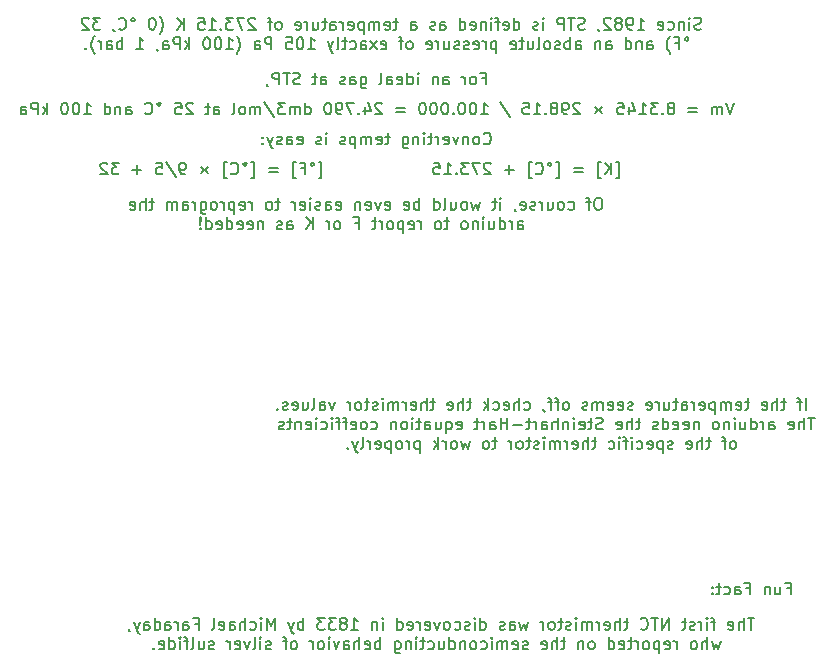
<source format=gbr>
%TF.GenerationSoftware,KiCad,Pcbnew,(5.1.6)-1*%
%TF.CreationDate,2020-12-02T03:44:21-06:00*%
%TF.ProjectId,BoardDesign,426f6172-6444-4657-9369-676e2e6b6963,rev?*%
%TF.SameCoordinates,Original*%
%TF.FileFunction,Legend,Bot*%
%TF.FilePolarity,Positive*%
%FSLAX46Y46*%
G04 Gerber Fmt 4.6, Leading zero omitted, Abs format (unit mm)*
G04 Created by KiCad (PCBNEW (5.1.6)-1) date 2020-12-02 03:44:21*
%MOMM*%
%LPD*%
G01*
G04 APERTURE LIST*
%ADD10C,0.150000*%
G04 APERTURE END LIST*
D10*
X172954761Y-83717380D02*
X172383333Y-83717380D01*
X172669047Y-84717380D02*
X172669047Y-83717380D01*
X172050000Y-84717380D02*
X172050000Y-83717380D01*
X171621428Y-84717380D02*
X171621428Y-84193571D01*
X171669047Y-84098333D01*
X171764285Y-84050714D01*
X171907142Y-84050714D01*
X172002380Y-84098333D01*
X172050000Y-84145952D01*
X170764285Y-84669761D02*
X170859523Y-84717380D01*
X171050000Y-84717380D01*
X171145238Y-84669761D01*
X171192857Y-84574523D01*
X171192857Y-84193571D01*
X171145238Y-84098333D01*
X171050000Y-84050714D01*
X170859523Y-84050714D01*
X170764285Y-84098333D01*
X170716666Y-84193571D01*
X170716666Y-84288809D01*
X171192857Y-84384047D01*
X169669047Y-84050714D02*
X169288095Y-84050714D01*
X169526190Y-84717380D02*
X169526190Y-83860238D01*
X169478571Y-83765000D01*
X169383333Y-83717380D01*
X169288095Y-83717380D01*
X168954761Y-84717380D02*
X168954761Y-84050714D01*
X168954761Y-83717380D02*
X169002380Y-83765000D01*
X168954761Y-83812619D01*
X168907142Y-83765000D01*
X168954761Y-83717380D01*
X168954761Y-83812619D01*
X168478571Y-84717380D02*
X168478571Y-84050714D01*
X168478571Y-84241190D02*
X168430952Y-84145952D01*
X168383333Y-84098333D01*
X168288095Y-84050714D01*
X168192857Y-84050714D01*
X167907142Y-84669761D02*
X167811904Y-84717380D01*
X167621428Y-84717380D01*
X167526190Y-84669761D01*
X167478571Y-84574523D01*
X167478571Y-84526904D01*
X167526190Y-84431666D01*
X167621428Y-84384047D01*
X167764285Y-84384047D01*
X167859523Y-84336428D01*
X167907142Y-84241190D01*
X167907142Y-84193571D01*
X167859523Y-84098333D01*
X167764285Y-84050714D01*
X167621428Y-84050714D01*
X167526190Y-84098333D01*
X167192857Y-84050714D02*
X166811904Y-84050714D01*
X167050000Y-83717380D02*
X167050000Y-84574523D01*
X167002380Y-84669761D01*
X166907142Y-84717380D01*
X166811904Y-84717380D01*
X165716666Y-84717380D02*
X165716666Y-83717380D01*
X165145238Y-84717380D01*
X165145238Y-83717380D01*
X164811904Y-83717380D02*
X164240476Y-83717380D01*
X164526190Y-84717380D02*
X164526190Y-83717380D01*
X163335714Y-84622142D02*
X163383333Y-84669761D01*
X163526190Y-84717380D01*
X163621428Y-84717380D01*
X163764285Y-84669761D01*
X163859523Y-84574523D01*
X163907142Y-84479285D01*
X163954761Y-84288809D01*
X163954761Y-84145952D01*
X163907142Y-83955476D01*
X163859523Y-83860238D01*
X163764285Y-83765000D01*
X163621428Y-83717380D01*
X163526190Y-83717380D01*
X163383333Y-83765000D01*
X163335714Y-83812619D01*
X162288095Y-84050714D02*
X161907142Y-84050714D01*
X162145238Y-83717380D02*
X162145238Y-84574523D01*
X162097619Y-84669761D01*
X162002380Y-84717380D01*
X161907142Y-84717380D01*
X161573809Y-84717380D02*
X161573809Y-83717380D01*
X161145238Y-84717380D02*
X161145238Y-84193571D01*
X161192857Y-84098333D01*
X161288095Y-84050714D01*
X161430952Y-84050714D01*
X161526190Y-84098333D01*
X161573809Y-84145952D01*
X160288095Y-84669761D02*
X160383333Y-84717380D01*
X160573809Y-84717380D01*
X160669047Y-84669761D01*
X160716666Y-84574523D01*
X160716666Y-84193571D01*
X160669047Y-84098333D01*
X160573809Y-84050714D01*
X160383333Y-84050714D01*
X160288095Y-84098333D01*
X160240476Y-84193571D01*
X160240476Y-84288809D01*
X160716666Y-84384047D01*
X159811904Y-84717380D02*
X159811904Y-84050714D01*
X159811904Y-84241190D02*
X159764285Y-84145952D01*
X159716666Y-84098333D01*
X159621428Y-84050714D01*
X159526190Y-84050714D01*
X159192857Y-84717380D02*
X159192857Y-84050714D01*
X159192857Y-84145952D02*
X159145238Y-84098333D01*
X159050000Y-84050714D01*
X158907142Y-84050714D01*
X158811904Y-84098333D01*
X158764285Y-84193571D01*
X158764285Y-84717380D01*
X158764285Y-84193571D02*
X158716666Y-84098333D01*
X158621428Y-84050714D01*
X158478571Y-84050714D01*
X158383333Y-84098333D01*
X158335714Y-84193571D01*
X158335714Y-84717380D01*
X157859523Y-84717380D02*
X157859523Y-84050714D01*
X157859523Y-83717380D02*
X157907142Y-83765000D01*
X157859523Y-83812619D01*
X157811904Y-83765000D01*
X157859523Y-83717380D01*
X157859523Y-83812619D01*
X157430952Y-84669761D02*
X157335714Y-84717380D01*
X157145238Y-84717380D01*
X157049999Y-84669761D01*
X157002380Y-84574523D01*
X157002380Y-84526904D01*
X157049999Y-84431666D01*
X157145238Y-84384047D01*
X157288095Y-84384047D01*
X157383333Y-84336428D01*
X157430952Y-84241190D01*
X157430952Y-84193571D01*
X157383333Y-84098333D01*
X157288095Y-84050714D01*
X157145238Y-84050714D01*
X157049999Y-84098333D01*
X156716666Y-84050714D02*
X156335714Y-84050714D01*
X156573809Y-83717380D02*
X156573809Y-84574523D01*
X156526190Y-84669761D01*
X156430952Y-84717380D01*
X156335714Y-84717380D01*
X155859523Y-84717380D02*
X155954761Y-84669761D01*
X156002380Y-84622142D01*
X156049999Y-84526904D01*
X156049999Y-84241190D01*
X156002380Y-84145952D01*
X155954761Y-84098333D01*
X155859523Y-84050714D01*
X155716666Y-84050714D01*
X155621428Y-84098333D01*
X155573809Y-84145952D01*
X155526190Y-84241190D01*
X155526190Y-84526904D01*
X155573809Y-84622142D01*
X155621428Y-84669761D01*
X155716666Y-84717380D01*
X155859523Y-84717380D01*
X155097619Y-84717380D02*
X155097619Y-84050714D01*
X155097619Y-84241190D02*
X155050000Y-84145952D01*
X155002380Y-84098333D01*
X154907142Y-84050714D01*
X154811904Y-84050714D01*
X153811904Y-84050714D02*
X153621428Y-84717380D01*
X153430952Y-84241190D01*
X153240476Y-84717380D01*
X153050000Y-84050714D01*
X152240476Y-84717380D02*
X152240476Y-84193571D01*
X152288095Y-84098333D01*
X152383333Y-84050714D01*
X152573809Y-84050714D01*
X152669047Y-84098333D01*
X152240476Y-84669761D02*
X152335714Y-84717380D01*
X152573809Y-84717380D01*
X152669047Y-84669761D01*
X152716666Y-84574523D01*
X152716666Y-84479285D01*
X152669047Y-84384047D01*
X152573809Y-84336428D01*
X152335714Y-84336428D01*
X152240476Y-84288809D01*
X151811904Y-84669761D02*
X151716666Y-84717380D01*
X151526190Y-84717380D01*
X151430952Y-84669761D01*
X151383333Y-84574523D01*
X151383333Y-84526904D01*
X151430952Y-84431666D01*
X151526190Y-84384047D01*
X151669047Y-84384047D01*
X151764285Y-84336428D01*
X151811904Y-84241190D01*
X151811904Y-84193571D01*
X151764285Y-84098333D01*
X151669047Y-84050714D01*
X151526190Y-84050714D01*
X151430952Y-84098333D01*
X149764285Y-84717380D02*
X149764285Y-83717380D01*
X149764285Y-84669761D02*
X149859523Y-84717380D01*
X150050000Y-84717380D01*
X150145238Y-84669761D01*
X150192857Y-84622142D01*
X150240476Y-84526904D01*
X150240476Y-84241190D01*
X150192857Y-84145952D01*
X150145238Y-84098333D01*
X150050000Y-84050714D01*
X149859523Y-84050714D01*
X149764285Y-84098333D01*
X149288095Y-84717380D02*
X149288095Y-84050714D01*
X149288095Y-83717380D02*
X149335714Y-83765000D01*
X149288095Y-83812619D01*
X149240476Y-83765000D01*
X149288095Y-83717380D01*
X149288095Y-83812619D01*
X148859523Y-84669761D02*
X148764285Y-84717380D01*
X148573809Y-84717380D01*
X148478571Y-84669761D01*
X148430952Y-84574523D01*
X148430952Y-84526904D01*
X148478571Y-84431666D01*
X148573809Y-84384047D01*
X148716666Y-84384047D01*
X148811904Y-84336428D01*
X148859523Y-84241190D01*
X148859523Y-84193571D01*
X148811904Y-84098333D01*
X148716666Y-84050714D01*
X148573809Y-84050714D01*
X148478571Y-84098333D01*
X147573809Y-84669761D02*
X147669047Y-84717380D01*
X147859523Y-84717380D01*
X147954761Y-84669761D01*
X148002380Y-84622142D01*
X148050000Y-84526904D01*
X148050000Y-84241190D01*
X148002380Y-84145952D01*
X147954761Y-84098333D01*
X147859523Y-84050714D01*
X147669047Y-84050714D01*
X147573809Y-84098333D01*
X147002380Y-84717380D02*
X147097619Y-84669761D01*
X147145238Y-84622142D01*
X147192857Y-84526904D01*
X147192857Y-84241190D01*
X147145238Y-84145952D01*
X147097619Y-84098333D01*
X147002380Y-84050714D01*
X146859523Y-84050714D01*
X146764285Y-84098333D01*
X146716666Y-84145952D01*
X146669047Y-84241190D01*
X146669047Y-84526904D01*
X146716666Y-84622142D01*
X146764285Y-84669761D01*
X146859523Y-84717380D01*
X147002380Y-84717380D01*
X146335714Y-84050714D02*
X146097619Y-84717380D01*
X145859523Y-84050714D01*
X145097619Y-84669761D02*
X145192857Y-84717380D01*
X145383333Y-84717380D01*
X145478571Y-84669761D01*
X145526190Y-84574523D01*
X145526190Y-84193571D01*
X145478571Y-84098333D01*
X145383333Y-84050714D01*
X145192857Y-84050714D01*
X145097619Y-84098333D01*
X145050000Y-84193571D01*
X145050000Y-84288809D01*
X145526190Y-84384047D01*
X144621428Y-84717380D02*
X144621428Y-84050714D01*
X144621428Y-84241190D02*
X144573809Y-84145952D01*
X144526190Y-84098333D01*
X144430952Y-84050714D01*
X144335714Y-84050714D01*
X143621428Y-84669761D02*
X143716666Y-84717380D01*
X143907142Y-84717380D01*
X144002380Y-84669761D01*
X144050000Y-84574523D01*
X144050000Y-84193571D01*
X144002380Y-84098333D01*
X143907142Y-84050714D01*
X143716666Y-84050714D01*
X143621428Y-84098333D01*
X143573809Y-84193571D01*
X143573809Y-84288809D01*
X144050000Y-84384047D01*
X142716666Y-84717380D02*
X142716666Y-83717380D01*
X142716666Y-84669761D02*
X142811904Y-84717380D01*
X143002380Y-84717380D01*
X143097619Y-84669761D01*
X143145238Y-84622142D01*
X143192857Y-84526904D01*
X143192857Y-84241190D01*
X143145238Y-84145952D01*
X143097619Y-84098333D01*
X143002380Y-84050714D01*
X142811904Y-84050714D01*
X142716666Y-84098333D01*
X141478571Y-84717380D02*
X141478571Y-84050714D01*
X141478571Y-83717380D02*
X141526190Y-83765000D01*
X141478571Y-83812619D01*
X141430952Y-83765000D01*
X141478571Y-83717380D01*
X141478571Y-83812619D01*
X141002380Y-84050714D02*
X141002380Y-84717380D01*
X141002380Y-84145952D02*
X140954761Y-84098333D01*
X140859523Y-84050714D01*
X140716666Y-84050714D01*
X140621428Y-84098333D01*
X140573809Y-84193571D01*
X140573809Y-84717380D01*
X138811904Y-84717380D02*
X139383333Y-84717380D01*
X139097619Y-84717380D02*
X139097619Y-83717380D01*
X139192857Y-83860238D01*
X139288095Y-83955476D01*
X139383333Y-84003095D01*
X138240476Y-84145952D02*
X138335714Y-84098333D01*
X138383333Y-84050714D01*
X138430952Y-83955476D01*
X138430952Y-83907857D01*
X138383333Y-83812619D01*
X138335714Y-83765000D01*
X138240476Y-83717380D01*
X138050000Y-83717380D01*
X137954761Y-83765000D01*
X137907142Y-83812619D01*
X137859523Y-83907857D01*
X137859523Y-83955476D01*
X137907142Y-84050714D01*
X137954761Y-84098333D01*
X138050000Y-84145952D01*
X138240476Y-84145952D01*
X138335714Y-84193571D01*
X138383333Y-84241190D01*
X138430952Y-84336428D01*
X138430952Y-84526904D01*
X138383333Y-84622142D01*
X138335714Y-84669761D01*
X138240476Y-84717380D01*
X138050000Y-84717380D01*
X137954761Y-84669761D01*
X137907142Y-84622142D01*
X137859523Y-84526904D01*
X137859523Y-84336428D01*
X137907142Y-84241190D01*
X137954761Y-84193571D01*
X138050000Y-84145952D01*
X137526190Y-83717380D02*
X136907142Y-83717380D01*
X137240476Y-84098333D01*
X137097619Y-84098333D01*
X137002380Y-84145952D01*
X136954761Y-84193571D01*
X136907142Y-84288809D01*
X136907142Y-84526904D01*
X136954761Y-84622142D01*
X137002380Y-84669761D01*
X137097619Y-84717380D01*
X137383333Y-84717380D01*
X137478571Y-84669761D01*
X137526190Y-84622142D01*
X136573809Y-83717380D02*
X135954761Y-83717380D01*
X136288095Y-84098333D01*
X136145238Y-84098333D01*
X136050000Y-84145952D01*
X136002380Y-84193571D01*
X135954761Y-84288809D01*
X135954761Y-84526904D01*
X136002380Y-84622142D01*
X136050000Y-84669761D01*
X136145238Y-84717380D01*
X136430952Y-84717380D01*
X136526190Y-84669761D01*
X136573809Y-84622142D01*
X134764285Y-84717380D02*
X134764285Y-83717380D01*
X134764285Y-84098333D02*
X134669047Y-84050714D01*
X134478571Y-84050714D01*
X134383333Y-84098333D01*
X134335714Y-84145952D01*
X134288095Y-84241190D01*
X134288095Y-84526904D01*
X134335714Y-84622142D01*
X134383333Y-84669761D01*
X134478571Y-84717380D01*
X134669047Y-84717380D01*
X134764285Y-84669761D01*
X133954761Y-84050714D02*
X133716666Y-84717380D01*
X133478571Y-84050714D02*
X133716666Y-84717380D01*
X133811904Y-84955476D01*
X133859523Y-85003095D01*
X133954761Y-85050714D01*
X132335714Y-84717380D02*
X132335714Y-83717380D01*
X132002380Y-84431666D01*
X131669047Y-83717380D01*
X131669047Y-84717380D01*
X131192857Y-84717380D02*
X131192857Y-84050714D01*
X131192857Y-83717380D02*
X131240476Y-83765000D01*
X131192857Y-83812619D01*
X131145238Y-83765000D01*
X131192857Y-83717380D01*
X131192857Y-83812619D01*
X130288095Y-84669761D02*
X130383333Y-84717380D01*
X130573809Y-84717380D01*
X130669047Y-84669761D01*
X130716666Y-84622142D01*
X130764285Y-84526904D01*
X130764285Y-84241190D01*
X130716666Y-84145952D01*
X130669047Y-84098333D01*
X130573809Y-84050714D01*
X130383333Y-84050714D01*
X130288095Y-84098333D01*
X129859523Y-84717380D02*
X129859523Y-83717380D01*
X129430952Y-84717380D02*
X129430952Y-84193571D01*
X129478571Y-84098333D01*
X129573809Y-84050714D01*
X129716666Y-84050714D01*
X129811904Y-84098333D01*
X129859523Y-84145952D01*
X128526190Y-84717380D02*
X128526190Y-84193571D01*
X128573809Y-84098333D01*
X128669047Y-84050714D01*
X128859523Y-84050714D01*
X128954761Y-84098333D01*
X128526190Y-84669761D02*
X128621428Y-84717380D01*
X128859523Y-84717380D01*
X128954761Y-84669761D01*
X129002380Y-84574523D01*
X129002380Y-84479285D01*
X128954761Y-84384047D01*
X128859523Y-84336428D01*
X128621428Y-84336428D01*
X128526190Y-84288809D01*
X127669047Y-84669761D02*
X127764285Y-84717380D01*
X127954761Y-84717380D01*
X128050000Y-84669761D01*
X128097619Y-84574523D01*
X128097619Y-84193571D01*
X128050000Y-84098333D01*
X127954761Y-84050714D01*
X127764285Y-84050714D01*
X127669047Y-84098333D01*
X127621428Y-84193571D01*
X127621428Y-84288809D01*
X128097619Y-84384047D01*
X127050000Y-84717380D02*
X127145238Y-84669761D01*
X127192857Y-84574523D01*
X127192857Y-83717380D01*
X125573809Y-84193571D02*
X125907142Y-84193571D01*
X125907142Y-84717380D02*
X125907142Y-83717380D01*
X125430952Y-83717380D01*
X124621428Y-84717380D02*
X124621428Y-84193571D01*
X124669047Y-84098333D01*
X124764285Y-84050714D01*
X124954761Y-84050714D01*
X125050000Y-84098333D01*
X124621428Y-84669761D02*
X124716666Y-84717380D01*
X124954761Y-84717380D01*
X125050000Y-84669761D01*
X125097619Y-84574523D01*
X125097619Y-84479285D01*
X125050000Y-84384047D01*
X124954761Y-84336428D01*
X124716666Y-84336428D01*
X124621428Y-84288809D01*
X124145238Y-84717380D02*
X124145238Y-84050714D01*
X124145238Y-84241190D02*
X124097619Y-84145952D01*
X124050000Y-84098333D01*
X123954761Y-84050714D01*
X123859523Y-84050714D01*
X123097619Y-84717380D02*
X123097619Y-84193571D01*
X123145238Y-84098333D01*
X123240476Y-84050714D01*
X123430952Y-84050714D01*
X123526190Y-84098333D01*
X123097619Y-84669761D02*
X123192857Y-84717380D01*
X123430952Y-84717380D01*
X123526190Y-84669761D01*
X123573809Y-84574523D01*
X123573809Y-84479285D01*
X123526190Y-84384047D01*
X123430952Y-84336428D01*
X123192857Y-84336428D01*
X123097619Y-84288809D01*
X122192857Y-84717380D02*
X122192857Y-83717380D01*
X122192857Y-84669761D02*
X122288095Y-84717380D01*
X122478571Y-84717380D01*
X122573809Y-84669761D01*
X122621428Y-84622142D01*
X122669047Y-84526904D01*
X122669047Y-84241190D01*
X122621428Y-84145952D01*
X122573809Y-84098333D01*
X122478571Y-84050714D01*
X122288095Y-84050714D01*
X122192857Y-84098333D01*
X121288095Y-84717380D02*
X121288095Y-84193571D01*
X121335714Y-84098333D01*
X121430952Y-84050714D01*
X121621428Y-84050714D01*
X121716666Y-84098333D01*
X121288095Y-84669761D02*
X121383333Y-84717380D01*
X121621428Y-84717380D01*
X121716666Y-84669761D01*
X121764285Y-84574523D01*
X121764285Y-84479285D01*
X121716666Y-84384047D01*
X121621428Y-84336428D01*
X121383333Y-84336428D01*
X121288095Y-84288809D01*
X120907142Y-84050714D02*
X120669047Y-84717380D01*
X120430952Y-84050714D02*
X120669047Y-84717380D01*
X120764285Y-84955476D01*
X120811904Y-85003095D01*
X120907142Y-85050714D01*
X120002380Y-84669761D02*
X120002380Y-84717380D01*
X120050000Y-84812619D01*
X120097619Y-84860238D01*
X170097619Y-85700714D02*
X169907142Y-86367380D01*
X169716666Y-85891190D01*
X169526190Y-86367380D01*
X169335714Y-85700714D01*
X168954761Y-86367380D02*
X168954761Y-85367380D01*
X168526190Y-86367380D02*
X168526190Y-85843571D01*
X168573809Y-85748333D01*
X168669047Y-85700714D01*
X168811904Y-85700714D01*
X168907142Y-85748333D01*
X168954761Y-85795952D01*
X167907142Y-86367380D02*
X168002380Y-86319761D01*
X168050000Y-86272142D01*
X168097619Y-86176904D01*
X168097619Y-85891190D01*
X168050000Y-85795952D01*
X168002380Y-85748333D01*
X167907142Y-85700714D01*
X167764285Y-85700714D01*
X167669047Y-85748333D01*
X167621428Y-85795952D01*
X167573809Y-85891190D01*
X167573809Y-86176904D01*
X167621428Y-86272142D01*
X167669047Y-86319761D01*
X167764285Y-86367380D01*
X167907142Y-86367380D01*
X166383333Y-86367380D02*
X166383333Y-85700714D01*
X166383333Y-85891190D02*
X166335714Y-85795952D01*
X166288095Y-85748333D01*
X166192857Y-85700714D01*
X166097619Y-85700714D01*
X165383333Y-86319761D02*
X165478571Y-86367380D01*
X165669047Y-86367380D01*
X165764285Y-86319761D01*
X165811904Y-86224523D01*
X165811904Y-85843571D01*
X165764285Y-85748333D01*
X165669047Y-85700714D01*
X165478571Y-85700714D01*
X165383333Y-85748333D01*
X165335714Y-85843571D01*
X165335714Y-85938809D01*
X165811904Y-86034047D01*
X164907142Y-85700714D02*
X164907142Y-86700714D01*
X164907142Y-85748333D02*
X164811904Y-85700714D01*
X164621428Y-85700714D01*
X164526190Y-85748333D01*
X164478571Y-85795952D01*
X164430952Y-85891190D01*
X164430952Y-86176904D01*
X164478571Y-86272142D01*
X164526190Y-86319761D01*
X164621428Y-86367380D01*
X164811904Y-86367380D01*
X164907142Y-86319761D01*
X163859523Y-86367380D02*
X163954761Y-86319761D01*
X164002380Y-86272142D01*
X164050000Y-86176904D01*
X164050000Y-85891190D01*
X164002380Y-85795952D01*
X163954761Y-85748333D01*
X163859523Y-85700714D01*
X163716666Y-85700714D01*
X163621428Y-85748333D01*
X163573809Y-85795952D01*
X163526190Y-85891190D01*
X163526190Y-86176904D01*
X163573809Y-86272142D01*
X163621428Y-86319761D01*
X163716666Y-86367380D01*
X163859523Y-86367380D01*
X163097619Y-86367380D02*
X163097619Y-85700714D01*
X163097619Y-85891190D02*
X163050000Y-85795952D01*
X163002380Y-85748333D01*
X162907142Y-85700714D01*
X162811904Y-85700714D01*
X162621428Y-85700714D02*
X162240476Y-85700714D01*
X162478571Y-85367380D02*
X162478571Y-86224523D01*
X162430952Y-86319761D01*
X162335714Y-86367380D01*
X162240476Y-86367380D01*
X161526190Y-86319761D02*
X161621428Y-86367380D01*
X161811904Y-86367380D01*
X161907142Y-86319761D01*
X161954761Y-86224523D01*
X161954761Y-85843571D01*
X161907142Y-85748333D01*
X161811904Y-85700714D01*
X161621428Y-85700714D01*
X161526190Y-85748333D01*
X161478571Y-85843571D01*
X161478571Y-85938809D01*
X161954761Y-86034047D01*
X160621428Y-86367380D02*
X160621428Y-85367380D01*
X160621428Y-86319761D02*
X160716666Y-86367380D01*
X160907142Y-86367380D01*
X161002380Y-86319761D01*
X161050000Y-86272142D01*
X161097619Y-86176904D01*
X161097619Y-85891190D01*
X161050000Y-85795952D01*
X161002380Y-85748333D01*
X160907142Y-85700714D01*
X160716666Y-85700714D01*
X160621428Y-85748333D01*
X159240476Y-86367380D02*
X159335714Y-86319761D01*
X159383333Y-86272142D01*
X159430952Y-86176904D01*
X159430952Y-85891190D01*
X159383333Y-85795952D01*
X159335714Y-85748333D01*
X159240476Y-85700714D01*
X159097619Y-85700714D01*
X159002380Y-85748333D01*
X158954761Y-85795952D01*
X158907142Y-85891190D01*
X158907142Y-86176904D01*
X158954761Y-86272142D01*
X159002380Y-86319761D01*
X159097619Y-86367380D01*
X159240476Y-86367380D01*
X158478571Y-85700714D02*
X158478571Y-86367380D01*
X158478571Y-85795952D02*
X158430952Y-85748333D01*
X158335714Y-85700714D01*
X158192857Y-85700714D01*
X158097619Y-85748333D01*
X158050000Y-85843571D01*
X158050000Y-86367380D01*
X156954761Y-85700714D02*
X156573809Y-85700714D01*
X156811904Y-85367380D02*
X156811904Y-86224523D01*
X156764285Y-86319761D01*
X156669047Y-86367380D01*
X156573809Y-86367380D01*
X156240476Y-86367380D02*
X156240476Y-85367380D01*
X155811904Y-86367380D02*
X155811904Y-85843571D01*
X155859523Y-85748333D01*
X155954761Y-85700714D01*
X156097619Y-85700714D01*
X156192857Y-85748333D01*
X156240476Y-85795952D01*
X154954761Y-86319761D02*
X155050000Y-86367380D01*
X155240476Y-86367380D01*
X155335714Y-86319761D01*
X155383333Y-86224523D01*
X155383333Y-85843571D01*
X155335714Y-85748333D01*
X155240476Y-85700714D01*
X155050000Y-85700714D01*
X154954761Y-85748333D01*
X154907142Y-85843571D01*
X154907142Y-85938809D01*
X155383333Y-86034047D01*
X153764285Y-86319761D02*
X153669047Y-86367380D01*
X153478571Y-86367380D01*
X153383333Y-86319761D01*
X153335714Y-86224523D01*
X153335714Y-86176904D01*
X153383333Y-86081666D01*
X153478571Y-86034047D01*
X153621428Y-86034047D01*
X153716666Y-85986428D01*
X153764285Y-85891190D01*
X153764285Y-85843571D01*
X153716666Y-85748333D01*
X153621428Y-85700714D01*
X153478571Y-85700714D01*
X153383333Y-85748333D01*
X152526190Y-86319761D02*
X152621428Y-86367380D01*
X152811904Y-86367380D01*
X152907142Y-86319761D01*
X152954761Y-86224523D01*
X152954761Y-85843571D01*
X152907142Y-85748333D01*
X152811904Y-85700714D01*
X152621428Y-85700714D01*
X152526190Y-85748333D01*
X152478571Y-85843571D01*
X152478571Y-85938809D01*
X152954761Y-86034047D01*
X152050000Y-86367380D02*
X152050000Y-85700714D01*
X152050000Y-85795952D02*
X152002380Y-85748333D01*
X151907142Y-85700714D01*
X151764285Y-85700714D01*
X151669047Y-85748333D01*
X151621428Y-85843571D01*
X151621428Y-86367380D01*
X151621428Y-85843571D02*
X151573809Y-85748333D01*
X151478571Y-85700714D01*
X151335714Y-85700714D01*
X151240476Y-85748333D01*
X151192857Y-85843571D01*
X151192857Y-86367380D01*
X150716666Y-86367380D02*
X150716666Y-85700714D01*
X150716666Y-85367380D02*
X150764285Y-85415000D01*
X150716666Y-85462619D01*
X150669047Y-85415000D01*
X150716666Y-85367380D01*
X150716666Y-85462619D01*
X149811904Y-86319761D02*
X149907142Y-86367380D01*
X150097619Y-86367380D01*
X150192857Y-86319761D01*
X150240476Y-86272142D01*
X150288095Y-86176904D01*
X150288095Y-85891190D01*
X150240476Y-85795952D01*
X150192857Y-85748333D01*
X150097619Y-85700714D01*
X149907142Y-85700714D01*
X149811904Y-85748333D01*
X149240476Y-86367380D02*
X149335714Y-86319761D01*
X149383333Y-86272142D01*
X149430952Y-86176904D01*
X149430952Y-85891190D01*
X149383333Y-85795952D01*
X149335714Y-85748333D01*
X149240476Y-85700714D01*
X149097619Y-85700714D01*
X149002380Y-85748333D01*
X148954761Y-85795952D01*
X148907142Y-85891190D01*
X148907142Y-86176904D01*
X148954761Y-86272142D01*
X149002380Y-86319761D01*
X149097619Y-86367380D01*
X149240476Y-86367380D01*
X148478571Y-85700714D02*
X148478571Y-86367380D01*
X148478571Y-85795952D02*
X148430952Y-85748333D01*
X148335714Y-85700714D01*
X148192857Y-85700714D01*
X148097619Y-85748333D01*
X148050000Y-85843571D01*
X148050000Y-86367380D01*
X147145238Y-86367380D02*
X147145238Y-85367380D01*
X147145238Y-86319761D02*
X147240476Y-86367380D01*
X147430952Y-86367380D01*
X147526190Y-86319761D01*
X147573809Y-86272142D01*
X147621428Y-86176904D01*
X147621428Y-85891190D01*
X147573809Y-85795952D01*
X147526190Y-85748333D01*
X147430952Y-85700714D01*
X147240476Y-85700714D01*
X147145238Y-85748333D01*
X146240476Y-85700714D02*
X146240476Y-86367380D01*
X146669047Y-85700714D02*
X146669047Y-86224523D01*
X146621428Y-86319761D01*
X146526190Y-86367380D01*
X146383333Y-86367380D01*
X146288095Y-86319761D01*
X146240476Y-86272142D01*
X145335714Y-86319761D02*
X145430952Y-86367380D01*
X145621428Y-86367380D01*
X145716666Y-86319761D01*
X145764285Y-86272142D01*
X145811904Y-86176904D01*
X145811904Y-85891190D01*
X145764285Y-85795952D01*
X145716666Y-85748333D01*
X145621428Y-85700714D01*
X145430952Y-85700714D01*
X145335714Y-85748333D01*
X145050000Y-85700714D02*
X144669047Y-85700714D01*
X144907142Y-85367380D02*
X144907142Y-86224523D01*
X144859523Y-86319761D01*
X144764285Y-86367380D01*
X144669047Y-86367380D01*
X144335714Y-86367380D02*
X144335714Y-85700714D01*
X144335714Y-85367380D02*
X144383333Y-85415000D01*
X144335714Y-85462619D01*
X144288095Y-85415000D01*
X144335714Y-85367380D01*
X144335714Y-85462619D01*
X143859523Y-85700714D02*
X143859523Y-86367380D01*
X143859523Y-85795952D02*
X143811904Y-85748333D01*
X143716666Y-85700714D01*
X143573809Y-85700714D01*
X143478571Y-85748333D01*
X143430952Y-85843571D01*
X143430952Y-86367380D01*
X142526190Y-85700714D02*
X142526190Y-86510238D01*
X142573809Y-86605476D01*
X142621428Y-86653095D01*
X142716666Y-86700714D01*
X142859523Y-86700714D01*
X142954761Y-86653095D01*
X142526190Y-86319761D02*
X142621428Y-86367380D01*
X142811904Y-86367380D01*
X142907142Y-86319761D01*
X142954761Y-86272142D01*
X143002380Y-86176904D01*
X143002380Y-85891190D01*
X142954761Y-85795952D01*
X142907142Y-85748333D01*
X142811904Y-85700714D01*
X142621428Y-85700714D01*
X142526190Y-85748333D01*
X141288095Y-86367380D02*
X141288095Y-85367380D01*
X141288095Y-85748333D02*
X141192857Y-85700714D01*
X141002380Y-85700714D01*
X140907142Y-85748333D01*
X140859523Y-85795952D01*
X140811904Y-85891190D01*
X140811904Y-86176904D01*
X140859523Y-86272142D01*
X140907142Y-86319761D01*
X141002380Y-86367380D01*
X141192857Y-86367380D01*
X141288095Y-86319761D01*
X140002380Y-86319761D02*
X140097619Y-86367380D01*
X140288095Y-86367380D01*
X140383333Y-86319761D01*
X140430952Y-86224523D01*
X140430952Y-85843571D01*
X140383333Y-85748333D01*
X140288095Y-85700714D01*
X140097619Y-85700714D01*
X140002380Y-85748333D01*
X139954761Y-85843571D01*
X139954761Y-85938809D01*
X140430952Y-86034047D01*
X139526190Y-86367380D02*
X139526190Y-85367380D01*
X139097619Y-86367380D02*
X139097619Y-85843571D01*
X139145238Y-85748333D01*
X139240476Y-85700714D01*
X139383333Y-85700714D01*
X139478571Y-85748333D01*
X139526190Y-85795952D01*
X138192857Y-86367380D02*
X138192857Y-85843571D01*
X138240476Y-85748333D01*
X138335714Y-85700714D01*
X138526190Y-85700714D01*
X138621428Y-85748333D01*
X138192857Y-86319761D02*
X138288095Y-86367380D01*
X138526190Y-86367380D01*
X138621428Y-86319761D01*
X138669047Y-86224523D01*
X138669047Y-86129285D01*
X138621428Y-86034047D01*
X138526190Y-85986428D01*
X138288095Y-85986428D01*
X138192857Y-85938809D01*
X137811904Y-85700714D02*
X137573809Y-86367380D01*
X137335714Y-85700714D01*
X136954761Y-86367380D02*
X136954761Y-85700714D01*
X136954761Y-85367380D02*
X137002380Y-85415000D01*
X136954761Y-85462619D01*
X136907142Y-85415000D01*
X136954761Y-85367380D01*
X136954761Y-85462619D01*
X136335714Y-86367380D02*
X136430952Y-86319761D01*
X136478571Y-86272142D01*
X136526190Y-86176904D01*
X136526190Y-85891190D01*
X136478571Y-85795952D01*
X136430952Y-85748333D01*
X136335714Y-85700714D01*
X136192857Y-85700714D01*
X136097619Y-85748333D01*
X136050000Y-85795952D01*
X136002380Y-85891190D01*
X136002380Y-86176904D01*
X136050000Y-86272142D01*
X136097619Y-86319761D01*
X136192857Y-86367380D01*
X136335714Y-86367380D01*
X135573809Y-86367380D02*
X135573809Y-85700714D01*
X135573809Y-85891190D02*
X135526190Y-85795952D01*
X135478571Y-85748333D01*
X135383333Y-85700714D01*
X135288095Y-85700714D01*
X134050000Y-86367380D02*
X134145238Y-86319761D01*
X134192857Y-86272142D01*
X134240476Y-86176904D01*
X134240476Y-85891190D01*
X134192857Y-85795952D01*
X134145238Y-85748333D01*
X134050000Y-85700714D01*
X133907142Y-85700714D01*
X133811904Y-85748333D01*
X133764285Y-85795952D01*
X133716666Y-85891190D01*
X133716666Y-86176904D01*
X133764285Y-86272142D01*
X133811904Y-86319761D01*
X133907142Y-86367380D01*
X134050000Y-86367380D01*
X133430952Y-85700714D02*
X133050000Y-85700714D01*
X133288095Y-86367380D02*
X133288095Y-85510238D01*
X133240476Y-85415000D01*
X133145238Y-85367380D01*
X133050000Y-85367380D01*
X132002380Y-86319761D02*
X131907142Y-86367380D01*
X131716666Y-86367380D01*
X131621428Y-86319761D01*
X131573809Y-86224523D01*
X131573809Y-86176904D01*
X131621428Y-86081666D01*
X131716666Y-86034047D01*
X131859523Y-86034047D01*
X131954761Y-85986428D01*
X132002380Y-85891190D01*
X132002380Y-85843571D01*
X131954761Y-85748333D01*
X131859523Y-85700714D01*
X131716666Y-85700714D01*
X131621428Y-85748333D01*
X131145238Y-86367380D02*
X131145238Y-85700714D01*
X131145238Y-85367380D02*
X131192857Y-85415000D01*
X131145238Y-85462619D01*
X131097619Y-85415000D01*
X131145238Y-85367380D01*
X131145238Y-85462619D01*
X130526190Y-86367380D02*
X130621428Y-86319761D01*
X130669047Y-86224523D01*
X130669047Y-85367380D01*
X130240476Y-85700714D02*
X130002380Y-86367380D01*
X129764285Y-85700714D01*
X129002380Y-86319761D02*
X129097619Y-86367380D01*
X129288095Y-86367380D01*
X129383333Y-86319761D01*
X129430952Y-86224523D01*
X129430952Y-85843571D01*
X129383333Y-85748333D01*
X129288095Y-85700714D01*
X129097619Y-85700714D01*
X129002380Y-85748333D01*
X128954761Y-85843571D01*
X128954761Y-85938809D01*
X129430952Y-86034047D01*
X128526190Y-86367380D02*
X128526190Y-85700714D01*
X128526190Y-85891190D02*
X128478571Y-85795952D01*
X128430952Y-85748333D01*
X128335714Y-85700714D01*
X128240476Y-85700714D01*
X127192857Y-86319761D02*
X127097619Y-86367380D01*
X126907142Y-86367380D01*
X126811904Y-86319761D01*
X126764285Y-86224523D01*
X126764285Y-86176904D01*
X126811904Y-86081666D01*
X126907142Y-86034047D01*
X127050000Y-86034047D01*
X127145238Y-85986428D01*
X127192857Y-85891190D01*
X127192857Y-85843571D01*
X127145238Y-85748333D01*
X127050000Y-85700714D01*
X126907142Y-85700714D01*
X126811904Y-85748333D01*
X125907142Y-85700714D02*
X125907142Y-86367380D01*
X126335714Y-85700714D02*
X126335714Y-86224523D01*
X126288095Y-86319761D01*
X126192857Y-86367380D01*
X126050000Y-86367380D01*
X125954761Y-86319761D01*
X125907142Y-86272142D01*
X125288095Y-86367380D02*
X125383333Y-86319761D01*
X125430952Y-86224523D01*
X125430952Y-85367380D01*
X125050000Y-85700714D02*
X124669047Y-85700714D01*
X124907142Y-86367380D02*
X124907142Y-85510238D01*
X124859523Y-85415000D01*
X124764285Y-85367380D01*
X124669047Y-85367380D01*
X124335714Y-86367380D02*
X124335714Y-85700714D01*
X124335714Y-85367380D02*
X124383333Y-85415000D01*
X124335714Y-85462619D01*
X124288095Y-85415000D01*
X124335714Y-85367380D01*
X124335714Y-85462619D01*
X123430952Y-86367380D02*
X123430952Y-85367380D01*
X123430952Y-86319761D02*
X123526190Y-86367380D01*
X123716666Y-86367380D01*
X123811904Y-86319761D01*
X123859523Y-86272142D01*
X123907142Y-86176904D01*
X123907142Y-85891190D01*
X123859523Y-85795952D01*
X123811904Y-85748333D01*
X123716666Y-85700714D01*
X123526190Y-85700714D01*
X123430952Y-85748333D01*
X122573809Y-86319761D02*
X122669047Y-86367380D01*
X122859523Y-86367380D01*
X122954761Y-86319761D01*
X123002380Y-86224523D01*
X123002380Y-85843571D01*
X122954761Y-85748333D01*
X122859523Y-85700714D01*
X122669047Y-85700714D01*
X122573809Y-85748333D01*
X122526190Y-85843571D01*
X122526190Y-85938809D01*
X123002380Y-86034047D01*
X122097619Y-86272142D02*
X122050000Y-86319761D01*
X122097619Y-86367380D01*
X122145238Y-86319761D01*
X122097619Y-86272142D01*
X122097619Y-86367380D01*
X175696190Y-81208571D02*
X176029523Y-81208571D01*
X176029523Y-81732380D02*
X176029523Y-80732380D01*
X175553333Y-80732380D01*
X174743809Y-81065714D02*
X174743809Y-81732380D01*
X175172380Y-81065714D02*
X175172380Y-81589523D01*
X175124761Y-81684761D01*
X175029523Y-81732380D01*
X174886666Y-81732380D01*
X174791428Y-81684761D01*
X174743809Y-81637142D01*
X174267619Y-81065714D02*
X174267619Y-81732380D01*
X174267619Y-81160952D02*
X174220000Y-81113333D01*
X174124761Y-81065714D01*
X173981904Y-81065714D01*
X173886666Y-81113333D01*
X173839047Y-81208571D01*
X173839047Y-81732380D01*
X172267619Y-81208571D02*
X172600952Y-81208571D01*
X172600952Y-81732380D02*
X172600952Y-80732380D01*
X172124761Y-80732380D01*
X171315238Y-81732380D02*
X171315238Y-81208571D01*
X171362857Y-81113333D01*
X171458095Y-81065714D01*
X171648571Y-81065714D01*
X171743809Y-81113333D01*
X171315238Y-81684761D02*
X171410476Y-81732380D01*
X171648571Y-81732380D01*
X171743809Y-81684761D01*
X171791428Y-81589523D01*
X171791428Y-81494285D01*
X171743809Y-81399047D01*
X171648571Y-81351428D01*
X171410476Y-81351428D01*
X171315238Y-81303809D01*
X170410476Y-81684761D02*
X170505714Y-81732380D01*
X170696190Y-81732380D01*
X170791428Y-81684761D01*
X170839047Y-81637142D01*
X170886666Y-81541904D01*
X170886666Y-81256190D01*
X170839047Y-81160952D01*
X170791428Y-81113333D01*
X170696190Y-81065714D01*
X170505714Y-81065714D01*
X170410476Y-81113333D01*
X170124761Y-81065714D02*
X169743809Y-81065714D01*
X169981904Y-80732380D02*
X169981904Y-81589523D01*
X169934285Y-81684761D01*
X169839047Y-81732380D01*
X169743809Y-81732380D01*
X169410476Y-81637142D02*
X169362857Y-81684761D01*
X169410476Y-81732380D01*
X169458095Y-81684761D01*
X169410476Y-81637142D01*
X169410476Y-81732380D01*
X169410476Y-81113333D02*
X169362857Y-81160952D01*
X169410476Y-81208571D01*
X169458095Y-81160952D01*
X169410476Y-81113333D01*
X169410476Y-81208571D01*
X177297142Y-66112380D02*
X177297142Y-65112380D01*
X176963809Y-65445714D02*
X176582857Y-65445714D01*
X176820952Y-66112380D02*
X176820952Y-65255238D01*
X176773333Y-65160000D01*
X176678095Y-65112380D01*
X176582857Y-65112380D01*
X175630476Y-65445714D02*
X175249523Y-65445714D01*
X175487619Y-65112380D02*
X175487619Y-65969523D01*
X175440000Y-66064761D01*
X175344761Y-66112380D01*
X175249523Y-66112380D01*
X174916190Y-66112380D02*
X174916190Y-65112380D01*
X174487619Y-66112380D02*
X174487619Y-65588571D01*
X174535238Y-65493333D01*
X174630476Y-65445714D01*
X174773333Y-65445714D01*
X174868571Y-65493333D01*
X174916190Y-65540952D01*
X173630476Y-66064761D02*
X173725714Y-66112380D01*
X173916190Y-66112380D01*
X174011428Y-66064761D01*
X174059047Y-65969523D01*
X174059047Y-65588571D01*
X174011428Y-65493333D01*
X173916190Y-65445714D01*
X173725714Y-65445714D01*
X173630476Y-65493333D01*
X173582857Y-65588571D01*
X173582857Y-65683809D01*
X174059047Y-65779047D01*
X172535238Y-65445714D02*
X172154285Y-65445714D01*
X172392380Y-65112380D02*
X172392380Y-65969523D01*
X172344761Y-66064761D01*
X172249523Y-66112380D01*
X172154285Y-66112380D01*
X171440000Y-66064761D02*
X171535238Y-66112380D01*
X171725714Y-66112380D01*
X171820952Y-66064761D01*
X171868571Y-65969523D01*
X171868571Y-65588571D01*
X171820952Y-65493333D01*
X171725714Y-65445714D01*
X171535238Y-65445714D01*
X171440000Y-65493333D01*
X171392380Y-65588571D01*
X171392380Y-65683809D01*
X171868571Y-65779047D01*
X170963809Y-66112380D02*
X170963809Y-65445714D01*
X170963809Y-65540952D02*
X170916190Y-65493333D01*
X170820952Y-65445714D01*
X170678095Y-65445714D01*
X170582857Y-65493333D01*
X170535238Y-65588571D01*
X170535238Y-66112380D01*
X170535238Y-65588571D02*
X170487619Y-65493333D01*
X170392380Y-65445714D01*
X170249523Y-65445714D01*
X170154285Y-65493333D01*
X170106666Y-65588571D01*
X170106666Y-66112380D01*
X169630476Y-65445714D02*
X169630476Y-66445714D01*
X169630476Y-65493333D02*
X169535238Y-65445714D01*
X169344761Y-65445714D01*
X169249523Y-65493333D01*
X169201904Y-65540952D01*
X169154285Y-65636190D01*
X169154285Y-65921904D01*
X169201904Y-66017142D01*
X169249523Y-66064761D01*
X169344761Y-66112380D01*
X169535238Y-66112380D01*
X169630476Y-66064761D01*
X168344761Y-66064761D02*
X168440000Y-66112380D01*
X168630476Y-66112380D01*
X168725714Y-66064761D01*
X168773333Y-65969523D01*
X168773333Y-65588571D01*
X168725714Y-65493333D01*
X168630476Y-65445714D01*
X168440000Y-65445714D01*
X168344761Y-65493333D01*
X168297142Y-65588571D01*
X168297142Y-65683809D01*
X168773333Y-65779047D01*
X167868571Y-66112380D02*
X167868571Y-65445714D01*
X167868571Y-65636190D02*
X167820952Y-65540952D01*
X167773333Y-65493333D01*
X167678095Y-65445714D01*
X167582857Y-65445714D01*
X166820952Y-66112380D02*
X166820952Y-65588571D01*
X166868571Y-65493333D01*
X166963809Y-65445714D01*
X167154285Y-65445714D01*
X167249523Y-65493333D01*
X166820952Y-66064761D02*
X166916190Y-66112380D01*
X167154285Y-66112380D01*
X167249523Y-66064761D01*
X167297142Y-65969523D01*
X167297142Y-65874285D01*
X167249523Y-65779047D01*
X167154285Y-65731428D01*
X166916190Y-65731428D01*
X166820952Y-65683809D01*
X166487619Y-65445714D02*
X166106666Y-65445714D01*
X166344761Y-65112380D02*
X166344761Y-65969523D01*
X166297142Y-66064761D01*
X166201904Y-66112380D01*
X166106666Y-66112380D01*
X165344761Y-65445714D02*
X165344761Y-66112380D01*
X165773333Y-65445714D02*
X165773333Y-65969523D01*
X165725714Y-66064761D01*
X165630476Y-66112380D01*
X165487619Y-66112380D01*
X165392380Y-66064761D01*
X165344761Y-66017142D01*
X164868571Y-66112380D02*
X164868571Y-65445714D01*
X164868571Y-65636190D02*
X164820952Y-65540952D01*
X164773333Y-65493333D01*
X164678095Y-65445714D01*
X164582857Y-65445714D01*
X163868571Y-66064761D02*
X163963809Y-66112380D01*
X164154285Y-66112380D01*
X164249523Y-66064761D01*
X164297142Y-65969523D01*
X164297142Y-65588571D01*
X164249523Y-65493333D01*
X164154285Y-65445714D01*
X163963809Y-65445714D01*
X163868571Y-65493333D01*
X163820952Y-65588571D01*
X163820952Y-65683809D01*
X164297142Y-65779047D01*
X162678095Y-66064761D02*
X162582857Y-66112380D01*
X162392380Y-66112380D01*
X162297142Y-66064761D01*
X162249523Y-65969523D01*
X162249523Y-65921904D01*
X162297142Y-65826666D01*
X162392380Y-65779047D01*
X162535238Y-65779047D01*
X162630476Y-65731428D01*
X162678095Y-65636190D01*
X162678095Y-65588571D01*
X162630476Y-65493333D01*
X162535238Y-65445714D01*
X162392380Y-65445714D01*
X162297142Y-65493333D01*
X161440000Y-66064761D02*
X161535238Y-66112380D01*
X161725714Y-66112380D01*
X161820952Y-66064761D01*
X161868571Y-65969523D01*
X161868571Y-65588571D01*
X161820952Y-65493333D01*
X161725714Y-65445714D01*
X161535238Y-65445714D01*
X161440000Y-65493333D01*
X161392380Y-65588571D01*
X161392380Y-65683809D01*
X161868571Y-65779047D01*
X160582857Y-66064761D02*
X160678095Y-66112380D01*
X160868571Y-66112380D01*
X160963809Y-66064761D01*
X161011428Y-65969523D01*
X161011428Y-65588571D01*
X160963809Y-65493333D01*
X160868571Y-65445714D01*
X160678095Y-65445714D01*
X160582857Y-65493333D01*
X160535238Y-65588571D01*
X160535238Y-65683809D01*
X161011428Y-65779047D01*
X160106666Y-66112380D02*
X160106666Y-65445714D01*
X160106666Y-65540952D02*
X160059047Y-65493333D01*
X159963809Y-65445714D01*
X159820952Y-65445714D01*
X159725714Y-65493333D01*
X159678095Y-65588571D01*
X159678095Y-66112380D01*
X159678095Y-65588571D02*
X159630476Y-65493333D01*
X159535238Y-65445714D01*
X159392380Y-65445714D01*
X159297142Y-65493333D01*
X159249523Y-65588571D01*
X159249523Y-66112380D01*
X158820952Y-66064761D02*
X158725714Y-66112380D01*
X158535238Y-66112380D01*
X158440000Y-66064761D01*
X158392380Y-65969523D01*
X158392380Y-65921904D01*
X158440000Y-65826666D01*
X158535238Y-65779047D01*
X158678095Y-65779047D01*
X158773333Y-65731428D01*
X158820952Y-65636190D01*
X158820952Y-65588571D01*
X158773333Y-65493333D01*
X158678095Y-65445714D01*
X158535238Y-65445714D01*
X158440000Y-65493333D01*
X157059047Y-66112380D02*
X157154285Y-66064761D01*
X157201904Y-66017142D01*
X157249523Y-65921904D01*
X157249523Y-65636190D01*
X157201904Y-65540952D01*
X157154285Y-65493333D01*
X157059047Y-65445714D01*
X156916190Y-65445714D01*
X156820952Y-65493333D01*
X156773333Y-65540952D01*
X156725714Y-65636190D01*
X156725714Y-65921904D01*
X156773333Y-66017142D01*
X156820952Y-66064761D01*
X156916190Y-66112380D01*
X157059047Y-66112380D01*
X156440000Y-65445714D02*
X156059047Y-65445714D01*
X156297142Y-66112380D02*
X156297142Y-65255238D01*
X156249523Y-65160000D01*
X156154285Y-65112380D01*
X156059047Y-65112380D01*
X155868571Y-65445714D02*
X155487619Y-65445714D01*
X155725714Y-66112380D02*
X155725714Y-65255238D01*
X155678095Y-65160000D01*
X155582857Y-65112380D01*
X155487619Y-65112380D01*
X155106666Y-66064761D02*
X155106666Y-66112380D01*
X155154285Y-66207619D01*
X155201904Y-66255238D01*
X153487619Y-66064761D02*
X153582857Y-66112380D01*
X153773333Y-66112380D01*
X153868571Y-66064761D01*
X153916190Y-66017142D01*
X153963809Y-65921904D01*
X153963809Y-65636190D01*
X153916190Y-65540952D01*
X153868571Y-65493333D01*
X153773333Y-65445714D01*
X153582857Y-65445714D01*
X153487619Y-65493333D01*
X153059047Y-66112380D02*
X153059047Y-65112380D01*
X152630476Y-66112380D02*
X152630476Y-65588571D01*
X152678095Y-65493333D01*
X152773333Y-65445714D01*
X152916190Y-65445714D01*
X153011428Y-65493333D01*
X153059047Y-65540952D01*
X151773333Y-66064761D02*
X151868571Y-66112380D01*
X152059047Y-66112380D01*
X152154285Y-66064761D01*
X152201904Y-65969523D01*
X152201904Y-65588571D01*
X152154285Y-65493333D01*
X152059047Y-65445714D01*
X151868571Y-65445714D01*
X151773333Y-65493333D01*
X151725714Y-65588571D01*
X151725714Y-65683809D01*
X152201904Y-65779047D01*
X150868571Y-66064761D02*
X150963809Y-66112380D01*
X151154285Y-66112380D01*
X151249523Y-66064761D01*
X151297142Y-66017142D01*
X151344761Y-65921904D01*
X151344761Y-65636190D01*
X151297142Y-65540952D01*
X151249523Y-65493333D01*
X151154285Y-65445714D01*
X150963809Y-65445714D01*
X150868571Y-65493333D01*
X150440000Y-66112380D02*
X150440000Y-65112380D01*
X150344761Y-65731428D02*
X150059047Y-66112380D01*
X150059047Y-65445714D02*
X150440000Y-65826666D01*
X149011428Y-65445714D02*
X148630476Y-65445714D01*
X148868571Y-65112380D02*
X148868571Y-65969523D01*
X148820952Y-66064761D01*
X148725714Y-66112380D01*
X148630476Y-66112380D01*
X148297142Y-66112380D02*
X148297142Y-65112380D01*
X147868571Y-66112380D02*
X147868571Y-65588571D01*
X147916190Y-65493333D01*
X148011428Y-65445714D01*
X148154285Y-65445714D01*
X148249523Y-65493333D01*
X148297142Y-65540952D01*
X147011428Y-66064761D02*
X147106666Y-66112380D01*
X147297142Y-66112380D01*
X147392380Y-66064761D01*
X147440000Y-65969523D01*
X147440000Y-65588571D01*
X147392380Y-65493333D01*
X147297142Y-65445714D01*
X147106666Y-65445714D01*
X147011428Y-65493333D01*
X146963809Y-65588571D01*
X146963809Y-65683809D01*
X147440000Y-65779047D01*
X145916190Y-65445714D02*
X145535238Y-65445714D01*
X145773333Y-65112380D02*
X145773333Y-65969523D01*
X145725714Y-66064761D01*
X145630476Y-66112380D01*
X145535238Y-66112380D01*
X145201904Y-66112380D02*
X145201904Y-65112380D01*
X144773333Y-66112380D02*
X144773333Y-65588571D01*
X144820952Y-65493333D01*
X144916190Y-65445714D01*
X145059047Y-65445714D01*
X145154285Y-65493333D01*
X145201904Y-65540952D01*
X143916190Y-66064761D02*
X144011428Y-66112380D01*
X144201904Y-66112380D01*
X144297142Y-66064761D01*
X144344761Y-65969523D01*
X144344761Y-65588571D01*
X144297142Y-65493333D01*
X144201904Y-65445714D01*
X144011428Y-65445714D01*
X143916190Y-65493333D01*
X143868571Y-65588571D01*
X143868571Y-65683809D01*
X144344761Y-65779047D01*
X143440000Y-66112380D02*
X143440000Y-65445714D01*
X143440000Y-65636190D02*
X143392380Y-65540952D01*
X143344761Y-65493333D01*
X143249523Y-65445714D01*
X143154285Y-65445714D01*
X142820952Y-66112380D02*
X142820952Y-65445714D01*
X142820952Y-65540952D02*
X142773333Y-65493333D01*
X142678095Y-65445714D01*
X142535238Y-65445714D01*
X142440000Y-65493333D01*
X142392380Y-65588571D01*
X142392380Y-66112380D01*
X142392380Y-65588571D02*
X142344761Y-65493333D01*
X142249523Y-65445714D01*
X142106666Y-65445714D01*
X142011428Y-65493333D01*
X141963809Y-65588571D01*
X141963809Y-66112380D01*
X141487619Y-66112380D02*
X141487619Y-65445714D01*
X141487619Y-65112380D02*
X141535238Y-65160000D01*
X141487619Y-65207619D01*
X141440000Y-65160000D01*
X141487619Y-65112380D01*
X141487619Y-65207619D01*
X141059047Y-66064761D02*
X140963809Y-66112380D01*
X140773333Y-66112380D01*
X140678095Y-66064761D01*
X140630476Y-65969523D01*
X140630476Y-65921904D01*
X140678095Y-65826666D01*
X140773333Y-65779047D01*
X140916190Y-65779047D01*
X141011428Y-65731428D01*
X141059047Y-65636190D01*
X141059047Y-65588571D01*
X141011428Y-65493333D01*
X140916190Y-65445714D01*
X140773333Y-65445714D01*
X140678095Y-65493333D01*
X140344761Y-65445714D02*
X139963809Y-65445714D01*
X140201904Y-65112380D02*
X140201904Y-65969523D01*
X140154285Y-66064761D01*
X140059047Y-66112380D01*
X139963809Y-66112380D01*
X139487619Y-66112380D02*
X139582857Y-66064761D01*
X139630476Y-66017142D01*
X139678095Y-65921904D01*
X139678095Y-65636190D01*
X139630476Y-65540952D01*
X139582857Y-65493333D01*
X139487619Y-65445714D01*
X139344761Y-65445714D01*
X139249523Y-65493333D01*
X139201904Y-65540952D01*
X139154285Y-65636190D01*
X139154285Y-65921904D01*
X139201904Y-66017142D01*
X139249523Y-66064761D01*
X139344761Y-66112380D01*
X139487619Y-66112380D01*
X138725714Y-66112380D02*
X138725714Y-65445714D01*
X138725714Y-65636190D02*
X138678095Y-65540952D01*
X138630476Y-65493333D01*
X138535238Y-65445714D01*
X138440000Y-65445714D01*
X137440000Y-65445714D02*
X137201904Y-66112380D01*
X136963809Y-65445714D01*
X136154285Y-66112380D02*
X136154285Y-65588571D01*
X136201904Y-65493333D01*
X136297142Y-65445714D01*
X136487619Y-65445714D01*
X136582857Y-65493333D01*
X136154285Y-66064761D02*
X136249523Y-66112380D01*
X136487619Y-66112380D01*
X136582857Y-66064761D01*
X136630476Y-65969523D01*
X136630476Y-65874285D01*
X136582857Y-65779047D01*
X136487619Y-65731428D01*
X136249523Y-65731428D01*
X136154285Y-65683809D01*
X135535238Y-66112380D02*
X135630476Y-66064761D01*
X135678095Y-65969523D01*
X135678095Y-65112380D01*
X134725714Y-65445714D02*
X134725714Y-66112380D01*
X135154285Y-65445714D02*
X135154285Y-65969523D01*
X135106666Y-66064761D01*
X135011428Y-66112380D01*
X134868571Y-66112380D01*
X134773333Y-66064761D01*
X134725714Y-66017142D01*
X133868571Y-66064761D02*
X133963809Y-66112380D01*
X134154285Y-66112380D01*
X134249523Y-66064761D01*
X134297142Y-65969523D01*
X134297142Y-65588571D01*
X134249523Y-65493333D01*
X134154285Y-65445714D01*
X133963809Y-65445714D01*
X133868571Y-65493333D01*
X133820952Y-65588571D01*
X133820952Y-65683809D01*
X134297142Y-65779047D01*
X133440000Y-66064761D02*
X133344761Y-66112380D01*
X133154285Y-66112380D01*
X133059047Y-66064761D01*
X133011428Y-65969523D01*
X133011428Y-65921904D01*
X133059047Y-65826666D01*
X133154285Y-65779047D01*
X133297142Y-65779047D01*
X133392380Y-65731428D01*
X133440000Y-65636190D01*
X133440000Y-65588571D01*
X133392380Y-65493333D01*
X133297142Y-65445714D01*
X133154285Y-65445714D01*
X133059047Y-65493333D01*
X132582857Y-66017142D02*
X132535238Y-66064761D01*
X132582857Y-66112380D01*
X132630476Y-66064761D01*
X132582857Y-66017142D01*
X132582857Y-66112380D01*
X178059047Y-66762380D02*
X177487619Y-66762380D01*
X177773333Y-67762380D02*
X177773333Y-66762380D01*
X177154285Y-67762380D02*
X177154285Y-66762380D01*
X176725714Y-67762380D02*
X176725714Y-67238571D01*
X176773333Y-67143333D01*
X176868571Y-67095714D01*
X177011428Y-67095714D01*
X177106666Y-67143333D01*
X177154285Y-67190952D01*
X175868571Y-67714761D02*
X175963809Y-67762380D01*
X176154285Y-67762380D01*
X176249523Y-67714761D01*
X176297142Y-67619523D01*
X176297142Y-67238571D01*
X176249523Y-67143333D01*
X176154285Y-67095714D01*
X175963809Y-67095714D01*
X175868571Y-67143333D01*
X175820952Y-67238571D01*
X175820952Y-67333809D01*
X176297142Y-67429047D01*
X174201904Y-67762380D02*
X174201904Y-67238571D01*
X174249523Y-67143333D01*
X174344761Y-67095714D01*
X174535238Y-67095714D01*
X174630476Y-67143333D01*
X174201904Y-67714761D02*
X174297142Y-67762380D01*
X174535238Y-67762380D01*
X174630476Y-67714761D01*
X174678095Y-67619523D01*
X174678095Y-67524285D01*
X174630476Y-67429047D01*
X174535238Y-67381428D01*
X174297142Y-67381428D01*
X174201904Y-67333809D01*
X173725714Y-67762380D02*
X173725714Y-67095714D01*
X173725714Y-67286190D02*
X173678095Y-67190952D01*
X173630476Y-67143333D01*
X173535238Y-67095714D01*
X173440000Y-67095714D01*
X172678095Y-67762380D02*
X172678095Y-66762380D01*
X172678095Y-67714761D02*
X172773333Y-67762380D01*
X172963809Y-67762380D01*
X173059047Y-67714761D01*
X173106666Y-67667142D01*
X173154285Y-67571904D01*
X173154285Y-67286190D01*
X173106666Y-67190952D01*
X173059047Y-67143333D01*
X172963809Y-67095714D01*
X172773333Y-67095714D01*
X172678095Y-67143333D01*
X171773333Y-67095714D02*
X171773333Y-67762380D01*
X172201904Y-67095714D02*
X172201904Y-67619523D01*
X172154285Y-67714761D01*
X172059047Y-67762380D01*
X171916190Y-67762380D01*
X171820952Y-67714761D01*
X171773333Y-67667142D01*
X171297142Y-67762380D02*
X171297142Y-67095714D01*
X171297142Y-66762380D02*
X171344761Y-66810000D01*
X171297142Y-66857619D01*
X171249523Y-66810000D01*
X171297142Y-66762380D01*
X171297142Y-66857619D01*
X170820952Y-67095714D02*
X170820952Y-67762380D01*
X170820952Y-67190952D02*
X170773333Y-67143333D01*
X170678095Y-67095714D01*
X170535238Y-67095714D01*
X170440000Y-67143333D01*
X170392380Y-67238571D01*
X170392380Y-67762380D01*
X169773333Y-67762380D02*
X169868571Y-67714761D01*
X169916190Y-67667142D01*
X169963809Y-67571904D01*
X169963809Y-67286190D01*
X169916190Y-67190952D01*
X169868571Y-67143333D01*
X169773333Y-67095714D01*
X169630476Y-67095714D01*
X169535238Y-67143333D01*
X169487619Y-67190952D01*
X169440000Y-67286190D01*
X169440000Y-67571904D01*
X169487619Y-67667142D01*
X169535238Y-67714761D01*
X169630476Y-67762380D01*
X169773333Y-67762380D01*
X168249523Y-67095714D02*
X168249523Y-67762380D01*
X168249523Y-67190952D02*
X168201904Y-67143333D01*
X168106666Y-67095714D01*
X167963809Y-67095714D01*
X167868571Y-67143333D01*
X167820952Y-67238571D01*
X167820952Y-67762380D01*
X166963809Y-67714761D02*
X167059047Y-67762380D01*
X167249523Y-67762380D01*
X167344761Y-67714761D01*
X167392380Y-67619523D01*
X167392380Y-67238571D01*
X167344761Y-67143333D01*
X167249523Y-67095714D01*
X167059047Y-67095714D01*
X166963809Y-67143333D01*
X166916190Y-67238571D01*
X166916190Y-67333809D01*
X167392380Y-67429047D01*
X166106666Y-67714761D02*
X166201904Y-67762380D01*
X166392380Y-67762380D01*
X166487619Y-67714761D01*
X166535238Y-67619523D01*
X166535238Y-67238571D01*
X166487619Y-67143333D01*
X166392380Y-67095714D01*
X166201904Y-67095714D01*
X166106666Y-67143333D01*
X166059047Y-67238571D01*
X166059047Y-67333809D01*
X166535238Y-67429047D01*
X165201904Y-67762380D02*
X165201904Y-66762380D01*
X165201904Y-67714761D02*
X165297142Y-67762380D01*
X165487619Y-67762380D01*
X165582857Y-67714761D01*
X165630476Y-67667142D01*
X165678095Y-67571904D01*
X165678095Y-67286190D01*
X165630476Y-67190952D01*
X165582857Y-67143333D01*
X165487619Y-67095714D01*
X165297142Y-67095714D01*
X165201904Y-67143333D01*
X164773333Y-67714761D02*
X164678095Y-67762380D01*
X164487619Y-67762380D01*
X164392380Y-67714761D01*
X164344761Y-67619523D01*
X164344761Y-67571904D01*
X164392380Y-67476666D01*
X164487619Y-67429047D01*
X164630476Y-67429047D01*
X164725714Y-67381428D01*
X164773333Y-67286190D01*
X164773333Y-67238571D01*
X164725714Y-67143333D01*
X164630476Y-67095714D01*
X164487619Y-67095714D01*
X164392380Y-67143333D01*
X163297142Y-67095714D02*
X162916190Y-67095714D01*
X163154285Y-66762380D02*
X163154285Y-67619523D01*
X163106666Y-67714761D01*
X163011428Y-67762380D01*
X162916190Y-67762380D01*
X162582857Y-67762380D02*
X162582857Y-66762380D01*
X162154285Y-67762380D02*
X162154285Y-67238571D01*
X162201904Y-67143333D01*
X162297142Y-67095714D01*
X162440000Y-67095714D01*
X162535238Y-67143333D01*
X162582857Y-67190952D01*
X161297142Y-67714761D02*
X161392380Y-67762380D01*
X161582857Y-67762380D01*
X161678095Y-67714761D01*
X161725714Y-67619523D01*
X161725714Y-67238571D01*
X161678095Y-67143333D01*
X161582857Y-67095714D01*
X161392380Y-67095714D01*
X161297142Y-67143333D01*
X161249523Y-67238571D01*
X161249523Y-67333809D01*
X161725714Y-67429047D01*
X160106666Y-67714761D02*
X159963809Y-67762380D01*
X159725714Y-67762380D01*
X159630476Y-67714761D01*
X159582857Y-67667142D01*
X159535238Y-67571904D01*
X159535238Y-67476666D01*
X159582857Y-67381428D01*
X159630476Y-67333809D01*
X159725714Y-67286190D01*
X159916190Y-67238571D01*
X160011428Y-67190952D01*
X160059047Y-67143333D01*
X160106666Y-67048095D01*
X160106666Y-66952857D01*
X160059047Y-66857619D01*
X160011428Y-66810000D01*
X159916190Y-66762380D01*
X159678095Y-66762380D01*
X159535238Y-66810000D01*
X159249523Y-67095714D02*
X158868571Y-67095714D01*
X159106666Y-66762380D02*
X159106666Y-67619523D01*
X159059047Y-67714761D01*
X158963809Y-67762380D01*
X158868571Y-67762380D01*
X158154285Y-67714761D02*
X158249523Y-67762380D01*
X158440000Y-67762380D01*
X158535238Y-67714761D01*
X158582857Y-67619523D01*
X158582857Y-67238571D01*
X158535238Y-67143333D01*
X158440000Y-67095714D01*
X158249523Y-67095714D01*
X158154285Y-67143333D01*
X158106666Y-67238571D01*
X158106666Y-67333809D01*
X158582857Y-67429047D01*
X157678095Y-67762380D02*
X157678095Y-67095714D01*
X157678095Y-66762380D02*
X157725714Y-66810000D01*
X157678095Y-66857619D01*
X157630476Y-66810000D01*
X157678095Y-66762380D01*
X157678095Y-66857619D01*
X157201904Y-67095714D02*
X157201904Y-67762380D01*
X157201904Y-67190952D02*
X157154285Y-67143333D01*
X157059047Y-67095714D01*
X156916190Y-67095714D01*
X156820952Y-67143333D01*
X156773333Y-67238571D01*
X156773333Y-67762380D01*
X156297142Y-67762380D02*
X156297142Y-66762380D01*
X155868571Y-67762380D02*
X155868571Y-67238571D01*
X155916190Y-67143333D01*
X156011428Y-67095714D01*
X156154285Y-67095714D01*
X156249523Y-67143333D01*
X156297142Y-67190952D01*
X154963809Y-67762380D02*
X154963809Y-67238571D01*
X155011428Y-67143333D01*
X155106666Y-67095714D01*
X155297142Y-67095714D01*
X155392380Y-67143333D01*
X154963809Y-67714761D02*
X155059047Y-67762380D01*
X155297142Y-67762380D01*
X155392380Y-67714761D01*
X155440000Y-67619523D01*
X155440000Y-67524285D01*
X155392380Y-67429047D01*
X155297142Y-67381428D01*
X155059047Y-67381428D01*
X154963809Y-67333809D01*
X154487619Y-67762380D02*
X154487619Y-67095714D01*
X154487619Y-67286190D02*
X154440000Y-67190952D01*
X154392380Y-67143333D01*
X154297142Y-67095714D01*
X154201904Y-67095714D01*
X154011428Y-67095714D02*
X153630476Y-67095714D01*
X153868571Y-66762380D02*
X153868571Y-67619523D01*
X153820952Y-67714761D01*
X153725714Y-67762380D01*
X153630476Y-67762380D01*
X153297142Y-67381428D02*
X152535238Y-67381428D01*
X152059047Y-67762380D02*
X152059047Y-66762380D01*
X152059047Y-67238571D02*
X151487619Y-67238571D01*
X151487619Y-67762380D02*
X151487619Y-66762380D01*
X150582857Y-67762380D02*
X150582857Y-67238571D01*
X150630476Y-67143333D01*
X150725714Y-67095714D01*
X150916190Y-67095714D01*
X151011428Y-67143333D01*
X150582857Y-67714761D02*
X150678095Y-67762380D01*
X150916190Y-67762380D01*
X151011428Y-67714761D01*
X151059047Y-67619523D01*
X151059047Y-67524285D01*
X151011428Y-67429047D01*
X150916190Y-67381428D01*
X150678095Y-67381428D01*
X150582857Y-67333809D01*
X150106666Y-67762380D02*
X150106666Y-67095714D01*
X150106666Y-67286190D02*
X150059047Y-67190952D01*
X150011428Y-67143333D01*
X149916190Y-67095714D01*
X149820952Y-67095714D01*
X149630476Y-67095714D02*
X149249523Y-67095714D01*
X149487619Y-66762380D02*
X149487619Y-67619523D01*
X149440000Y-67714761D01*
X149344761Y-67762380D01*
X149249523Y-67762380D01*
X147773333Y-67714761D02*
X147868571Y-67762380D01*
X148059047Y-67762380D01*
X148154285Y-67714761D01*
X148201904Y-67619523D01*
X148201904Y-67238571D01*
X148154285Y-67143333D01*
X148059047Y-67095714D01*
X147868571Y-67095714D01*
X147773333Y-67143333D01*
X147725714Y-67238571D01*
X147725714Y-67333809D01*
X148201904Y-67429047D01*
X146868571Y-67095714D02*
X146868571Y-68095714D01*
X146868571Y-67714761D02*
X146963809Y-67762380D01*
X147154285Y-67762380D01*
X147249523Y-67714761D01*
X147297142Y-67667142D01*
X147344761Y-67571904D01*
X147344761Y-67286190D01*
X147297142Y-67190952D01*
X147249523Y-67143333D01*
X147154285Y-67095714D01*
X146963809Y-67095714D01*
X146868571Y-67143333D01*
X145963809Y-67095714D02*
X145963809Y-67762380D01*
X146392380Y-67095714D02*
X146392380Y-67619523D01*
X146344761Y-67714761D01*
X146249523Y-67762380D01*
X146106666Y-67762380D01*
X146011428Y-67714761D01*
X145963809Y-67667142D01*
X145059047Y-67762380D02*
X145059047Y-67238571D01*
X145106666Y-67143333D01*
X145201904Y-67095714D01*
X145392380Y-67095714D01*
X145487619Y-67143333D01*
X145059047Y-67714761D02*
X145154285Y-67762380D01*
X145392380Y-67762380D01*
X145487619Y-67714761D01*
X145535238Y-67619523D01*
X145535238Y-67524285D01*
X145487619Y-67429047D01*
X145392380Y-67381428D01*
X145154285Y-67381428D01*
X145059047Y-67333809D01*
X144725714Y-67095714D02*
X144344761Y-67095714D01*
X144582857Y-66762380D02*
X144582857Y-67619523D01*
X144535238Y-67714761D01*
X144440000Y-67762380D01*
X144344761Y-67762380D01*
X144011428Y-67762380D02*
X144011428Y-67095714D01*
X144011428Y-66762380D02*
X144059047Y-66810000D01*
X144011428Y-66857619D01*
X143963809Y-66810000D01*
X144011428Y-66762380D01*
X144011428Y-66857619D01*
X143392380Y-67762380D02*
X143487619Y-67714761D01*
X143535238Y-67667142D01*
X143582857Y-67571904D01*
X143582857Y-67286190D01*
X143535238Y-67190952D01*
X143487619Y-67143333D01*
X143392380Y-67095714D01*
X143249523Y-67095714D01*
X143154285Y-67143333D01*
X143106666Y-67190952D01*
X143059047Y-67286190D01*
X143059047Y-67571904D01*
X143106666Y-67667142D01*
X143154285Y-67714761D01*
X143249523Y-67762380D01*
X143392380Y-67762380D01*
X142630476Y-67095714D02*
X142630476Y-67762380D01*
X142630476Y-67190952D02*
X142582857Y-67143333D01*
X142487619Y-67095714D01*
X142344761Y-67095714D01*
X142249523Y-67143333D01*
X142201904Y-67238571D01*
X142201904Y-67762380D01*
X140535238Y-67714761D02*
X140630476Y-67762380D01*
X140820952Y-67762380D01*
X140916190Y-67714761D01*
X140963809Y-67667142D01*
X141011428Y-67571904D01*
X141011428Y-67286190D01*
X140963809Y-67190952D01*
X140916190Y-67143333D01*
X140820952Y-67095714D01*
X140630476Y-67095714D01*
X140535238Y-67143333D01*
X139963809Y-67762380D02*
X140059047Y-67714761D01*
X140106666Y-67667142D01*
X140154285Y-67571904D01*
X140154285Y-67286190D01*
X140106666Y-67190952D01*
X140059047Y-67143333D01*
X139963809Y-67095714D01*
X139820952Y-67095714D01*
X139725714Y-67143333D01*
X139678095Y-67190952D01*
X139630476Y-67286190D01*
X139630476Y-67571904D01*
X139678095Y-67667142D01*
X139725714Y-67714761D01*
X139820952Y-67762380D01*
X139963809Y-67762380D01*
X138820952Y-67714761D02*
X138916190Y-67762380D01*
X139106666Y-67762380D01*
X139201904Y-67714761D01*
X139249523Y-67619523D01*
X139249523Y-67238571D01*
X139201904Y-67143333D01*
X139106666Y-67095714D01*
X138916190Y-67095714D01*
X138820952Y-67143333D01*
X138773333Y-67238571D01*
X138773333Y-67333809D01*
X139249523Y-67429047D01*
X138487619Y-67095714D02*
X138106666Y-67095714D01*
X138344761Y-67762380D02*
X138344761Y-66905238D01*
X138297142Y-66810000D01*
X138201904Y-66762380D01*
X138106666Y-66762380D01*
X137916190Y-67095714D02*
X137535238Y-67095714D01*
X137773333Y-67762380D02*
X137773333Y-66905238D01*
X137725714Y-66810000D01*
X137630476Y-66762380D01*
X137535238Y-66762380D01*
X137201904Y-67762380D02*
X137201904Y-67095714D01*
X137201904Y-66762380D02*
X137249523Y-66810000D01*
X137201904Y-66857619D01*
X137154285Y-66810000D01*
X137201904Y-66762380D01*
X137201904Y-66857619D01*
X136297142Y-67714761D02*
X136392380Y-67762380D01*
X136582857Y-67762380D01*
X136678095Y-67714761D01*
X136725714Y-67667142D01*
X136773333Y-67571904D01*
X136773333Y-67286190D01*
X136725714Y-67190952D01*
X136678095Y-67143333D01*
X136582857Y-67095714D01*
X136392380Y-67095714D01*
X136297142Y-67143333D01*
X135868571Y-67762380D02*
X135868571Y-67095714D01*
X135868571Y-66762380D02*
X135916190Y-66810000D01*
X135868571Y-66857619D01*
X135820952Y-66810000D01*
X135868571Y-66762380D01*
X135868571Y-66857619D01*
X135011428Y-67714761D02*
X135106666Y-67762380D01*
X135297142Y-67762380D01*
X135392380Y-67714761D01*
X135440000Y-67619523D01*
X135440000Y-67238571D01*
X135392380Y-67143333D01*
X135297142Y-67095714D01*
X135106666Y-67095714D01*
X135011428Y-67143333D01*
X134963809Y-67238571D01*
X134963809Y-67333809D01*
X135440000Y-67429047D01*
X134535238Y-67095714D02*
X134535238Y-67762380D01*
X134535238Y-67190952D02*
X134487619Y-67143333D01*
X134392380Y-67095714D01*
X134249523Y-67095714D01*
X134154285Y-67143333D01*
X134106666Y-67238571D01*
X134106666Y-67762380D01*
X133773333Y-67095714D02*
X133392380Y-67095714D01*
X133630476Y-66762380D02*
X133630476Y-67619523D01*
X133582857Y-67714761D01*
X133487619Y-67762380D01*
X133392380Y-67762380D01*
X133106666Y-67714761D02*
X133011428Y-67762380D01*
X132820952Y-67762380D01*
X132725714Y-67714761D01*
X132678095Y-67619523D01*
X132678095Y-67571904D01*
X132725714Y-67476666D01*
X132820952Y-67429047D01*
X132963809Y-67429047D01*
X133059047Y-67381428D01*
X133106666Y-67286190D01*
X133106666Y-67238571D01*
X133059047Y-67143333D01*
X132963809Y-67095714D01*
X132820952Y-67095714D01*
X132725714Y-67143333D01*
X171201904Y-69412380D02*
X171297142Y-69364761D01*
X171344761Y-69317142D01*
X171392380Y-69221904D01*
X171392380Y-68936190D01*
X171344761Y-68840952D01*
X171297142Y-68793333D01*
X171201904Y-68745714D01*
X171059047Y-68745714D01*
X170963809Y-68793333D01*
X170916190Y-68840952D01*
X170868571Y-68936190D01*
X170868571Y-69221904D01*
X170916190Y-69317142D01*
X170963809Y-69364761D01*
X171059047Y-69412380D01*
X171201904Y-69412380D01*
X170582857Y-68745714D02*
X170201904Y-68745714D01*
X170440000Y-69412380D02*
X170440000Y-68555238D01*
X170392380Y-68460000D01*
X170297142Y-68412380D01*
X170201904Y-68412380D01*
X169249523Y-68745714D02*
X168868571Y-68745714D01*
X169106666Y-68412380D02*
X169106666Y-69269523D01*
X169059047Y-69364761D01*
X168963809Y-69412380D01*
X168868571Y-69412380D01*
X168535238Y-69412380D02*
X168535238Y-68412380D01*
X168106666Y-69412380D02*
X168106666Y-68888571D01*
X168154285Y-68793333D01*
X168249523Y-68745714D01*
X168392380Y-68745714D01*
X168487619Y-68793333D01*
X168535238Y-68840952D01*
X167249523Y-69364761D02*
X167344761Y-69412380D01*
X167535238Y-69412380D01*
X167630476Y-69364761D01*
X167678095Y-69269523D01*
X167678095Y-68888571D01*
X167630476Y-68793333D01*
X167535238Y-68745714D01*
X167344761Y-68745714D01*
X167249523Y-68793333D01*
X167201904Y-68888571D01*
X167201904Y-68983809D01*
X167678095Y-69079047D01*
X166059047Y-69364761D02*
X165963809Y-69412380D01*
X165773333Y-69412380D01*
X165678095Y-69364761D01*
X165630476Y-69269523D01*
X165630476Y-69221904D01*
X165678095Y-69126666D01*
X165773333Y-69079047D01*
X165916190Y-69079047D01*
X166011428Y-69031428D01*
X166059047Y-68936190D01*
X166059047Y-68888571D01*
X166011428Y-68793333D01*
X165916190Y-68745714D01*
X165773333Y-68745714D01*
X165678095Y-68793333D01*
X165201904Y-68745714D02*
X165201904Y-69745714D01*
X165201904Y-68793333D02*
X165106666Y-68745714D01*
X164916190Y-68745714D01*
X164820952Y-68793333D01*
X164773333Y-68840952D01*
X164725714Y-68936190D01*
X164725714Y-69221904D01*
X164773333Y-69317142D01*
X164820952Y-69364761D01*
X164916190Y-69412380D01*
X165106666Y-69412380D01*
X165201904Y-69364761D01*
X163916190Y-69364761D02*
X164011428Y-69412380D01*
X164201904Y-69412380D01*
X164297142Y-69364761D01*
X164344761Y-69269523D01*
X164344761Y-68888571D01*
X164297142Y-68793333D01*
X164201904Y-68745714D01*
X164011428Y-68745714D01*
X163916190Y-68793333D01*
X163868571Y-68888571D01*
X163868571Y-68983809D01*
X164344761Y-69079047D01*
X163011428Y-69364761D02*
X163106666Y-69412380D01*
X163297142Y-69412380D01*
X163392380Y-69364761D01*
X163440000Y-69317142D01*
X163487619Y-69221904D01*
X163487619Y-68936190D01*
X163440000Y-68840952D01*
X163392380Y-68793333D01*
X163297142Y-68745714D01*
X163106666Y-68745714D01*
X163011428Y-68793333D01*
X162582857Y-69412380D02*
X162582857Y-68745714D01*
X162582857Y-68412380D02*
X162630476Y-68460000D01*
X162582857Y-68507619D01*
X162535238Y-68460000D01*
X162582857Y-68412380D01*
X162582857Y-68507619D01*
X162249523Y-68745714D02*
X161868571Y-68745714D01*
X162106666Y-69412380D02*
X162106666Y-68555238D01*
X162059047Y-68460000D01*
X161963809Y-68412380D01*
X161868571Y-68412380D01*
X161535238Y-69412380D02*
X161535238Y-68745714D01*
X161535238Y-68412380D02*
X161582857Y-68460000D01*
X161535238Y-68507619D01*
X161487619Y-68460000D01*
X161535238Y-68412380D01*
X161535238Y-68507619D01*
X160630476Y-69364761D02*
X160725714Y-69412380D01*
X160916190Y-69412380D01*
X161011428Y-69364761D01*
X161059047Y-69317142D01*
X161106666Y-69221904D01*
X161106666Y-68936190D01*
X161059047Y-68840952D01*
X161011428Y-68793333D01*
X160916190Y-68745714D01*
X160725714Y-68745714D01*
X160630476Y-68793333D01*
X159582857Y-68745714D02*
X159201904Y-68745714D01*
X159440000Y-68412380D02*
X159440000Y-69269523D01*
X159392380Y-69364761D01*
X159297142Y-69412380D01*
X159201904Y-69412380D01*
X158868571Y-69412380D02*
X158868571Y-68412380D01*
X158440000Y-69412380D02*
X158440000Y-68888571D01*
X158487619Y-68793333D01*
X158582857Y-68745714D01*
X158725714Y-68745714D01*
X158820952Y-68793333D01*
X158868571Y-68840952D01*
X157582857Y-69364761D02*
X157678095Y-69412380D01*
X157868571Y-69412380D01*
X157963809Y-69364761D01*
X158011428Y-69269523D01*
X158011428Y-68888571D01*
X157963809Y-68793333D01*
X157868571Y-68745714D01*
X157678095Y-68745714D01*
X157582857Y-68793333D01*
X157535238Y-68888571D01*
X157535238Y-68983809D01*
X158011428Y-69079047D01*
X157106666Y-69412380D02*
X157106666Y-68745714D01*
X157106666Y-68936190D02*
X157059047Y-68840952D01*
X157011428Y-68793333D01*
X156916190Y-68745714D01*
X156820952Y-68745714D01*
X156487619Y-69412380D02*
X156487619Y-68745714D01*
X156487619Y-68840952D02*
X156440000Y-68793333D01*
X156344761Y-68745714D01*
X156201904Y-68745714D01*
X156106666Y-68793333D01*
X156059047Y-68888571D01*
X156059047Y-69412380D01*
X156059047Y-68888571D02*
X156011428Y-68793333D01*
X155916190Y-68745714D01*
X155773333Y-68745714D01*
X155678095Y-68793333D01*
X155630476Y-68888571D01*
X155630476Y-69412380D01*
X155154285Y-69412380D02*
X155154285Y-68745714D01*
X155154285Y-68412380D02*
X155201904Y-68460000D01*
X155154285Y-68507619D01*
X155106666Y-68460000D01*
X155154285Y-68412380D01*
X155154285Y-68507619D01*
X154725714Y-69364761D02*
X154630476Y-69412380D01*
X154440000Y-69412380D01*
X154344761Y-69364761D01*
X154297142Y-69269523D01*
X154297142Y-69221904D01*
X154344761Y-69126666D01*
X154440000Y-69079047D01*
X154582857Y-69079047D01*
X154678095Y-69031428D01*
X154725714Y-68936190D01*
X154725714Y-68888571D01*
X154678095Y-68793333D01*
X154582857Y-68745714D01*
X154440000Y-68745714D01*
X154344761Y-68793333D01*
X154011428Y-68745714D02*
X153630476Y-68745714D01*
X153868571Y-68412380D02*
X153868571Y-69269523D01*
X153820952Y-69364761D01*
X153725714Y-69412380D01*
X153630476Y-69412380D01*
X153154285Y-69412380D02*
X153249523Y-69364761D01*
X153297142Y-69317142D01*
X153344761Y-69221904D01*
X153344761Y-68936190D01*
X153297142Y-68840952D01*
X153249523Y-68793333D01*
X153154285Y-68745714D01*
X153011428Y-68745714D01*
X152916190Y-68793333D01*
X152868571Y-68840952D01*
X152820952Y-68936190D01*
X152820952Y-69221904D01*
X152868571Y-69317142D01*
X152916190Y-69364761D01*
X153011428Y-69412380D01*
X153154285Y-69412380D01*
X152392380Y-69412380D02*
X152392380Y-68745714D01*
X152392380Y-68936190D02*
X152344761Y-68840952D01*
X152297142Y-68793333D01*
X152201904Y-68745714D01*
X152106666Y-68745714D01*
X151154285Y-68745714D02*
X150773333Y-68745714D01*
X151011428Y-68412380D02*
X151011428Y-69269523D01*
X150963809Y-69364761D01*
X150868571Y-69412380D01*
X150773333Y-69412380D01*
X150297142Y-69412380D02*
X150392380Y-69364761D01*
X150440000Y-69317142D01*
X150487619Y-69221904D01*
X150487619Y-68936190D01*
X150440000Y-68840952D01*
X150392380Y-68793333D01*
X150297142Y-68745714D01*
X150154285Y-68745714D01*
X150059047Y-68793333D01*
X150011428Y-68840952D01*
X149963809Y-68936190D01*
X149963809Y-69221904D01*
X150011428Y-69317142D01*
X150059047Y-69364761D01*
X150154285Y-69412380D01*
X150297142Y-69412380D01*
X148868571Y-68745714D02*
X148678095Y-69412380D01*
X148487619Y-68936190D01*
X148297142Y-69412380D01*
X148106666Y-68745714D01*
X147582857Y-69412380D02*
X147678095Y-69364761D01*
X147725714Y-69317142D01*
X147773333Y-69221904D01*
X147773333Y-68936190D01*
X147725714Y-68840952D01*
X147678095Y-68793333D01*
X147582857Y-68745714D01*
X147440000Y-68745714D01*
X147344761Y-68793333D01*
X147297142Y-68840952D01*
X147249523Y-68936190D01*
X147249523Y-69221904D01*
X147297142Y-69317142D01*
X147344761Y-69364761D01*
X147440000Y-69412380D01*
X147582857Y-69412380D01*
X146820952Y-69412380D02*
X146820952Y-68745714D01*
X146820952Y-68936190D02*
X146773333Y-68840952D01*
X146725714Y-68793333D01*
X146630476Y-68745714D01*
X146535238Y-68745714D01*
X146201904Y-69412380D02*
X146201904Y-68412380D01*
X146106666Y-69031428D02*
X145820952Y-69412380D01*
X145820952Y-68745714D02*
X146201904Y-69126666D01*
X144630476Y-68745714D02*
X144630476Y-69745714D01*
X144630476Y-68793333D02*
X144535238Y-68745714D01*
X144344761Y-68745714D01*
X144249523Y-68793333D01*
X144201904Y-68840952D01*
X144154285Y-68936190D01*
X144154285Y-69221904D01*
X144201904Y-69317142D01*
X144249523Y-69364761D01*
X144344761Y-69412380D01*
X144535238Y-69412380D01*
X144630476Y-69364761D01*
X143725714Y-69412380D02*
X143725714Y-68745714D01*
X143725714Y-68936190D02*
X143678095Y-68840952D01*
X143630476Y-68793333D01*
X143535238Y-68745714D01*
X143440000Y-68745714D01*
X142963809Y-69412380D02*
X143059047Y-69364761D01*
X143106666Y-69317142D01*
X143154285Y-69221904D01*
X143154285Y-68936190D01*
X143106666Y-68840952D01*
X143059047Y-68793333D01*
X142963809Y-68745714D01*
X142820952Y-68745714D01*
X142725714Y-68793333D01*
X142678095Y-68840952D01*
X142630476Y-68936190D01*
X142630476Y-69221904D01*
X142678095Y-69317142D01*
X142725714Y-69364761D01*
X142820952Y-69412380D01*
X142963809Y-69412380D01*
X142201904Y-68745714D02*
X142201904Y-69745714D01*
X142201904Y-68793333D02*
X142106666Y-68745714D01*
X141916190Y-68745714D01*
X141820952Y-68793333D01*
X141773333Y-68840952D01*
X141725714Y-68936190D01*
X141725714Y-69221904D01*
X141773333Y-69317142D01*
X141820952Y-69364761D01*
X141916190Y-69412380D01*
X142106666Y-69412380D01*
X142201904Y-69364761D01*
X140916190Y-69364761D02*
X141011428Y-69412380D01*
X141201904Y-69412380D01*
X141297142Y-69364761D01*
X141344761Y-69269523D01*
X141344761Y-68888571D01*
X141297142Y-68793333D01*
X141201904Y-68745714D01*
X141011428Y-68745714D01*
X140916190Y-68793333D01*
X140868571Y-68888571D01*
X140868571Y-68983809D01*
X141344761Y-69079047D01*
X140440000Y-69412380D02*
X140440000Y-68745714D01*
X140440000Y-68936190D02*
X140392380Y-68840952D01*
X140344761Y-68793333D01*
X140249523Y-68745714D01*
X140154285Y-68745714D01*
X139678095Y-69412380D02*
X139773333Y-69364761D01*
X139820952Y-69269523D01*
X139820952Y-68412380D01*
X139392380Y-68745714D02*
X139154285Y-69412380D01*
X138916190Y-68745714D02*
X139154285Y-69412380D01*
X139249523Y-69650476D01*
X139297142Y-69698095D01*
X139392380Y-69745714D01*
X138535238Y-69317142D02*
X138487619Y-69364761D01*
X138535238Y-69412380D01*
X138582857Y-69364761D01*
X138535238Y-69317142D01*
X138535238Y-69412380D01*
X159842857Y-48157380D02*
X159652380Y-48157380D01*
X159557142Y-48205000D01*
X159461904Y-48300238D01*
X159414285Y-48490714D01*
X159414285Y-48824047D01*
X159461904Y-49014523D01*
X159557142Y-49109761D01*
X159652380Y-49157380D01*
X159842857Y-49157380D01*
X159938095Y-49109761D01*
X160033333Y-49014523D01*
X160080952Y-48824047D01*
X160080952Y-48490714D01*
X160033333Y-48300238D01*
X159938095Y-48205000D01*
X159842857Y-48157380D01*
X159128571Y-48490714D02*
X158747619Y-48490714D01*
X158985714Y-49157380D02*
X158985714Y-48300238D01*
X158938095Y-48205000D01*
X158842857Y-48157380D01*
X158747619Y-48157380D01*
X157223809Y-49109761D02*
X157319047Y-49157380D01*
X157509523Y-49157380D01*
X157604761Y-49109761D01*
X157652380Y-49062142D01*
X157700000Y-48966904D01*
X157700000Y-48681190D01*
X157652380Y-48585952D01*
X157604761Y-48538333D01*
X157509523Y-48490714D01*
X157319047Y-48490714D01*
X157223809Y-48538333D01*
X156652380Y-49157380D02*
X156747619Y-49109761D01*
X156795238Y-49062142D01*
X156842857Y-48966904D01*
X156842857Y-48681190D01*
X156795238Y-48585952D01*
X156747619Y-48538333D01*
X156652380Y-48490714D01*
X156509523Y-48490714D01*
X156414285Y-48538333D01*
X156366666Y-48585952D01*
X156319047Y-48681190D01*
X156319047Y-48966904D01*
X156366666Y-49062142D01*
X156414285Y-49109761D01*
X156509523Y-49157380D01*
X156652380Y-49157380D01*
X155461904Y-48490714D02*
X155461904Y-49157380D01*
X155890476Y-48490714D02*
X155890476Y-49014523D01*
X155842857Y-49109761D01*
X155747619Y-49157380D01*
X155604761Y-49157380D01*
X155509523Y-49109761D01*
X155461904Y-49062142D01*
X154985714Y-49157380D02*
X154985714Y-48490714D01*
X154985714Y-48681190D02*
X154938095Y-48585952D01*
X154890476Y-48538333D01*
X154795238Y-48490714D01*
X154700000Y-48490714D01*
X154414285Y-49109761D02*
X154319047Y-49157380D01*
X154128571Y-49157380D01*
X154033333Y-49109761D01*
X153985714Y-49014523D01*
X153985714Y-48966904D01*
X154033333Y-48871666D01*
X154128571Y-48824047D01*
X154271428Y-48824047D01*
X154366666Y-48776428D01*
X154414285Y-48681190D01*
X154414285Y-48633571D01*
X154366666Y-48538333D01*
X154271428Y-48490714D01*
X154128571Y-48490714D01*
X154033333Y-48538333D01*
X153176190Y-49109761D02*
X153271428Y-49157380D01*
X153461904Y-49157380D01*
X153557142Y-49109761D01*
X153604761Y-49014523D01*
X153604761Y-48633571D01*
X153557142Y-48538333D01*
X153461904Y-48490714D01*
X153271428Y-48490714D01*
X153176190Y-48538333D01*
X153128571Y-48633571D01*
X153128571Y-48728809D01*
X153604761Y-48824047D01*
X152652380Y-49109761D02*
X152652380Y-49157380D01*
X152700000Y-49252619D01*
X152747619Y-49300238D01*
X151461904Y-49157380D02*
X151461904Y-48490714D01*
X151461904Y-48157380D02*
X151509523Y-48205000D01*
X151461904Y-48252619D01*
X151414285Y-48205000D01*
X151461904Y-48157380D01*
X151461904Y-48252619D01*
X151128571Y-48490714D02*
X150747619Y-48490714D01*
X150985714Y-48157380D02*
X150985714Y-49014523D01*
X150938095Y-49109761D01*
X150842857Y-49157380D01*
X150747619Y-49157380D01*
X149747619Y-48490714D02*
X149557142Y-49157380D01*
X149366666Y-48681190D01*
X149176190Y-49157380D01*
X148985714Y-48490714D01*
X148461904Y-49157380D02*
X148557142Y-49109761D01*
X148604761Y-49062142D01*
X148652380Y-48966904D01*
X148652380Y-48681190D01*
X148604761Y-48585952D01*
X148557142Y-48538333D01*
X148461904Y-48490714D01*
X148319047Y-48490714D01*
X148223809Y-48538333D01*
X148176190Y-48585952D01*
X148128571Y-48681190D01*
X148128571Y-48966904D01*
X148176190Y-49062142D01*
X148223809Y-49109761D01*
X148319047Y-49157380D01*
X148461904Y-49157380D01*
X147271428Y-48490714D02*
X147271428Y-49157380D01*
X147700000Y-48490714D02*
X147700000Y-49014523D01*
X147652380Y-49109761D01*
X147557142Y-49157380D01*
X147414285Y-49157380D01*
X147319047Y-49109761D01*
X147271428Y-49062142D01*
X146652380Y-49157380D02*
X146747619Y-49109761D01*
X146795238Y-49014523D01*
X146795238Y-48157380D01*
X145842857Y-49157380D02*
X145842857Y-48157380D01*
X145842857Y-49109761D02*
X145938095Y-49157380D01*
X146128571Y-49157380D01*
X146223809Y-49109761D01*
X146271428Y-49062142D01*
X146319047Y-48966904D01*
X146319047Y-48681190D01*
X146271428Y-48585952D01*
X146223809Y-48538333D01*
X146128571Y-48490714D01*
X145938095Y-48490714D01*
X145842857Y-48538333D01*
X144604761Y-49157380D02*
X144604761Y-48157380D01*
X144604761Y-48538333D02*
X144509523Y-48490714D01*
X144319047Y-48490714D01*
X144223809Y-48538333D01*
X144176190Y-48585952D01*
X144128571Y-48681190D01*
X144128571Y-48966904D01*
X144176190Y-49062142D01*
X144223809Y-49109761D01*
X144319047Y-49157380D01*
X144509523Y-49157380D01*
X144604761Y-49109761D01*
X143319047Y-49109761D02*
X143414285Y-49157380D01*
X143604761Y-49157380D01*
X143700000Y-49109761D01*
X143747619Y-49014523D01*
X143747619Y-48633571D01*
X143700000Y-48538333D01*
X143604761Y-48490714D01*
X143414285Y-48490714D01*
X143319047Y-48538333D01*
X143271428Y-48633571D01*
X143271428Y-48728809D01*
X143747619Y-48824047D01*
X141700000Y-49109761D02*
X141795238Y-49157380D01*
X141985714Y-49157380D01*
X142080952Y-49109761D01*
X142128571Y-49014523D01*
X142128571Y-48633571D01*
X142080952Y-48538333D01*
X141985714Y-48490714D01*
X141795238Y-48490714D01*
X141700000Y-48538333D01*
X141652380Y-48633571D01*
X141652380Y-48728809D01*
X142128571Y-48824047D01*
X141319047Y-48490714D02*
X141080952Y-49157380D01*
X140842857Y-48490714D01*
X140080952Y-49109761D02*
X140176190Y-49157380D01*
X140366666Y-49157380D01*
X140461904Y-49109761D01*
X140509523Y-49014523D01*
X140509523Y-48633571D01*
X140461904Y-48538333D01*
X140366666Y-48490714D01*
X140176190Y-48490714D01*
X140080952Y-48538333D01*
X140033333Y-48633571D01*
X140033333Y-48728809D01*
X140509523Y-48824047D01*
X139604761Y-48490714D02*
X139604761Y-49157380D01*
X139604761Y-48585952D02*
X139557142Y-48538333D01*
X139461904Y-48490714D01*
X139319047Y-48490714D01*
X139223809Y-48538333D01*
X139176190Y-48633571D01*
X139176190Y-49157380D01*
X137557142Y-49109761D02*
X137652380Y-49157380D01*
X137842857Y-49157380D01*
X137938095Y-49109761D01*
X137985714Y-49014523D01*
X137985714Y-48633571D01*
X137938095Y-48538333D01*
X137842857Y-48490714D01*
X137652380Y-48490714D01*
X137557142Y-48538333D01*
X137509523Y-48633571D01*
X137509523Y-48728809D01*
X137985714Y-48824047D01*
X136652380Y-49157380D02*
X136652380Y-48633571D01*
X136700000Y-48538333D01*
X136795238Y-48490714D01*
X136985714Y-48490714D01*
X137080952Y-48538333D01*
X136652380Y-49109761D02*
X136747619Y-49157380D01*
X136985714Y-49157380D01*
X137080952Y-49109761D01*
X137128571Y-49014523D01*
X137128571Y-48919285D01*
X137080952Y-48824047D01*
X136985714Y-48776428D01*
X136747619Y-48776428D01*
X136652380Y-48728809D01*
X136223809Y-49109761D02*
X136128571Y-49157380D01*
X135938095Y-49157380D01*
X135842857Y-49109761D01*
X135795238Y-49014523D01*
X135795238Y-48966904D01*
X135842857Y-48871666D01*
X135938095Y-48824047D01*
X136080952Y-48824047D01*
X136176190Y-48776428D01*
X136223809Y-48681190D01*
X136223809Y-48633571D01*
X136176190Y-48538333D01*
X136080952Y-48490714D01*
X135938095Y-48490714D01*
X135842857Y-48538333D01*
X135366666Y-49157380D02*
X135366666Y-48490714D01*
X135366666Y-48157380D02*
X135414285Y-48205000D01*
X135366666Y-48252619D01*
X135319047Y-48205000D01*
X135366666Y-48157380D01*
X135366666Y-48252619D01*
X134509523Y-49109761D02*
X134604761Y-49157380D01*
X134795238Y-49157380D01*
X134890476Y-49109761D01*
X134938095Y-49014523D01*
X134938095Y-48633571D01*
X134890476Y-48538333D01*
X134795238Y-48490714D01*
X134604761Y-48490714D01*
X134509523Y-48538333D01*
X134461904Y-48633571D01*
X134461904Y-48728809D01*
X134938095Y-48824047D01*
X134033333Y-49157380D02*
X134033333Y-48490714D01*
X134033333Y-48681190D02*
X133985714Y-48585952D01*
X133938095Y-48538333D01*
X133842857Y-48490714D01*
X133747619Y-48490714D01*
X132795238Y-48490714D02*
X132414285Y-48490714D01*
X132652380Y-48157380D02*
X132652380Y-49014523D01*
X132604761Y-49109761D01*
X132509523Y-49157380D01*
X132414285Y-49157380D01*
X131938095Y-49157380D02*
X132033333Y-49109761D01*
X132080952Y-49062142D01*
X132128571Y-48966904D01*
X132128571Y-48681190D01*
X132080952Y-48585952D01*
X132033333Y-48538333D01*
X131938095Y-48490714D01*
X131795238Y-48490714D01*
X131700000Y-48538333D01*
X131652380Y-48585952D01*
X131604761Y-48681190D01*
X131604761Y-48966904D01*
X131652380Y-49062142D01*
X131700000Y-49109761D01*
X131795238Y-49157380D01*
X131938095Y-49157380D01*
X130414285Y-49157380D02*
X130414285Y-48490714D01*
X130414285Y-48681190D02*
X130366666Y-48585952D01*
X130319047Y-48538333D01*
X130223809Y-48490714D01*
X130128571Y-48490714D01*
X129414285Y-49109761D02*
X129509523Y-49157380D01*
X129700000Y-49157380D01*
X129795238Y-49109761D01*
X129842857Y-49014523D01*
X129842857Y-48633571D01*
X129795238Y-48538333D01*
X129700000Y-48490714D01*
X129509523Y-48490714D01*
X129414285Y-48538333D01*
X129366666Y-48633571D01*
X129366666Y-48728809D01*
X129842857Y-48824047D01*
X128938095Y-48490714D02*
X128938095Y-49490714D01*
X128938095Y-48538333D02*
X128842857Y-48490714D01*
X128652380Y-48490714D01*
X128557142Y-48538333D01*
X128509523Y-48585952D01*
X128461904Y-48681190D01*
X128461904Y-48966904D01*
X128509523Y-49062142D01*
X128557142Y-49109761D01*
X128652380Y-49157380D01*
X128842857Y-49157380D01*
X128938095Y-49109761D01*
X128033333Y-49157380D02*
X128033333Y-48490714D01*
X128033333Y-48681190D02*
X127985714Y-48585952D01*
X127938095Y-48538333D01*
X127842857Y-48490714D01*
X127747619Y-48490714D01*
X127271428Y-49157380D02*
X127366666Y-49109761D01*
X127414285Y-49062142D01*
X127461904Y-48966904D01*
X127461904Y-48681190D01*
X127414285Y-48585952D01*
X127366666Y-48538333D01*
X127271428Y-48490714D01*
X127128571Y-48490714D01*
X127033333Y-48538333D01*
X126985714Y-48585952D01*
X126938095Y-48681190D01*
X126938095Y-48966904D01*
X126985714Y-49062142D01*
X127033333Y-49109761D01*
X127128571Y-49157380D01*
X127271428Y-49157380D01*
X126080952Y-48490714D02*
X126080952Y-49300238D01*
X126128571Y-49395476D01*
X126176190Y-49443095D01*
X126271428Y-49490714D01*
X126414285Y-49490714D01*
X126509523Y-49443095D01*
X126080952Y-49109761D02*
X126176190Y-49157380D01*
X126366666Y-49157380D01*
X126461904Y-49109761D01*
X126509523Y-49062142D01*
X126557142Y-48966904D01*
X126557142Y-48681190D01*
X126509523Y-48585952D01*
X126461904Y-48538333D01*
X126366666Y-48490714D01*
X126176190Y-48490714D01*
X126080952Y-48538333D01*
X125604761Y-49157380D02*
X125604761Y-48490714D01*
X125604761Y-48681190D02*
X125557142Y-48585952D01*
X125509523Y-48538333D01*
X125414285Y-48490714D01*
X125319047Y-48490714D01*
X124557142Y-49157380D02*
X124557142Y-48633571D01*
X124604761Y-48538333D01*
X124700000Y-48490714D01*
X124890476Y-48490714D01*
X124985714Y-48538333D01*
X124557142Y-49109761D02*
X124652380Y-49157380D01*
X124890476Y-49157380D01*
X124985714Y-49109761D01*
X125033333Y-49014523D01*
X125033333Y-48919285D01*
X124985714Y-48824047D01*
X124890476Y-48776428D01*
X124652380Y-48776428D01*
X124557142Y-48728809D01*
X124080952Y-49157380D02*
X124080952Y-48490714D01*
X124080952Y-48585952D02*
X124033333Y-48538333D01*
X123938095Y-48490714D01*
X123795238Y-48490714D01*
X123700000Y-48538333D01*
X123652380Y-48633571D01*
X123652380Y-49157380D01*
X123652380Y-48633571D02*
X123604761Y-48538333D01*
X123509523Y-48490714D01*
X123366666Y-48490714D01*
X123271428Y-48538333D01*
X123223809Y-48633571D01*
X123223809Y-49157380D01*
X122128571Y-48490714D02*
X121747619Y-48490714D01*
X121985714Y-48157380D02*
X121985714Y-49014523D01*
X121938095Y-49109761D01*
X121842857Y-49157380D01*
X121747619Y-49157380D01*
X121414285Y-49157380D02*
X121414285Y-48157380D01*
X120985714Y-49157380D02*
X120985714Y-48633571D01*
X121033333Y-48538333D01*
X121128571Y-48490714D01*
X121271428Y-48490714D01*
X121366666Y-48538333D01*
X121414285Y-48585952D01*
X120128571Y-49109761D02*
X120223809Y-49157380D01*
X120414285Y-49157380D01*
X120509523Y-49109761D01*
X120557142Y-49014523D01*
X120557142Y-48633571D01*
X120509523Y-48538333D01*
X120414285Y-48490714D01*
X120223809Y-48490714D01*
X120128571Y-48538333D01*
X120080952Y-48633571D01*
X120080952Y-48728809D01*
X120557142Y-48824047D01*
X152914285Y-50807380D02*
X152914285Y-50283571D01*
X152961904Y-50188333D01*
X153057142Y-50140714D01*
X153247619Y-50140714D01*
X153342857Y-50188333D01*
X152914285Y-50759761D02*
X153009523Y-50807380D01*
X153247619Y-50807380D01*
X153342857Y-50759761D01*
X153390476Y-50664523D01*
X153390476Y-50569285D01*
X153342857Y-50474047D01*
X153247619Y-50426428D01*
X153009523Y-50426428D01*
X152914285Y-50378809D01*
X152438095Y-50807380D02*
X152438095Y-50140714D01*
X152438095Y-50331190D02*
X152390476Y-50235952D01*
X152342857Y-50188333D01*
X152247619Y-50140714D01*
X152152380Y-50140714D01*
X151390476Y-50807380D02*
X151390476Y-49807380D01*
X151390476Y-50759761D02*
X151485714Y-50807380D01*
X151676190Y-50807380D01*
X151771428Y-50759761D01*
X151819047Y-50712142D01*
X151866666Y-50616904D01*
X151866666Y-50331190D01*
X151819047Y-50235952D01*
X151771428Y-50188333D01*
X151676190Y-50140714D01*
X151485714Y-50140714D01*
X151390476Y-50188333D01*
X150485714Y-50140714D02*
X150485714Y-50807380D01*
X150914285Y-50140714D02*
X150914285Y-50664523D01*
X150866666Y-50759761D01*
X150771428Y-50807380D01*
X150628571Y-50807380D01*
X150533333Y-50759761D01*
X150485714Y-50712142D01*
X150009523Y-50807380D02*
X150009523Y-50140714D01*
X150009523Y-49807380D02*
X150057142Y-49855000D01*
X150009523Y-49902619D01*
X149961904Y-49855000D01*
X150009523Y-49807380D01*
X150009523Y-49902619D01*
X149533333Y-50140714D02*
X149533333Y-50807380D01*
X149533333Y-50235952D02*
X149485714Y-50188333D01*
X149390476Y-50140714D01*
X149247619Y-50140714D01*
X149152380Y-50188333D01*
X149104761Y-50283571D01*
X149104761Y-50807380D01*
X148485714Y-50807380D02*
X148580952Y-50759761D01*
X148628571Y-50712142D01*
X148676190Y-50616904D01*
X148676190Y-50331190D01*
X148628571Y-50235952D01*
X148580952Y-50188333D01*
X148485714Y-50140714D01*
X148342857Y-50140714D01*
X148247619Y-50188333D01*
X148200000Y-50235952D01*
X148152380Y-50331190D01*
X148152380Y-50616904D01*
X148200000Y-50712142D01*
X148247619Y-50759761D01*
X148342857Y-50807380D01*
X148485714Y-50807380D01*
X147104761Y-50140714D02*
X146723809Y-50140714D01*
X146961904Y-49807380D02*
X146961904Y-50664523D01*
X146914285Y-50759761D01*
X146819047Y-50807380D01*
X146723809Y-50807380D01*
X146247619Y-50807380D02*
X146342857Y-50759761D01*
X146390476Y-50712142D01*
X146438095Y-50616904D01*
X146438095Y-50331190D01*
X146390476Y-50235952D01*
X146342857Y-50188333D01*
X146247619Y-50140714D01*
X146104761Y-50140714D01*
X146009523Y-50188333D01*
X145961904Y-50235952D01*
X145914285Y-50331190D01*
X145914285Y-50616904D01*
X145961904Y-50712142D01*
X146009523Y-50759761D01*
X146104761Y-50807380D01*
X146247619Y-50807380D01*
X144723809Y-50807380D02*
X144723809Y-50140714D01*
X144723809Y-50331190D02*
X144676190Y-50235952D01*
X144628571Y-50188333D01*
X144533333Y-50140714D01*
X144438095Y-50140714D01*
X143723809Y-50759761D02*
X143819047Y-50807380D01*
X144009523Y-50807380D01*
X144104761Y-50759761D01*
X144152380Y-50664523D01*
X144152380Y-50283571D01*
X144104761Y-50188333D01*
X144009523Y-50140714D01*
X143819047Y-50140714D01*
X143723809Y-50188333D01*
X143676190Y-50283571D01*
X143676190Y-50378809D01*
X144152380Y-50474047D01*
X143247619Y-50140714D02*
X143247619Y-51140714D01*
X143247619Y-50188333D02*
X143152380Y-50140714D01*
X142961904Y-50140714D01*
X142866666Y-50188333D01*
X142819047Y-50235952D01*
X142771428Y-50331190D01*
X142771428Y-50616904D01*
X142819047Y-50712142D01*
X142866666Y-50759761D01*
X142961904Y-50807380D01*
X143152380Y-50807380D01*
X143247619Y-50759761D01*
X142200000Y-50807380D02*
X142295238Y-50759761D01*
X142342857Y-50712142D01*
X142390476Y-50616904D01*
X142390476Y-50331190D01*
X142342857Y-50235952D01*
X142295238Y-50188333D01*
X142200000Y-50140714D01*
X142057142Y-50140714D01*
X141961904Y-50188333D01*
X141914285Y-50235952D01*
X141866666Y-50331190D01*
X141866666Y-50616904D01*
X141914285Y-50712142D01*
X141961904Y-50759761D01*
X142057142Y-50807380D01*
X142200000Y-50807380D01*
X141438095Y-50807380D02*
X141438095Y-50140714D01*
X141438095Y-50331190D02*
X141390476Y-50235952D01*
X141342857Y-50188333D01*
X141247619Y-50140714D01*
X141152380Y-50140714D01*
X140961904Y-50140714D02*
X140580952Y-50140714D01*
X140819047Y-49807380D02*
X140819047Y-50664523D01*
X140771428Y-50759761D01*
X140676190Y-50807380D01*
X140580952Y-50807380D01*
X139152380Y-50283571D02*
X139485714Y-50283571D01*
X139485714Y-50807380D02*
X139485714Y-49807380D01*
X139009523Y-49807380D01*
X137723809Y-50807380D02*
X137819047Y-50759761D01*
X137866666Y-50712142D01*
X137914285Y-50616904D01*
X137914285Y-50331190D01*
X137866666Y-50235952D01*
X137819047Y-50188333D01*
X137723809Y-50140714D01*
X137580952Y-50140714D01*
X137485714Y-50188333D01*
X137438095Y-50235952D01*
X137390476Y-50331190D01*
X137390476Y-50616904D01*
X137438095Y-50712142D01*
X137485714Y-50759761D01*
X137580952Y-50807380D01*
X137723809Y-50807380D01*
X136961904Y-50807380D02*
X136961904Y-50140714D01*
X136961904Y-50331190D02*
X136914285Y-50235952D01*
X136866666Y-50188333D01*
X136771428Y-50140714D01*
X136676190Y-50140714D01*
X135580952Y-50807380D02*
X135580952Y-49807380D01*
X135009523Y-50807380D02*
X135438095Y-50235952D01*
X135009523Y-49807380D02*
X135580952Y-50378809D01*
X133390476Y-50807380D02*
X133390476Y-50283571D01*
X133438095Y-50188333D01*
X133533333Y-50140714D01*
X133723809Y-50140714D01*
X133819047Y-50188333D01*
X133390476Y-50759761D02*
X133485714Y-50807380D01*
X133723809Y-50807380D01*
X133819047Y-50759761D01*
X133866666Y-50664523D01*
X133866666Y-50569285D01*
X133819047Y-50474047D01*
X133723809Y-50426428D01*
X133485714Y-50426428D01*
X133390476Y-50378809D01*
X132961904Y-50759761D02*
X132866666Y-50807380D01*
X132676190Y-50807380D01*
X132580952Y-50759761D01*
X132533333Y-50664523D01*
X132533333Y-50616904D01*
X132580952Y-50521666D01*
X132676190Y-50474047D01*
X132819047Y-50474047D01*
X132914285Y-50426428D01*
X132961904Y-50331190D01*
X132961904Y-50283571D01*
X132914285Y-50188333D01*
X132819047Y-50140714D01*
X132676190Y-50140714D01*
X132580952Y-50188333D01*
X131342857Y-50140714D02*
X131342857Y-50807380D01*
X131342857Y-50235952D02*
X131295238Y-50188333D01*
X131200000Y-50140714D01*
X131057142Y-50140714D01*
X130961904Y-50188333D01*
X130914285Y-50283571D01*
X130914285Y-50807380D01*
X130057142Y-50759761D02*
X130152380Y-50807380D01*
X130342857Y-50807380D01*
X130438095Y-50759761D01*
X130485714Y-50664523D01*
X130485714Y-50283571D01*
X130438095Y-50188333D01*
X130342857Y-50140714D01*
X130152380Y-50140714D01*
X130057142Y-50188333D01*
X130009523Y-50283571D01*
X130009523Y-50378809D01*
X130485714Y-50474047D01*
X129200000Y-50759761D02*
X129295238Y-50807380D01*
X129485714Y-50807380D01*
X129580952Y-50759761D01*
X129628571Y-50664523D01*
X129628571Y-50283571D01*
X129580952Y-50188333D01*
X129485714Y-50140714D01*
X129295238Y-50140714D01*
X129200000Y-50188333D01*
X129152380Y-50283571D01*
X129152380Y-50378809D01*
X129628571Y-50474047D01*
X128295238Y-50807380D02*
X128295238Y-49807380D01*
X128295238Y-50759761D02*
X128390476Y-50807380D01*
X128580952Y-50807380D01*
X128676190Y-50759761D01*
X128723809Y-50712142D01*
X128771428Y-50616904D01*
X128771428Y-50331190D01*
X128723809Y-50235952D01*
X128676190Y-50188333D01*
X128580952Y-50140714D01*
X128390476Y-50140714D01*
X128295238Y-50188333D01*
X127438095Y-50759761D02*
X127533333Y-50807380D01*
X127723809Y-50807380D01*
X127819047Y-50759761D01*
X127866666Y-50664523D01*
X127866666Y-50283571D01*
X127819047Y-50188333D01*
X127723809Y-50140714D01*
X127533333Y-50140714D01*
X127438095Y-50188333D01*
X127390476Y-50283571D01*
X127390476Y-50378809D01*
X127866666Y-50474047D01*
X126533333Y-50807380D02*
X126533333Y-49807380D01*
X126533333Y-50759761D02*
X126628571Y-50807380D01*
X126819047Y-50807380D01*
X126914285Y-50759761D01*
X126961904Y-50712142D01*
X127009523Y-50616904D01*
X127009523Y-50331190D01*
X126961904Y-50235952D01*
X126914285Y-50188333D01*
X126819047Y-50140714D01*
X126628571Y-50140714D01*
X126533333Y-50188333D01*
X126057142Y-50712142D02*
X126009523Y-50759761D01*
X126057142Y-50807380D01*
X126104761Y-50759761D01*
X126057142Y-50712142D01*
X126057142Y-50807380D01*
X126057142Y-50426428D02*
X126104761Y-49855000D01*
X126057142Y-49807380D01*
X126009523Y-49855000D01*
X126057142Y-50426428D01*
X126057142Y-49807380D01*
X136071428Y-46505714D02*
X136309523Y-46505714D01*
X136309523Y-45077142D01*
X136071428Y-45077142D01*
X135547619Y-45172380D02*
X135642857Y-45220000D01*
X135690476Y-45315238D01*
X135642857Y-45410476D01*
X135547619Y-45458095D01*
X135452380Y-45410476D01*
X135404761Y-45315238D01*
X135452380Y-45220000D01*
X135547619Y-45172380D01*
X134595238Y-45648571D02*
X134928571Y-45648571D01*
X134928571Y-46172380D02*
X134928571Y-45172380D01*
X134452380Y-45172380D01*
X134166666Y-46505714D02*
X133928571Y-46505714D01*
X133928571Y-45077142D01*
X134166666Y-45077142D01*
X132642857Y-45648571D02*
X131880952Y-45648571D01*
X131880952Y-45934285D02*
X132642857Y-45934285D01*
X130357142Y-46505714D02*
X130595238Y-46505714D01*
X130595238Y-45077142D01*
X130357142Y-45077142D01*
X129833333Y-45172380D02*
X129928571Y-45220000D01*
X129976190Y-45315238D01*
X129928571Y-45410476D01*
X129833333Y-45458095D01*
X129738095Y-45410476D01*
X129690476Y-45315238D01*
X129738095Y-45220000D01*
X129833333Y-45172380D01*
X128642857Y-46077142D02*
X128690476Y-46124761D01*
X128833333Y-46172380D01*
X128928571Y-46172380D01*
X129071428Y-46124761D01*
X129166666Y-46029523D01*
X129214285Y-45934285D01*
X129261904Y-45743809D01*
X129261904Y-45600952D01*
X129214285Y-45410476D01*
X129166666Y-45315238D01*
X129071428Y-45220000D01*
X128928571Y-45172380D01*
X128833333Y-45172380D01*
X128690476Y-45220000D01*
X128642857Y-45267619D01*
X128309523Y-46505714D02*
X128071428Y-46505714D01*
X128071428Y-45077142D01*
X128309523Y-45077142D01*
X126690476Y-45505714D02*
X126119047Y-46077142D01*
X126119047Y-45505714D02*
X126690476Y-46077142D01*
X124738095Y-46172380D02*
X124547619Y-46172380D01*
X124452380Y-46124761D01*
X124404761Y-46077142D01*
X124309523Y-45934285D01*
X124261904Y-45743809D01*
X124261904Y-45362857D01*
X124309523Y-45267619D01*
X124357142Y-45220000D01*
X124452380Y-45172380D01*
X124642857Y-45172380D01*
X124738095Y-45220000D01*
X124785714Y-45267619D01*
X124833333Y-45362857D01*
X124833333Y-45600952D01*
X124785714Y-45696190D01*
X124738095Y-45743809D01*
X124642857Y-45791428D01*
X124452380Y-45791428D01*
X124357142Y-45743809D01*
X124309523Y-45696190D01*
X124261904Y-45600952D01*
X123119047Y-45124761D02*
X123976190Y-46410476D01*
X122309523Y-45172380D02*
X122785714Y-45172380D01*
X122833333Y-45648571D01*
X122785714Y-45600952D01*
X122690476Y-45553333D01*
X122452380Y-45553333D01*
X122357142Y-45600952D01*
X122309523Y-45648571D01*
X122261904Y-45743809D01*
X122261904Y-45981904D01*
X122309523Y-46077142D01*
X122357142Y-46124761D01*
X122452380Y-46172380D01*
X122690476Y-46172380D01*
X122785714Y-46124761D01*
X122833333Y-46077142D01*
X121071428Y-45791428D02*
X120309523Y-45791428D01*
X120690476Y-46172380D02*
X120690476Y-45410476D01*
X119166666Y-45172380D02*
X118547619Y-45172380D01*
X118880952Y-45553333D01*
X118738095Y-45553333D01*
X118642857Y-45600952D01*
X118595238Y-45648571D01*
X118547619Y-45743809D01*
X118547619Y-45981904D01*
X118595238Y-46077142D01*
X118642857Y-46124761D01*
X118738095Y-46172380D01*
X119023809Y-46172380D01*
X119119047Y-46124761D01*
X119166666Y-46077142D01*
X118166666Y-45267619D02*
X118119047Y-45220000D01*
X118023809Y-45172380D01*
X117785714Y-45172380D01*
X117690476Y-45220000D01*
X117642857Y-45267619D01*
X117595238Y-45362857D01*
X117595238Y-45458095D01*
X117642857Y-45600952D01*
X118214285Y-46172380D01*
X117595238Y-46172380D01*
X161241428Y-46505714D02*
X161479523Y-46505714D01*
X161479523Y-45077142D01*
X161241428Y-45077142D01*
X160860476Y-46172380D02*
X160860476Y-45172380D01*
X160289047Y-46172380D02*
X160717619Y-45600952D01*
X160289047Y-45172380D02*
X160860476Y-45743809D01*
X159955714Y-46505714D02*
X159717619Y-46505714D01*
X159717619Y-45077142D01*
X159955714Y-45077142D01*
X158431904Y-45648571D02*
X157670000Y-45648571D01*
X157670000Y-45934285D02*
X158431904Y-45934285D01*
X156146190Y-46505714D02*
X156384285Y-46505714D01*
X156384285Y-45077142D01*
X156146190Y-45077142D01*
X155622380Y-45172380D02*
X155717619Y-45220000D01*
X155765238Y-45315238D01*
X155717619Y-45410476D01*
X155622380Y-45458095D01*
X155527142Y-45410476D01*
X155479523Y-45315238D01*
X155527142Y-45220000D01*
X155622380Y-45172380D01*
X154431904Y-46077142D02*
X154479523Y-46124761D01*
X154622380Y-46172380D01*
X154717619Y-46172380D01*
X154860476Y-46124761D01*
X154955714Y-46029523D01*
X155003333Y-45934285D01*
X155050952Y-45743809D01*
X155050952Y-45600952D01*
X155003333Y-45410476D01*
X154955714Y-45315238D01*
X154860476Y-45220000D01*
X154717619Y-45172380D01*
X154622380Y-45172380D01*
X154479523Y-45220000D01*
X154431904Y-45267619D01*
X154098571Y-46505714D02*
X153860476Y-46505714D01*
X153860476Y-45077142D01*
X154098571Y-45077142D01*
X152574761Y-45791428D02*
X151812857Y-45791428D01*
X152193809Y-46172380D02*
X152193809Y-45410476D01*
X150622380Y-45267619D02*
X150574761Y-45220000D01*
X150479523Y-45172380D01*
X150241428Y-45172380D01*
X150146190Y-45220000D01*
X150098571Y-45267619D01*
X150050952Y-45362857D01*
X150050952Y-45458095D01*
X150098571Y-45600952D01*
X150670000Y-46172380D01*
X150050952Y-46172380D01*
X149717619Y-45172380D02*
X149050952Y-45172380D01*
X149479523Y-46172380D01*
X148765238Y-45172380D02*
X148146190Y-45172380D01*
X148479523Y-45553333D01*
X148336666Y-45553333D01*
X148241428Y-45600952D01*
X148193809Y-45648571D01*
X148146190Y-45743809D01*
X148146190Y-45981904D01*
X148193809Y-46077142D01*
X148241428Y-46124761D01*
X148336666Y-46172380D01*
X148622380Y-46172380D01*
X148717619Y-46124761D01*
X148765238Y-46077142D01*
X147717619Y-46077142D02*
X147670000Y-46124761D01*
X147717619Y-46172380D01*
X147765238Y-46124761D01*
X147717619Y-46077142D01*
X147717619Y-46172380D01*
X146717619Y-46172380D02*
X147289047Y-46172380D01*
X147003333Y-46172380D02*
X147003333Y-45172380D01*
X147098571Y-45315238D01*
X147193809Y-45410476D01*
X147289047Y-45458095D01*
X145812857Y-45172380D02*
X146289047Y-45172380D01*
X146336666Y-45648571D01*
X146289047Y-45600952D01*
X146193809Y-45553333D01*
X145955714Y-45553333D01*
X145860476Y-45600952D01*
X145812857Y-45648571D01*
X145765238Y-45743809D01*
X145765238Y-45981904D01*
X145812857Y-46077142D01*
X145860476Y-46124761D01*
X145955714Y-46172380D01*
X146193809Y-46172380D01*
X146289047Y-46124761D01*
X146336666Y-46077142D01*
X150041428Y-43537142D02*
X150089047Y-43584761D01*
X150231904Y-43632380D01*
X150327142Y-43632380D01*
X150470000Y-43584761D01*
X150565238Y-43489523D01*
X150612857Y-43394285D01*
X150660476Y-43203809D01*
X150660476Y-43060952D01*
X150612857Y-42870476D01*
X150565238Y-42775238D01*
X150470000Y-42680000D01*
X150327142Y-42632380D01*
X150231904Y-42632380D01*
X150089047Y-42680000D01*
X150041428Y-42727619D01*
X149470000Y-43632380D02*
X149565238Y-43584761D01*
X149612857Y-43537142D01*
X149660476Y-43441904D01*
X149660476Y-43156190D01*
X149612857Y-43060952D01*
X149565238Y-43013333D01*
X149470000Y-42965714D01*
X149327142Y-42965714D01*
X149231904Y-43013333D01*
X149184285Y-43060952D01*
X149136666Y-43156190D01*
X149136666Y-43441904D01*
X149184285Y-43537142D01*
X149231904Y-43584761D01*
X149327142Y-43632380D01*
X149470000Y-43632380D01*
X148708095Y-42965714D02*
X148708095Y-43632380D01*
X148708095Y-43060952D02*
X148660476Y-43013333D01*
X148565238Y-42965714D01*
X148422380Y-42965714D01*
X148327142Y-43013333D01*
X148279523Y-43108571D01*
X148279523Y-43632380D01*
X147898571Y-42965714D02*
X147660476Y-43632380D01*
X147422380Y-42965714D01*
X146660476Y-43584761D02*
X146755714Y-43632380D01*
X146946190Y-43632380D01*
X147041428Y-43584761D01*
X147089047Y-43489523D01*
X147089047Y-43108571D01*
X147041428Y-43013333D01*
X146946190Y-42965714D01*
X146755714Y-42965714D01*
X146660476Y-43013333D01*
X146612857Y-43108571D01*
X146612857Y-43203809D01*
X147089047Y-43299047D01*
X146184285Y-43632380D02*
X146184285Y-42965714D01*
X146184285Y-43156190D02*
X146136666Y-43060952D01*
X146089047Y-43013333D01*
X145993809Y-42965714D01*
X145898571Y-42965714D01*
X145708095Y-42965714D02*
X145327142Y-42965714D01*
X145565238Y-42632380D02*
X145565238Y-43489523D01*
X145517619Y-43584761D01*
X145422380Y-43632380D01*
X145327142Y-43632380D01*
X144993809Y-43632380D02*
X144993809Y-42965714D01*
X144993809Y-42632380D02*
X145041428Y-42680000D01*
X144993809Y-42727619D01*
X144946190Y-42680000D01*
X144993809Y-42632380D01*
X144993809Y-42727619D01*
X144517619Y-42965714D02*
X144517619Y-43632380D01*
X144517619Y-43060952D02*
X144470000Y-43013333D01*
X144374761Y-42965714D01*
X144231904Y-42965714D01*
X144136666Y-43013333D01*
X144089047Y-43108571D01*
X144089047Y-43632380D01*
X143184285Y-42965714D02*
X143184285Y-43775238D01*
X143231904Y-43870476D01*
X143279523Y-43918095D01*
X143374761Y-43965714D01*
X143517619Y-43965714D01*
X143612857Y-43918095D01*
X143184285Y-43584761D02*
X143279523Y-43632380D01*
X143470000Y-43632380D01*
X143565238Y-43584761D01*
X143612857Y-43537142D01*
X143660476Y-43441904D01*
X143660476Y-43156190D01*
X143612857Y-43060952D01*
X143565238Y-43013333D01*
X143470000Y-42965714D01*
X143279523Y-42965714D01*
X143184285Y-43013333D01*
X142089047Y-42965714D02*
X141708095Y-42965714D01*
X141946190Y-42632380D02*
X141946190Y-43489523D01*
X141898571Y-43584761D01*
X141803333Y-43632380D01*
X141708095Y-43632380D01*
X140993809Y-43584761D02*
X141089047Y-43632380D01*
X141279523Y-43632380D01*
X141374761Y-43584761D01*
X141422380Y-43489523D01*
X141422380Y-43108571D01*
X141374761Y-43013333D01*
X141279523Y-42965714D01*
X141089047Y-42965714D01*
X140993809Y-43013333D01*
X140946190Y-43108571D01*
X140946190Y-43203809D01*
X141422380Y-43299047D01*
X140517619Y-43632380D02*
X140517619Y-42965714D01*
X140517619Y-43060952D02*
X140470000Y-43013333D01*
X140374761Y-42965714D01*
X140231904Y-42965714D01*
X140136666Y-43013333D01*
X140089047Y-43108571D01*
X140089047Y-43632380D01*
X140089047Y-43108571D02*
X140041428Y-43013333D01*
X139946190Y-42965714D01*
X139803333Y-42965714D01*
X139708095Y-43013333D01*
X139660476Y-43108571D01*
X139660476Y-43632380D01*
X139184285Y-42965714D02*
X139184285Y-43965714D01*
X139184285Y-43013333D02*
X139089047Y-42965714D01*
X138898571Y-42965714D01*
X138803333Y-43013333D01*
X138755714Y-43060952D01*
X138708095Y-43156190D01*
X138708095Y-43441904D01*
X138755714Y-43537142D01*
X138803333Y-43584761D01*
X138898571Y-43632380D01*
X139089047Y-43632380D01*
X139184285Y-43584761D01*
X138327142Y-43584761D02*
X138231904Y-43632380D01*
X138041428Y-43632380D01*
X137946190Y-43584761D01*
X137898571Y-43489523D01*
X137898571Y-43441904D01*
X137946190Y-43346666D01*
X138041428Y-43299047D01*
X138184285Y-43299047D01*
X138279523Y-43251428D01*
X138327142Y-43156190D01*
X138327142Y-43108571D01*
X138279523Y-43013333D01*
X138184285Y-42965714D01*
X138041428Y-42965714D01*
X137946190Y-43013333D01*
X136708095Y-43632380D02*
X136708095Y-42965714D01*
X136708095Y-42632380D02*
X136755714Y-42680000D01*
X136708095Y-42727619D01*
X136660476Y-42680000D01*
X136708095Y-42632380D01*
X136708095Y-42727619D01*
X136279523Y-43584761D02*
X136184285Y-43632380D01*
X135993809Y-43632380D01*
X135898571Y-43584761D01*
X135850952Y-43489523D01*
X135850952Y-43441904D01*
X135898571Y-43346666D01*
X135993809Y-43299047D01*
X136136666Y-43299047D01*
X136231904Y-43251428D01*
X136279523Y-43156190D01*
X136279523Y-43108571D01*
X136231904Y-43013333D01*
X136136666Y-42965714D01*
X135993809Y-42965714D01*
X135898571Y-43013333D01*
X134279523Y-43584761D02*
X134374761Y-43632380D01*
X134565238Y-43632380D01*
X134660476Y-43584761D01*
X134708095Y-43489523D01*
X134708095Y-43108571D01*
X134660476Y-43013333D01*
X134565238Y-42965714D01*
X134374761Y-42965714D01*
X134279523Y-43013333D01*
X134231904Y-43108571D01*
X134231904Y-43203809D01*
X134708095Y-43299047D01*
X133374761Y-43632380D02*
X133374761Y-43108571D01*
X133422380Y-43013333D01*
X133517619Y-42965714D01*
X133708095Y-42965714D01*
X133803333Y-43013333D01*
X133374761Y-43584761D02*
X133470000Y-43632380D01*
X133708095Y-43632380D01*
X133803333Y-43584761D01*
X133850952Y-43489523D01*
X133850952Y-43394285D01*
X133803333Y-43299047D01*
X133708095Y-43251428D01*
X133470000Y-43251428D01*
X133374761Y-43203809D01*
X132946190Y-43584761D02*
X132850952Y-43632380D01*
X132660476Y-43632380D01*
X132565238Y-43584761D01*
X132517619Y-43489523D01*
X132517619Y-43441904D01*
X132565238Y-43346666D01*
X132660476Y-43299047D01*
X132803333Y-43299047D01*
X132898571Y-43251428D01*
X132946190Y-43156190D01*
X132946190Y-43108571D01*
X132898571Y-43013333D01*
X132803333Y-42965714D01*
X132660476Y-42965714D01*
X132565238Y-43013333D01*
X132184285Y-42965714D02*
X131946190Y-43632380D01*
X131708095Y-42965714D02*
X131946190Y-43632380D01*
X132041428Y-43870476D01*
X132089047Y-43918095D01*
X132184285Y-43965714D01*
X131327142Y-43537142D02*
X131279523Y-43584761D01*
X131327142Y-43632380D01*
X131374761Y-43584761D01*
X131327142Y-43537142D01*
X131327142Y-43632380D01*
X131327142Y-43013333D02*
X131279523Y-43060952D01*
X131327142Y-43108571D01*
X131374761Y-43060952D01*
X131327142Y-43013333D01*
X131327142Y-43108571D01*
X149874761Y-38028571D02*
X150208095Y-38028571D01*
X150208095Y-38552380D02*
X150208095Y-37552380D01*
X149731904Y-37552380D01*
X149208095Y-38552380D02*
X149303333Y-38504761D01*
X149350952Y-38457142D01*
X149398571Y-38361904D01*
X149398571Y-38076190D01*
X149350952Y-37980952D01*
X149303333Y-37933333D01*
X149208095Y-37885714D01*
X149065238Y-37885714D01*
X148970000Y-37933333D01*
X148922380Y-37980952D01*
X148874761Y-38076190D01*
X148874761Y-38361904D01*
X148922380Y-38457142D01*
X148970000Y-38504761D01*
X149065238Y-38552380D01*
X149208095Y-38552380D01*
X148446190Y-38552380D02*
X148446190Y-37885714D01*
X148446190Y-38076190D02*
X148398571Y-37980952D01*
X148350952Y-37933333D01*
X148255714Y-37885714D01*
X148160476Y-37885714D01*
X146636666Y-38552380D02*
X146636666Y-38028571D01*
X146684285Y-37933333D01*
X146779523Y-37885714D01*
X146970000Y-37885714D01*
X147065238Y-37933333D01*
X146636666Y-38504761D02*
X146731904Y-38552380D01*
X146970000Y-38552380D01*
X147065238Y-38504761D01*
X147112857Y-38409523D01*
X147112857Y-38314285D01*
X147065238Y-38219047D01*
X146970000Y-38171428D01*
X146731904Y-38171428D01*
X146636666Y-38123809D01*
X146160476Y-37885714D02*
X146160476Y-38552380D01*
X146160476Y-37980952D02*
X146112857Y-37933333D01*
X146017619Y-37885714D01*
X145874761Y-37885714D01*
X145779523Y-37933333D01*
X145731904Y-38028571D01*
X145731904Y-38552380D01*
X144493809Y-38552380D02*
X144493809Y-37885714D01*
X144493809Y-37552380D02*
X144541428Y-37600000D01*
X144493809Y-37647619D01*
X144446190Y-37600000D01*
X144493809Y-37552380D01*
X144493809Y-37647619D01*
X143589047Y-38552380D02*
X143589047Y-37552380D01*
X143589047Y-38504761D02*
X143684285Y-38552380D01*
X143874761Y-38552380D01*
X143970000Y-38504761D01*
X144017619Y-38457142D01*
X144065238Y-38361904D01*
X144065238Y-38076190D01*
X144017619Y-37980952D01*
X143970000Y-37933333D01*
X143874761Y-37885714D01*
X143684285Y-37885714D01*
X143589047Y-37933333D01*
X142731904Y-38504761D02*
X142827142Y-38552380D01*
X143017619Y-38552380D01*
X143112857Y-38504761D01*
X143160476Y-38409523D01*
X143160476Y-38028571D01*
X143112857Y-37933333D01*
X143017619Y-37885714D01*
X142827142Y-37885714D01*
X142731904Y-37933333D01*
X142684285Y-38028571D01*
X142684285Y-38123809D01*
X143160476Y-38219047D01*
X141827142Y-38552380D02*
X141827142Y-38028571D01*
X141874761Y-37933333D01*
X141970000Y-37885714D01*
X142160476Y-37885714D01*
X142255714Y-37933333D01*
X141827142Y-38504761D02*
X141922380Y-38552380D01*
X142160476Y-38552380D01*
X142255714Y-38504761D01*
X142303333Y-38409523D01*
X142303333Y-38314285D01*
X142255714Y-38219047D01*
X142160476Y-38171428D01*
X141922380Y-38171428D01*
X141827142Y-38123809D01*
X141208095Y-38552380D02*
X141303333Y-38504761D01*
X141350952Y-38409523D01*
X141350952Y-37552380D01*
X139636666Y-37885714D02*
X139636666Y-38695238D01*
X139684285Y-38790476D01*
X139731904Y-38838095D01*
X139827142Y-38885714D01*
X139970000Y-38885714D01*
X140065238Y-38838095D01*
X139636666Y-38504761D02*
X139731904Y-38552380D01*
X139922380Y-38552380D01*
X140017619Y-38504761D01*
X140065238Y-38457142D01*
X140112857Y-38361904D01*
X140112857Y-38076190D01*
X140065238Y-37980952D01*
X140017619Y-37933333D01*
X139922380Y-37885714D01*
X139731904Y-37885714D01*
X139636666Y-37933333D01*
X138731904Y-38552380D02*
X138731904Y-38028571D01*
X138779523Y-37933333D01*
X138874761Y-37885714D01*
X139065238Y-37885714D01*
X139160476Y-37933333D01*
X138731904Y-38504761D02*
X138827142Y-38552380D01*
X139065238Y-38552380D01*
X139160476Y-38504761D01*
X139208095Y-38409523D01*
X139208095Y-38314285D01*
X139160476Y-38219047D01*
X139065238Y-38171428D01*
X138827142Y-38171428D01*
X138731904Y-38123809D01*
X138303333Y-38504761D02*
X138208095Y-38552380D01*
X138017619Y-38552380D01*
X137922380Y-38504761D01*
X137874761Y-38409523D01*
X137874761Y-38361904D01*
X137922380Y-38266666D01*
X138017619Y-38219047D01*
X138160476Y-38219047D01*
X138255714Y-38171428D01*
X138303333Y-38076190D01*
X138303333Y-38028571D01*
X138255714Y-37933333D01*
X138160476Y-37885714D01*
X138017619Y-37885714D01*
X137922380Y-37933333D01*
X136255714Y-38552380D02*
X136255714Y-38028571D01*
X136303333Y-37933333D01*
X136398571Y-37885714D01*
X136589047Y-37885714D01*
X136684285Y-37933333D01*
X136255714Y-38504761D02*
X136350952Y-38552380D01*
X136589047Y-38552380D01*
X136684285Y-38504761D01*
X136731904Y-38409523D01*
X136731904Y-38314285D01*
X136684285Y-38219047D01*
X136589047Y-38171428D01*
X136350952Y-38171428D01*
X136255714Y-38123809D01*
X135922380Y-37885714D02*
X135541428Y-37885714D01*
X135779523Y-37552380D02*
X135779523Y-38409523D01*
X135731904Y-38504761D01*
X135636666Y-38552380D01*
X135541428Y-38552380D01*
X134493809Y-38504761D02*
X134350952Y-38552380D01*
X134112857Y-38552380D01*
X134017619Y-38504761D01*
X133970000Y-38457142D01*
X133922380Y-38361904D01*
X133922380Y-38266666D01*
X133970000Y-38171428D01*
X134017619Y-38123809D01*
X134112857Y-38076190D01*
X134303333Y-38028571D01*
X134398571Y-37980952D01*
X134446190Y-37933333D01*
X134493809Y-37838095D01*
X134493809Y-37742857D01*
X134446190Y-37647619D01*
X134398571Y-37600000D01*
X134303333Y-37552380D01*
X134065238Y-37552380D01*
X133922380Y-37600000D01*
X133636666Y-37552380D02*
X133065238Y-37552380D01*
X133350952Y-38552380D02*
X133350952Y-37552380D01*
X132731904Y-38552380D02*
X132731904Y-37552380D01*
X132350952Y-37552380D01*
X132255714Y-37600000D01*
X132208095Y-37647619D01*
X132160476Y-37742857D01*
X132160476Y-37885714D01*
X132208095Y-37980952D01*
X132255714Y-38028571D01*
X132350952Y-38076190D01*
X132731904Y-38076190D01*
X131684285Y-38504761D02*
X131684285Y-38552380D01*
X131731904Y-38647619D01*
X131779523Y-38695238D01*
X171231904Y-40092380D02*
X170898571Y-41092380D01*
X170565238Y-40092380D01*
X170231904Y-41092380D02*
X170231904Y-40425714D01*
X170231904Y-40520952D02*
X170184285Y-40473333D01*
X170089047Y-40425714D01*
X169946190Y-40425714D01*
X169850952Y-40473333D01*
X169803333Y-40568571D01*
X169803333Y-41092380D01*
X169803333Y-40568571D02*
X169755714Y-40473333D01*
X169660476Y-40425714D01*
X169517619Y-40425714D01*
X169422380Y-40473333D01*
X169374761Y-40568571D01*
X169374761Y-41092380D01*
X168136666Y-40568571D02*
X167374761Y-40568571D01*
X167374761Y-40854285D02*
X168136666Y-40854285D01*
X165993809Y-40520952D02*
X166089047Y-40473333D01*
X166136666Y-40425714D01*
X166184285Y-40330476D01*
X166184285Y-40282857D01*
X166136666Y-40187619D01*
X166089047Y-40140000D01*
X165993809Y-40092380D01*
X165803333Y-40092380D01*
X165708095Y-40140000D01*
X165660476Y-40187619D01*
X165612857Y-40282857D01*
X165612857Y-40330476D01*
X165660476Y-40425714D01*
X165708095Y-40473333D01*
X165803333Y-40520952D01*
X165993809Y-40520952D01*
X166089047Y-40568571D01*
X166136666Y-40616190D01*
X166184285Y-40711428D01*
X166184285Y-40901904D01*
X166136666Y-40997142D01*
X166089047Y-41044761D01*
X165993809Y-41092380D01*
X165803333Y-41092380D01*
X165708095Y-41044761D01*
X165660476Y-40997142D01*
X165612857Y-40901904D01*
X165612857Y-40711428D01*
X165660476Y-40616190D01*
X165708095Y-40568571D01*
X165803333Y-40520952D01*
X165184285Y-40997142D02*
X165136666Y-41044761D01*
X165184285Y-41092380D01*
X165231904Y-41044761D01*
X165184285Y-40997142D01*
X165184285Y-41092380D01*
X164803333Y-40092380D02*
X164184285Y-40092380D01*
X164517619Y-40473333D01*
X164374761Y-40473333D01*
X164279523Y-40520952D01*
X164231904Y-40568571D01*
X164184285Y-40663809D01*
X164184285Y-40901904D01*
X164231904Y-40997142D01*
X164279523Y-41044761D01*
X164374761Y-41092380D01*
X164660476Y-41092380D01*
X164755714Y-41044761D01*
X164803333Y-40997142D01*
X163231904Y-41092380D02*
X163803333Y-41092380D01*
X163517619Y-41092380D02*
X163517619Y-40092380D01*
X163612857Y-40235238D01*
X163708095Y-40330476D01*
X163803333Y-40378095D01*
X162374761Y-40425714D02*
X162374761Y-41092380D01*
X162612857Y-40044761D02*
X162850952Y-40759047D01*
X162231904Y-40759047D01*
X161374761Y-40092380D02*
X161850952Y-40092380D01*
X161898571Y-40568571D01*
X161850952Y-40520952D01*
X161755714Y-40473333D01*
X161517619Y-40473333D01*
X161422380Y-40520952D01*
X161374761Y-40568571D01*
X161327142Y-40663809D01*
X161327142Y-40901904D01*
X161374761Y-40997142D01*
X161422380Y-41044761D01*
X161517619Y-41092380D01*
X161755714Y-41092380D01*
X161850952Y-41044761D01*
X161898571Y-40997142D01*
X160041428Y-40425714D02*
X159469999Y-40997142D01*
X159469999Y-40425714D02*
X160041428Y-40997142D01*
X158184285Y-40187619D02*
X158136666Y-40140000D01*
X158041428Y-40092380D01*
X157803333Y-40092380D01*
X157708095Y-40140000D01*
X157660476Y-40187619D01*
X157612857Y-40282857D01*
X157612857Y-40378095D01*
X157660476Y-40520952D01*
X158231904Y-41092380D01*
X157612857Y-41092380D01*
X157136666Y-41092380D02*
X156946190Y-41092380D01*
X156850952Y-41044761D01*
X156803333Y-40997142D01*
X156708095Y-40854285D01*
X156660476Y-40663809D01*
X156660476Y-40282857D01*
X156708095Y-40187619D01*
X156755714Y-40140000D01*
X156850952Y-40092380D01*
X157041428Y-40092380D01*
X157136666Y-40140000D01*
X157184285Y-40187619D01*
X157231904Y-40282857D01*
X157231904Y-40520952D01*
X157184285Y-40616190D01*
X157136666Y-40663809D01*
X157041428Y-40711428D01*
X156850952Y-40711428D01*
X156755714Y-40663809D01*
X156708095Y-40616190D01*
X156660476Y-40520952D01*
X156089047Y-40520952D02*
X156184285Y-40473333D01*
X156231904Y-40425714D01*
X156279523Y-40330476D01*
X156279523Y-40282857D01*
X156231904Y-40187619D01*
X156184285Y-40140000D01*
X156089047Y-40092380D01*
X155898571Y-40092380D01*
X155803333Y-40140000D01*
X155755714Y-40187619D01*
X155708095Y-40282857D01*
X155708095Y-40330476D01*
X155755714Y-40425714D01*
X155803333Y-40473333D01*
X155898571Y-40520952D01*
X156089047Y-40520952D01*
X156184285Y-40568571D01*
X156231904Y-40616190D01*
X156279523Y-40711428D01*
X156279523Y-40901904D01*
X156231904Y-40997142D01*
X156184285Y-41044761D01*
X156089047Y-41092380D01*
X155898571Y-41092380D01*
X155803333Y-41044761D01*
X155755714Y-40997142D01*
X155708095Y-40901904D01*
X155708095Y-40711428D01*
X155755714Y-40616190D01*
X155803333Y-40568571D01*
X155898571Y-40520952D01*
X155279523Y-40997142D02*
X155231904Y-41044761D01*
X155279523Y-41092380D01*
X155327142Y-41044761D01*
X155279523Y-40997142D01*
X155279523Y-41092380D01*
X154279523Y-41092380D02*
X154850952Y-41092380D01*
X154565238Y-41092380D02*
X154565238Y-40092380D01*
X154660476Y-40235238D01*
X154755714Y-40330476D01*
X154850952Y-40378095D01*
X153374761Y-40092380D02*
X153850952Y-40092380D01*
X153898571Y-40568571D01*
X153850952Y-40520952D01*
X153755714Y-40473333D01*
X153517619Y-40473333D01*
X153422380Y-40520952D01*
X153374761Y-40568571D01*
X153327142Y-40663809D01*
X153327142Y-40901904D01*
X153374761Y-40997142D01*
X153422380Y-41044761D01*
X153517619Y-41092380D01*
X153755714Y-41092380D01*
X153850952Y-41044761D01*
X153898571Y-40997142D01*
X151422380Y-40044761D02*
X152279523Y-41330476D01*
X149803333Y-41092380D02*
X150374761Y-41092380D01*
X150089047Y-41092380D02*
X150089047Y-40092380D01*
X150184285Y-40235238D01*
X150279523Y-40330476D01*
X150374761Y-40378095D01*
X149184285Y-40092380D02*
X149089047Y-40092380D01*
X148993809Y-40140000D01*
X148946190Y-40187619D01*
X148898571Y-40282857D01*
X148850952Y-40473333D01*
X148850952Y-40711428D01*
X148898571Y-40901904D01*
X148946190Y-40997142D01*
X148993809Y-41044761D01*
X149089047Y-41092380D01*
X149184285Y-41092380D01*
X149279523Y-41044761D01*
X149327142Y-40997142D01*
X149374761Y-40901904D01*
X149422380Y-40711428D01*
X149422380Y-40473333D01*
X149374761Y-40282857D01*
X149327142Y-40187619D01*
X149279523Y-40140000D01*
X149184285Y-40092380D01*
X148231904Y-40092380D02*
X148136666Y-40092380D01*
X148041428Y-40140000D01*
X147993809Y-40187619D01*
X147946190Y-40282857D01*
X147898571Y-40473333D01*
X147898571Y-40711428D01*
X147946190Y-40901904D01*
X147993809Y-40997142D01*
X148041428Y-41044761D01*
X148136666Y-41092380D01*
X148231904Y-41092380D01*
X148327142Y-41044761D01*
X148374761Y-40997142D01*
X148422380Y-40901904D01*
X148469999Y-40711428D01*
X148469999Y-40473333D01*
X148422380Y-40282857D01*
X148374761Y-40187619D01*
X148327142Y-40140000D01*
X148231904Y-40092380D01*
X147469999Y-40997142D02*
X147422380Y-41044761D01*
X147469999Y-41092380D01*
X147517619Y-41044761D01*
X147469999Y-40997142D01*
X147469999Y-41092380D01*
X146803333Y-40092380D02*
X146708095Y-40092380D01*
X146612857Y-40140000D01*
X146565238Y-40187619D01*
X146517619Y-40282857D01*
X146469999Y-40473333D01*
X146469999Y-40711428D01*
X146517619Y-40901904D01*
X146565238Y-40997142D01*
X146612857Y-41044761D01*
X146708095Y-41092380D01*
X146803333Y-41092380D01*
X146898571Y-41044761D01*
X146946190Y-40997142D01*
X146993809Y-40901904D01*
X147041428Y-40711428D01*
X147041428Y-40473333D01*
X146993809Y-40282857D01*
X146946190Y-40187619D01*
X146898571Y-40140000D01*
X146803333Y-40092380D01*
X145850952Y-40092380D02*
X145755714Y-40092380D01*
X145660476Y-40140000D01*
X145612857Y-40187619D01*
X145565238Y-40282857D01*
X145517619Y-40473333D01*
X145517619Y-40711428D01*
X145565238Y-40901904D01*
X145612857Y-40997142D01*
X145660476Y-41044761D01*
X145755714Y-41092380D01*
X145850952Y-41092380D01*
X145946190Y-41044761D01*
X145993809Y-40997142D01*
X146041428Y-40901904D01*
X146089047Y-40711428D01*
X146089047Y-40473333D01*
X146041428Y-40282857D01*
X145993809Y-40187619D01*
X145946190Y-40140000D01*
X145850952Y-40092380D01*
X144898571Y-40092380D02*
X144803333Y-40092380D01*
X144708095Y-40140000D01*
X144660476Y-40187619D01*
X144612857Y-40282857D01*
X144565238Y-40473333D01*
X144565238Y-40711428D01*
X144612857Y-40901904D01*
X144660476Y-40997142D01*
X144708095Y-41044761D01*
X144803333Y-41092380D01*
X144898571Y-41092380D01*
X144993809Y-41044761D01*
X145041428Y-40997142D01*
X145089047Y-40901904D01*
X145136666Y-40711428D01*
X145136666Y-40473333D01*
X145089047Y-40282857D01*
X145041428Y-40187619D01*
X144993809Y-40140000D01*
X144898571Y-40092380D01*
X143374761Y-40568571D02*
X142612857Y-40568571D01*
X142612857Y-40854285D02*
X143374761Y-40854285D01*
X141422380Y-40187619D02*
X141374761Y-40140000D01*
X141279523Y-40092380D01*
X141041428Y-40092380D01*
X140946190Y-40140000D01*
X140898571Y-40187619D01*
X140850952Y-40282857D01*
X140850952Y-40378095D01*
X140898571Y-40520952D01*
X141469999Y-41092380D01*
X140850952Y-41092380D01*
X139993809Y-40425714D02*
X139993809Y-41092380D01*
X140231904Y-40044761D02*
X140469999Y-40759047D01*
X139850952Y-40759047D01*
X139469999Y-40997142D02*
X139422380Y-41044761D01*
X139469999Y-41092380D01*
X139517619Y-41044761D01*
X139469999Y-40997142D01*
X139469999Y-41092380D01*
X139089047Y-40092380D02*
X138422380Y-40092380D01*
X138850952Y-41092380D01*
X137993809Y-41092380D02*
X137803333Y-41092380D01*
X137708095Y-41044761D01*
X137660476Y-40997142D01*
X137565238Y-40854285D01*
X137517619Y-40663809D01*
X137517619Y-40282857D01*
X137565238Y-40187619D01*
X137612857Y-40140000D01*
X137708095Y-40092380D01*
X137898571Y-40092380D01*
X137993809Y-40140000D01*
X138041428Y-40187619D01*
X138089047Y-40282857D01*
X138089047Y-40520952D01*
X138041428Y-40616190D01*
X137993809Y-40663809D01*
X137898571Y-40711428D01*
X137708095Y-40711428D01*
X137612857Y-40663809D01*
X137565238Y-40616190D01*
X137517619Y-40520952D01*
X136898571Y-40092380D02*
X136803333Y-40092380D01*
X136708095Y-40140000D01*
X136660476Y-40187619D01*
X136612857Y-40282857D01*
X136565238Y-40473333D01*
X136565238Y-40711428D01*
X136612857Y-40901904D01*
X136660476Y-40997142D01*
X136708095Y-41044761D01*
X136803333Y-41092380D01*
X136898571Y-41092380D01*
X136993809Y-41044761D01*
X137041428Y-40997142D01*
X137089047Y-40901904D01*
X137136666Y-40711428D01*
X137136666Y-40473333D01*
X137089047Y-40282857D01*
X137041428Y-40187619D01*
X136993809Y-40140000D01*
X136898571Y-40092380D01*
X134946190Y-41092380D02*
X134946190Y-40092380D01*
X134946190Y-41044761D02*
X135041428Y-41092380D01*
X135231904Y-41092380D01*
X135327142Y-41044761D01*
X135374761Y-40997142D01*
X135422380Y-40901904D01*
X135422380Y-40616190D01*
X135374761Y-40520952D01*
X135327142Y-40473333D01*
X135231904Y-40425714D01*
X135041428Y-40425714D01*
X134946190Y-40473333D01*
X134469999Y-41092380D02*
X134469999Y-40425714D01*
X134469999Y-40520952D02*
X134422380Y-40473333D01*
X134327142Y-40425714D01*
X134184285Y-40425714D01*
X134089047Y-40473333D01*
X134041428Y-40568571D01*
X134041428Y-41092380D01*
X134041428Y-40568571D02*
X133993809Y-40473333D01*
X133898571Y-40425714D01*
X133755714Y-40425714D01*
X133660476Y-40473333D01*
X133612857Y-40568571D01*
X133612857Y-41092380D01*
X133231904Y-40092380D02*
X132612857Y-40092380D01*
X132946190Y-40473333D01*
X132803333Y-40473333D01*
X132708095Y-40520952D01*
X132660476Y-40568571D01*
X132612857Y-40663809D01*
X132612857Y-40901904D01*
X132660476Y-40997142D01*
X132708095Y-41044761D01*
X132803333Y-41092380D01*
X133089047Y-41092380D01*
X133184285Y-41044761D01*
X133231904Y-40997142D01*
X131469999Y-40044761D02*
X132327142Y-41330476D01*
X131136666Y-41092380D02*
X131136666Y-40425714D01*
X131136666Y-40520952D02*
X131089047Y-40473333D01*
X130993809Y-40425714D01*
X130850952Y-40425714D01*
X130755714Y-40473333D01*
X130708095Y-40568571D01*
X130708095Y-41092380D01*
X130708095Y-40568571D02*
X130660476Y-40473333D01*
X130565238Y-40425714D01*
X130422380Y-40425714D01*
X130327142Y-40473333D01*
X130279523Y-40568571D01*
X130279523Y-41092380D01*
X129660476Y-41092380D02*
X129755714Y-41044761D01*
X129803333Y-40997142D01*
X129850952Y-40901904D01*
X129850952Y-40616190D01*
X129803333Y-40520952D01*
X129755714Y-40473333D01*
X129660476Y-40425714D01*
X129517619Y-40425714D01*
X129422380Y-40473333D01*
X129374761Y-40520952D01*
X129327142Y-40616190D01*
X129327142Y-40901904D01*
X129374761Y-40997142D01*
X129422380Y-41044761D01*
X129517619Y-41092380D01*
X129660476Y-41092380D01*
X128755714Y-41092380D02*
X128850952Y-41044761D01*
X128898571Y-40949523D01*
X128898571Y-40092380D01*
X127184285Y-41092380D02*
X127184285Y-40568571D01*
X127231904Y-40473333D01*
X127327142Y-40425714D01*
X127517619Y-40425714D01*
X127612857Y-40473333D01*
X127184285Y-41044761D02*
X127279523Y-41092380D01*
X127517619Y-41092380D01*
X127612857Y-41044761D01*
X127660476Y-40949523D01*
X127660476Y-40854285D01*
X127612857Y-40759047D01*
X127517619Y-40711428D01*
X127279523Y-40711428D01*
X127184285Y-40663809D01*
X126850952Y-40425714D02*
X126469999Y-40425714D01*
X126708095Y-40092380D02*
X126708095Y-40949523D01*
X126660476Y-41044761D01*
X126565238Y-41092380D01*
X126469999Y-41092380D01*
X125422380Y-40187619D02*
X125374761Y-40140000D01*
X125279523Y-40092380D01*
X125041428Y-40092380D01*
X124946190Y-40140000D01*
X124898571Y-40187619D01*
X124850952Y-40282857D01*
X124850952Y-40378095D01*
X124898571Y-40520952D01*
X125469999Y-41092380D01*
X124850952Y-41092380D01*
X123946190Y-40092380D02*
X124422380Y-40092380D01*
X124469999Y-40568571D01*
X124422380Y-40520952D01*
X124327142Y-40473333D01*
X124089047Y-40473333D01*
X123993809Y-40520952D01*
X123946190Y-40568571D01*
X123898571Y-40663809D01*
X123898571Y-40901904D01*
X123946190Y-40997142D01*
X123993809Y-41044761D01*
X124089047Y-41092380D01*
X124327142Y-41092380D01*
X124422380Y-41044761D01*
X124469999Y-40997142D01*
X122565238Y-40092380D02*
X122660476Y-40140000D01*
X122708095Y-40235238D01*
X122660476Y-40330476D01*
X122565238Y-40378095D01*
X122469999Y-40330476D01*
X122422380Y-40235238D01*
X122469999Y-40140000D01*
X122565238Y-40092380D01*
X121374761Y-40997142D02*
X121422380Y-41044761D01*
X121565238Y-41092380D01*
X121660476Y-41092380D01*
X121803333Y-41044761D01*
X121898571Y-40949523D01*
X121946190Y-40854285D01*
X121993809Y-40663809D01*
X121993809Y-40520952D01*
X121946190Y-40330476D01*
X121898571Y-40235238D01*
X121803333Y-40140000D01*
X121660476Y-40092380D01*
X121565238Y-40092380D01*
X121422380Y-40140000D01*
X121374761Y-40187619D01*
X119755714Y-41092380D02*
X119755714Y-40568571D01*
X119803333Y-40473333D01*
X119898571Y-40425714D01*
X120089047Y-40425714D01*
X120184285Y-40473333D01*
X119755714Y-41044761D02*
X119850952Y-41092380D01*
X120089047Y-41092380D01*
X120184285Y-41044761D01*
X120231904Y-40949523D01*
X120231904Y-40854285D01*
X120184285Y-40759047D01*
X120089047Y-40711428D01*
X119850952Y-40711428D01*
X119755714Y-40663809D01*
X119279523Y-40425714D02*
X119279523Y-41092380D01*
X119279523Y-40520952D02*
X119231904Y-40473333D01*
X119136666Y-40425714D01*
X118993809Y-40425714D01*
X118898571Y-40473333D01*
X118850952Y-40568571D01*
X118850952Y-41092380D01*
X117946190Y-41092380D02*
X117946190Y-40092380D01*
X117946190Y-41044761D02*
X118041428Y-41092380D01*
X118231904Y-41092380D01*
X118327142Y-41044761D01*
X118374761Y-40997142D01*
X118422380Y-40901904D01*
X118422380Y-40616190D01*
X118374761Y-40520952D01*
X118327142Y-40473333D01*
X118231904Y-40425714D01*
X118041428Y-40425714D01*
X117946190Y-40473333D01*
X116184285Y-41092380D02*
X116755714Y-41092380D01*
X116469999Y-41092380D02*
X116469999Y-40092380D01*
X116565238Y-40235238D01*
X116660476Y-40330476D01*
X116755714Y-40378095D01*
X115565238Y-40092380D02*
X115469999Y-40092380D01*
X115374761Y-40140000D01*
X115327142Y-40187619D01*
X115279523Y-40282857D01*
X115231904Y-40473333D01*
X115231904Y-40711428D01*
X115279523Y-40901904D01*
X115327142Y-40997142D01*
X115374761Y-41044761D01*
X115469999Y-41092380D01*
X115565238Y-41092380D01*
X115660476Y-41044761D01*
X115708095Y-40997142D01*
X115755714Y-40901904D01*
X115803333Y-40711428D01*
X115803333Y-40473333D01*
X115755714Y-40282857D01*
X115708095Y-40187619D01*
X115660476Y-40140000D01*
X115565238Y-40092380D01*
X114612857Y-40092380D02*
X114517619Y-40092380D01*
X114422380Y-40140000D01*
X114374761Y-40187619D01*
X114327142Y-40282857D01*
X114279523Y-40473333D01*
X114279523Y-40711428D01*
X114327142Y-40901904D01*
X114374761Y-40997142D01*
X114422380Y-41044761D01*
X114517619Y-41092380D01*
X114612857Y-41092380D01*
X114708095Y-41044761D01*
X114755714Y-40997142D01*
X114803333Y-40901904D01*
X114850952Y-40711428D01*
X114850952Y-40473333D01*
X114803333Y-40282857D01*
X114755714Y-40187619D01*
X114708095Y-40140000D01*
X114612857Y-40092380D01*
X113089047Y-41092380D02*
X113089047Y-40092380D01*
X112993809Y-40711428D02*
X112708095Y-41092380D01*
X112708095Y-40425714D02*
X113089047Y-40806666D01*
X112279523Y-41092380D02*
X112279523Y-40092380D01*
X111898571Y-40092380D01*
X111803333Y-40140000D01*
X111755714Y-40187619D01*
X111708095Y-40282857D01*
X111708095Y-40425714D01*
X111755714Y-40520952D01*
X111803333Y-40568571D01*
X111898571Y-40616190D01*
X112279523Y-40616190D01*
X110850952Y-41092380D02*
X110850952Y-40568571D01*
X110898571Y-40473333D01*
X110993809Y-40425714D01*
X111184285Y-40425714D01*
X111279523Y-40473333D01*
X110850952Y-41044761D02*
X110946190Y-41092380D01*
X111184285Y-41092380D01*
X111279523Y-41044761D01*
X111327142Y-40949523D01*
X111327142Y-40854285D01*
X111279523Y-40759047D01*
X111184285Y-40711428D01*
X110946190Y-40711428D01*
X110850952Y-40663809D01*
X168454285Y-33869761D02*
X168311428Y-33917380D01*
X168073333Y-33917380D01*
X167978095Y-33869761D01*
X167930476Y-33822142D01*
X167882857Y-33726904D01*
X167882857Y-33631666D01*
X167930476Y-33536428D01*
X167978095Y-33488809D01*
X168073333Y-33441190D01*
X168263809Y-33393571D01*
X168359047Y-33345952D01*
X168406666Y-33298333D01*
X168454285Y-33203095D01*
X168454285Y-33107857D01*
X168406666Y-33012619D01*
X168359047Y-32965000D01*
X168263809Y-32917380D01*
X168025714Y-32917380D01*
X167882857Y-32965000D01*
X167454285Y-33917380D02*
X167454285Y-33250714D01*
X167454285Y-32917380D02*
X167501904Y-32965000D01*
X167454285Y-33012619D01*
X167406666Y-32965000D01*
X167454285Y-32917380D01*
X167454285Y-33012619D01*
X166978095Y-33250714D02*
X166978095Y-33917380D01*
X166978095Y-33345952D02*
X166930476Y-33298333D01*
X166835238Y-33250714D01*
X166692380Y-33250714D01*
X166597142Y-33298333D01*
X166549523Y-33393571D01*
X166549523Y-33917380D01*
X165644761Y-33869761D02*
X165739999Y-33917380D01*
X165930476Y-33917380D01*
X166025714Y-33869761D01*
X166073333Y-33822142D01*
X166120952Y-33726904D01*
X166120952Y-33441190D01*
X166073333Y-33345952D01*
X166025714Y-33298333D01*
X165930476Y-33250714D01*
X165739999Y-33250714D01*
X165644761Y-33298333D01*
X164835238Y-33869761D02*
X164930476Y-33917380D01*
X165120952Y-33917380D01*
X165216190Y-33869761D01*
X165263809Y-33774523D01*
X165263809Y-33393571D01*
X165216190Y-33298333D01*
X165120952Y-33250714D01*
X164930476Y-33250714D01*
X164835238Y-33298333D01*
X164787619Y-33393571D01*
X164787619Y-33488809D01*
X165263809Y-33584047D01*
X163073333Y-33917380D02*
X163644761Y-33917380D01*
X163359047Y-33917380D02*
X163359047Y-32917380D01*
X163454285Y-33060238D01*
X163549523Y-33155476D01*
X163644761Y-33203095D01*
X162597142Y-33917380D02*
X162406666Y-33917380D01*
X162311428Y-33869761D01*
X162263809Y-33822142D01*
X162168571Y-33679285D01*
X162120952Y-33488809D01*
X162120952Y-33107857D01*
X162168571Y-33012619D01*
X162216190Y-32965000D01*
X162311428Y-32917380D01*
X162501904Y-32917380D01*
X162597142Y-32965000D01*
X162644761Y-33012619D01*
X162692380Y-33107857D01*
X162692380Y-33345952D01*
X162644761Y-33441190D01*
X162597142Y-33488809D01*
X162501904Y-33536428D01*
X162311428Y-33536428D01*
X162216190Y-33488809D01*
X162168571Y-33441190D01*
X162120952Y-33345952D01*
X161549523Y-33345952D02*
X161644761Y-33298333D01*
X161692380Y-33250714D01*
X161739999Y-33155476D01*
X161739999Y-33107857D01*
X161692380Y-33012619D01*
X161644761Y-32965000D01*
X161549523Y-32917380D01*
X161359047Y-32917380D01*
X161263809Y-32965000D01*
X161216190Y-33012619D01*
X161168571Y-33107857D01*
X161168571Y-33155476D01*
X161216190Y-33250714D01*
X161263809Y-33298333D01*
X161359047Y-33345952D01*
X161549523Y-33345952D01*
X161644761Y-33393571D01*
X161692380Y-33441190D01*
X161739999Y-33536428D01*
X161739999Y-33726904D01*
X161692380Y-33822142D01*
X161644761Y-33869761D01*
X161549523Y-33917380D01*
X161359047Y-33917380D01*
X161263809Y-33869761D01*
X161216190Y-33822142D01*
X161168571Y-33726904D01*
X161168571Y-33536428D01*
X161216190Y-33441190D01*
X161263809Y-33393571D01*
X161359047Y-33345952D01*
X160787619Y-33012619D02*
X160739999Y-32965000D01*
X160644761Y-32917380D01*
X160406666Y-32917380D01*
X160311428Y-32965000D01*
X160263809Y-33012619D01*
X160216190Y-33107857D01*
X160216190Y-33203095D01*
X160263809Y-33345952D01*
X160835238Y-33917380D01*
X160216190Y-33917380D01*
X159739999Y-33869761D02*
X159739999Y-33917380D01*
X159787619Y-34012619D01*
X159835238Y-34060238D01*
X158597142Y-33869761D02*
X158454285Y-33917380D01*
X158216190Y-33917380D01*
X158120952Y-33869761D01*
X158073333Y-33822142D01*
X158025714Y-33726904D01*
X158025714Y-33631666D01*
X158073333Y-33536428D01*
X158120952Y-33488809D01*
X158216190Y-33441190D01*
X158406666Y-33393571D01*
X158501904Y-33345952D01*
X158549523Y-33298333D01*
X158597142Y-33203095D01*
X158597142Y-33107857D01*
X158549523Y-33012619D01*
X158501904Y-32965000D01*
X158406666Y-32917380D01*
X158168571Y-32917380D01*
X158025714Y-32965000D01*
X157739999Y-32917380D02*
X157168571Y-32917380D01*
X157454285Y-33917380D02*
X157454285Y-32917380D01*
X156835238Y-33917380D02*
X156835238Y-32917380D01*
X156454285Y-32917380D01*
X156359047Y-32965000D01*
X156311428Y-33012619D01*
X156263809Y-33107857D01*
X156263809Y-33250714D01*
X156311428Y-33345952D01*
X156359047Y-33393571D01*
X156454285Y-33441190D01*
X156835238Y-33441190D01*
X155073333Y-33917380D02*
X155073333Y-33250714D01*
X155073333Y-32917380D02*
X155120952Y-32965000D01*
X155073333Y-33012619D01*
X155025714Y-32965000D01*
X155073333Y-32917380D01*
X155073333Y-33012619D01*
X154644761Y-33869761D02*
X154549523Y-33917380D01*
X154359047Y-33917380D01*
X154263809Y-33869761D01*
X154216190Y-33774523D01*
X154216190Y-33726904D01*
X154263809Y-33631666D01*
X154359047Y-33584047D01*
X154501904Y-33584047D01*
X154597142Y-33536428D01*
X154644761Y-33441190D01*
X154644761Y-33393571D01*
X154597142Y-33298333D01*
X154501904Y-33250714D01*
X154359047Y-33250714D01*
X154263809Y-33298333D01*
X152597142Y-33917380D02*
X152597142Y-32917380D01*
X152597142Y-33869761D02*
X152692380Y-33917380D01*
X152882857Y-33917380D01*
X152978095Y-33869761D01*
X153025714Y-33822142D01*
X153073333Y-33726904D01*
X153073333Y-33441190D01*
X153025714Y-33345952D01*
X152978095Y-33298333D01*
X152882857Y-33250714D01*
X152692380Y-33250714D01*
X152597142Y-33298333D01*
X151739999Y-33869761D02*
X151835238Y-33917380D01*
X152025714Y-33917380D01*
X152120952Y-33869761D01*
X152168571Y-33774523D01*
X152168571Y-33393571D01*
X152120952Y-33298333D01*
X152025714Y-33250714D01*
X151835238Y-33250714D01*
X151739999Y-33298333D01*
X151692380Y-33393571D01*
X151692380Y-33488809D01*
X152168571Y-33584047D01*
X151406666Y-33250714D02*
X151025714Y-33250714D01*
X151263809Y-33917380D02*
X151263809Y-33060238D01*
X151216190Y-32965000D01*
X151120952Y-32917380D01*
X151025714Y-32917380D01*
X150692380Y-33917380D02*
X150692380Y-33250714D01*
X150692380Y-32917380D02*
X150739999Y-32965000D01*
X150692380Y-33012619D01*
X150644761Y-32965000D01*
X150692380Y-32917380D01*
X150692380Y-33012619D01*
X150216190Y-33250714D02*
X150216190Y-33917380D01*
X150216190Y-33345952D02*
X150168571Y-33298333D01*
X150073333Y-33250714D01*
X149930476Y-33250714D01*
X149835238Y-33298333D01*
X149787619Y-33393571D01*
X149787619Y-33917380D01*
X148930476Y-33869761D02*
X149025714Y-33917380D01*
X149216190Y-33917380D01*
X149311428Y-33869761D01*
X149359047Y-33774523D01*
X149359047Y-33393571D01*
X149311428Y-33298333D01*
X149216190Y-33250714D01*
X149025714Y-33250714D01*
X148930476Y-33298333D01*
X148882857Y-33393571D01*
X148882857Y-33488809D01*
X149359047Y-33584047D01*
X148025714Y-33917380D02*
X148025714Y-32917380D01*
X148025714Y-33869761D02*
X148120952Y-33917380D01*
X148311428Y-33917380D01*
X148406666Y-33869761D01*
X148454285Y-33822142D01*
X148501904Y-33726904D01*
X148501904Y-33441190D01*
X148454285Y-33345952D01*
X148406666Y-33298333D01*
X148311428Y-33250714D01*
X148120952Y-33250714D01*
X148025714Y-33298333D01*
X146359047Y-33917380D02*
X146359047Y-33393571D01*
X146406666Y-33298333D01*
X146501904Y-33250714D01*
X146692380Y-33250714D01*
X146787619Y-33298333D01*
X146359047Y-33869761D02*
X146454285Y-33917380D01*
X146692380Y-33917380D01*
X146787619Y-33869761D01*
X146835238Y-33774523D01*
X146835238Y-33679285D01*
X146787619Y-33584047D01*
X146692380Y-33536428D01*
X146454285Y-33536428D01*
X146359047Y-33488809D01*
X145930476Y-33869761D02*
X145835238Y-33917380D01*
X145644761Y-33917380D01*
X145549523Y-33869761D01*
X145501904Y-33774523D01*
X145501904Y-33726904D01*
X145549523Y-33631666D01*
X145644761Y-33584047D01*
X145787619Y-33584047D01*
X145882857Y-33536428D01*
X145930476Y-33441190D01*
X145930476Y-33393571D01*
X145882857Y-33298333D01*
X145787619Y-33250714D01*
X145644761Y-33250714D01*
X145549523Y-33298333D01*
X143882857Y-33917380D02*
X143882857Y-33393571D01*
X143930476Y-33298333D01*
X144025714Y-33250714D01*
X144216190Y-33250714D01*
X144311428Y-33298333D01*
X143882857Y-33869761D02*
X143978095Y-33917380D01*
X144216190Y-33917380D01*
X144311428Y-33869761D01*
X144359047Y-33774523D01*
X144359047Y-33679285D01*
X144311428Y-33584047D01*
X144216190Y-33536428D01*
X143978095Y-33536428D01*
X143882857Y-33488809D01*
X142787619Y-33250714D02*
X142406666Y-33250714D01*
X142644761Y-32917380D02*
X142644761Y-33774523D01*
X142597142Y-33869761D01*
X142501904Y-33917380D01*
X142406666Y-33917380D01*
X141692380Y-33869761D02*
X141787619Y-33917380D01*
X141978095Y-33917380D01*
X142073333Y-33869761D01*
X142120952Y-33774523D01*
X142120952Y-33393571D01*
X142073333Y-33298333D01*
X141978095Y-33250714D01*
X141787619Y-33250714D01*
X141692380Y-33298333D01*
X141644761Y-33393571D01*
X141644761Y-33488809D01*
X142120952Y-33584047D01*
X141216190Y-33917380D02*
X141216190Y-33250714D01*
X141216190Y-33345952D02*
X141168571Y-33298333D01*
X141073333Y-33250714D01*
X140930476Y-33250714D01*
X140835238Y-33298333D01*
X140787619Y-33393571D01*
X140787619Y-33917380D01*
X140787619Y-33393571D02*
X140739999Y-33298333D01*
X140644761Y-33250714D01*
X140501904Y-33250714D01*
X140406666Y-33298333D01*
X140359047Y-33393571D01*
X140359047Y-33917380D01*
X139882857Y-33250714D02*
X139882857Y-34250714D01*
X139882857Y-33298333D02*
X139787619Y-33250714D01*
X139597142Y-33250714D01*
X139501904Y-33298333D01*
X139454285Y-33345952D01*
X139406666Y-33441190D01*
X139406666Y-33726904D01*
X139454285Y-33822142D01*
X139501904Y-33869761D01*
X139597142Y-33917380D01*
X139787619Y-33917380D01*
X139882857Y-33869761D01*
X138597142Y-33869761D02*
X138692380Y-33917380D01*
X138882857Y-33917380D01*
X138978095Y-33869761D01*
X139025714Y-33774523D01*
X139025714Y-33393571D01*
X138978095Y-33298333D01*
X138882857Y-33250714D01*
X138692380Y-33250714D01*
X138597142Y-33298333D01*
X138549523Y-33393571D01*
X138549523Y-33488809D01*
X139025714Y-33584047D01*
X138120952Y-33917380D02*
X138120952Y-33250714D01*
X138120952Y-33441190D02*
X138073333Y-33345952D01*
X138025714Y-33298333D01*
X137930476Y-33250714D01*
X137835238Y-33250714D01*
X137073333Y-33917380D02*
X137073333Y-33393571D01*
X137120952Y-33298333D01*
X137216190Y-33250714D01*
X137406666Y-33250714D01*
X137501904Y-33298333D01*
X137073333Y-33869761D02*
X137168571Y-33917380D01*
X137406666Y-33917380D01*
X137501904Y-33869761D01*
X137549523Y-33774523D01*
X137549523Y-33679285D01*
X137501904Y-33584047D01*
X137406666Y-33536428D01*
X137168571Y-33536428D01*
X137073333Y-33488809D01*
X136739999Y-33250714D02*
X136359047Y-33250714D01*
X136597142Y-32917380D02*
X136597142Y-33774523D01*
X136549523Y-33869761D01*
X136454285Y-33917380D01*
X136359047Y-33917380D01*
X135597142Y-33250714D02*
X135597142Y-33917380D01*
X136025714Y-33250714D02*
X136025714Y-33774523D01*
X135978095Y-33869761D01*
X135882857Y-33917380D01*
X135739999Y-33917380D01*
X135644761Y-33869761D01*
X135597142Y-33822142D01*
X135120952Y-33917380D02*
X135120952Y-33250714D01*
X135120952Y-33441190D02*
X135073333Y-33345952D01*
X135025714Y-33298333D01*
X134930476Y-33250714D01*
X134835238Y-33250714D01*
X134120952Y-33869761D02*
X134216190Y-33917380D01*
X134406666Y-33917380D01*
X134501904Y-33869761D01*
X134549523Y-33774523D01*
X134549523Y-33393571D01*
X134501904Y-33298333D01*
X134406666Y-33250714D01*
X134216190Y-33250714D01*
X134120952Y-33298333D01*
X134073333Y-33393571D01*
X134073333Y-33488809D01*
X134549523Y-33584047D01*
X132739999Y-33917380D02*
X132835238Y-33869761D01*
X132882857Y-33822142D01*
X132930476Y-33726904D01*
X132930476Y-33441190D01*
X132882857Y-33345952D01*
X132835238Y-33298333D01*
X132739999Y-33250714D01*
X132597142Y-33250714D01*
X132501904Y-33298333D01*
X132454285Y-33345952D01*
X132406666Y-33441190D01*
X132406666Y-33726904D01*
X132454285Y-33822142D01*
X132501904Y-33869761D01*
X132597142Y-33917380D01*
X132739999Y-33917380D01*
X132120952Y-33250714D02*
X131739999Y-33250714D01*
X131978095Y-33917380D02*
X131978095Y-33060238D01*
X131930476Y-32965000D01*
X131835238Y-32917380D01*
X131739999Y-32917380D01*
X130692380Y-33012619D02*
X130644761Y-32965000D01*
X130549523Y-32917380D01*
X130311428Y-32917380D01*
X130216190Y-32965000D01*
X130168571Y-33012619D01*
X130120952Y-33107857D01*
X130120952Y-33203095D01*
X130168571Y-33345952D01*
X130739999Y-33917380D01*
X130120952Y-33917380D01*
X129787619Y-32917380D02*
X129120952Y-32917380D01*
X129549523Y-33917380D01*
X128835238Y-32917380D02*
X128216190Y-32917380D01*
X128549523Y-33298333D01*
X128406666Y-33298333D01*
X128311428Y-33345952D01*
X128263809Y-33393571D01*
X128216190Y-33488809D01*
X128216190Y-33726904D01*
X128263809Y-33822142D01*
X128311428Y-33869761D01*
X128406666Y-33917380D01*
X128692380Y-33917380D01*
X128787619Y-33869761D01*
X128835238Y-33822142D01*
X127787619Y-33822142D02*
X127739999Y-33869761D01*
X127787619Y-33917380D01*
X127835238Y-33869761D01*
X127787619Y-33822142D01*
X127787619Y-33917380D01*
X126787619Y-33917380D02*
X127359047Y-33917380D01*
X127073333Y-33917380D02*
X127073333Y-32917380D01*
X127168571Y-33060238D01*
X127263809Y-33155476D01*
X127359047Y-33203095D01*
X125882857Y-32917380D02*
X126359047Y-32917380D01*
X126406666Y-33393571D01*
X126359047Y-33345952D01*
X126263809Y-33298333D01*
X126025714Y-33298333D01*
X125930476Y-33345952D01*
X125882857Y-33393571D01*
X125835238Y-33488809D01*
X125835238Y-33726904D01*
X125882857Y-33822142D01*
X125930476Y-33869761D01*
X126025714Y-33917380D01*
X126263809Y-33917380D01*
X126359047Y-33869761D01*
X126406666Y-33822142D01*
X124644761Y-33917380D02*
X124644761Y-32917380D01*
X124073333Y-33917380D02*
X124501904Y-33345952D01*
X124073333Y-32917380D02*
X124644761Y-33488809D01*
X122597142Y-34298333D02*
X122644761Y-34250714D01*
X122739999Y-34107857D01*
X122787619Y-34012619D01*
X122835238Y-33869761D01*
X122882857Y-33631666D01*
X122882857Y-33441190D01*
X122835238Y-33203095D01*
X122787619Y-33060238D01*
X122739999Y-32965000D01*
X122644761Y-32822142D01*
X122597142Y-32774523D01*
X122025714Y-32917380D02*
X121930476Y-32917380D01*
X121835238Y-32965000D01*
X121787619Y-33012619D01*
X121739999Y-33107857D01*
X121692380Y-33298333D01*
X121692380Y-33536428D01*
X121739999Y-33726904D01*
X121787619Y-33822142D01*
X121835238Y-33869761D01*
X121930476Y-33917380D01*
X122025714Y-33917380D01*
X122120952Y-33869761D01*
X122168571Y-33822142D01*
X122216190Y-33726904D01*
X122263809Y-33536428D01*
X122263809Y-33298333D01*
X122216190Y-33107857D01*
X122168571Y-33012619D01*
X122120952Y-32965000D01*
X122025714Y-32917380D01*
X120359047Y-32917380D02*
X120454285Y-32965000D01*
X120501904Y-33060238D01*
X120454285Y-33155476D01*
X120359047Y-33203095D01*
X120263809Y-33155476D01*
X120216190Y-33060238D01*
X120263809Y-32965000D01*
X120359047Y-32917380D01*
X119168571Y-33822142D02*
X119216190Y-33869761D01*
X119359047Y-33917380D01*
X119454285Y-33917380D01*
X119597142Y-33869761D01*
X119692380Y-33774523D01*
X119739999Y-33679285D01*
X119787619Y-33488809D01*
X119787619Y-33345952D01*
X119739999Y-33155476D01*
X119692380Y-33060238D01*
X119597142Y-32965000D01*
X119454285Y-32917380D01*
X119359047Y-32917380D01*
X119216190Y-32965000D01*
X119168571Y-33012619D01*
X118692380Y-33869761D02*
X118692380Y-33917380D01*
X118739999Y-34012619D01*
X118787619Y-34060238D01*
X117597142Y-32917380D02*
X116978095Y-32917380D01*
X117311428Y-33298333D01*
X117168571Y-33298333D01*
X117073333Y-33345952D01*
X117025714Y-33393571D01*
X116978095Y-33488809D01*
X116978095Y-33726904D01*
X117025714Y-33822142D01*
X117073333Y-33869761D01*
X117168571Y-33917380D01*
X117454285Y-33917380D01*
X117549523Y-33869761D01*
X117597142Y-33822142D01*
X116597142Y-33012619D02*
X116549523Y-32965000D01*
X116454285Y-32917380D01*
X116216190Y-32917380D01*
X116120952Y-32965000D01*
X116073333Y-33012619D01*
X116025714Y-33107857D01*
X116025714Y-33203095D01*
X116073333Y-33345952D01*
X116644761Y-33917380D01*
X116025714Y-33917380D01*
X167216190Y-34567380D02*
X167311428Y-34615000D01*
X167359047Y-34710238D01*
X167311428Y-34805476D01*
X167216190Y-34853095D01*
X167120952Y-34805476D01*
X167073333Y-34710238D01*
X167120952Y-34615000D01*
X167216190Y-34567380D01*
X166263809Y-35043571D02*
X166597142Y-35043571D01*
X166597142Y-35567380D02*
X166597142Y-34567380D01*
X166120952Y-34567380D01*
X165835238Y-35948333D02*
X165787619Y-35900714D01*
X165692380Y-35757857D01*
X165644761Y-35662619D01*
X165597142Y-35519761D01*
X165549523Y-35281666D01*
X165549523Y-35091190D01*
X165597142Y-34853095D01*
X165644761Y-34710238D01*
X165692380Y-34615000D01*
X165787619Y-34472142D01*
X165835238Y-34424523D01*
X163882857Y-35567380D02*
X163882857Y-35043571D01*
X163930476Y-34948333D01*
X164025714Y-34900714D01*
X164216190Y-34900714D01*
X164311428Y-34948333D01*
X163882857Y-35519761D02*
X163978095Y-35567380D01*
X164216190Y-35567380D01*
X164311428Y-35519761D01*
X164359047Y-35424523D01*
X164359047Y-35329285D01*
X164311428Y-35234047D01*
X164216190Y-35186428D01*
X163978095Y-35186428D01*
X163882857Y-35138809D01*
X163406666Y-34900714D02*
X163406666Y-35567380D01*
X163406666Y-34995952D02*
X163359047Y-34948333D01*
X163263809Y-34900714D01*
X163120952Y-34900714D01*
X163025714Y-34948333D01*
X162978095Y-35043571D01*
X162978095Y-35567380D01*
X162073333Y-35567380D02*
X162073333Y-34567380D01*
X162073333Y-35519761D02*
X162168571Y-35567380D01*
X162359047Y-35567380D01*
X162454285Y-35519761D01*
X162501904Y-35472142D01*
X162549523Y-35376904D01*
X162549523Y-35091190D01*
X162501904Y-34995952D01*
X162454285Y-34948333D01*
X162359047Y-34900714D01*
X162168571Y-34900714D01*
X162073333Y-34948333D01*
X160406666Y-35567380D02*
X160406666Y-35043571D01*
X160454285Y-34948333D01*
X160549523Y-34900714D01*
X160740000Y-34900714D01*
X160835238Y-34948333D01*
X160406666Y-35519761D02*
X160501904Y-35567380D01*
X160740000Y-35567380D01*
X160835238Y-35519761D01*
X160882857Y-35424523D01*
X160882857Y-35329285D01*
X160835238Y-35234047D01*
X160740000Y-35186428D01*
X160501904Y-35186428D01*
X160406666Y-35138809D01*
X159930476Y-34900714D02*
X159930476Y-35567380D01*
X159930476Y-34995952D02*
X159882857Y-34948333D01*
X159787619Y-34900714D01*
X159644761Y-34900714D01*
X159549523Y-34948333D01*
X159501904Y-35043571D01*
X159501904Y-35567380D01*
X157835238Y-35567380D02*
X157835238Y-35043571D01*
X157882857Y-34948333D01*
X157978095Y-34900714D01*
X158168571Y-34900714D01*
X158263809Y-34948333D01*
X157835238Y-35519761D02*
X157930476Y-35567380D01*
X158168571Y-35567380D01*
X158263809Y-35519761D01*
X158311428Y-35424523D01*
X158311428Y-35329285D01*
X158263809Y-35234047D01*
X158168571Y-35186428D01*
X157930476Y-35186428D01*
X157835238Y-35138809D01*
X157359047Y-35567380D02*
X157359047Y-34567380D01*
X157359047Y-34948333D02*
X157263809Y-34900714D01*
X157073333Y-34900714D01*
X156978095Y-34948333D01*
X156930476Y-34995952D01*
X156882857Y-35091190D01*
X156882857Y-35376904D01*
X156930476Y-35472142D01*
X156978095Y-35519761D01*
X157073333Y-35567380D01*
X157263809Y-35567380D01*
X157359047Y-35519761D01*
X156501904Y-35519761D02*
X156406666Y-35567380D01*
X156216190Y-35567380D01*
X156120952Y-35519761D01*
X156073333Y-35424523D01*
X156073333Y-35376904D01*
X156120952Y-35281666D01*
X156216190Y-35234047D01*
X156359047Y-35234047D01*
X156454285Y-35186428D01*
X156501904Y-35091190D01*
X156501904Y-35043571D01*
X156454285Y-34948333D01*
X156359047Y-34900714D01*
X156216190Y-34900714D01*
X156120952Y-34948333D01*
X155501904Y-35567380D02*
X155597142Y-35519761D01*
X155644761Y-35472142D01*
X155692380Y-35376904D01*
X155692380Y-35091190D01*
X155644761Y-34995952D01*
X155597142Y-34948333D01*
X155501904Y-34900714D01*
X155359047Y-34900714D01*
X155263809Y-34948333D01*
X155216190Y-34995952D01*
X155168571Y-35091190D01*
X155168571Y-35376904D01*
X155216190Y-35472142D01*
X155263809Y-35519761D01*
X155359047Y-35567380D01*
X155501904Y-35567380D01*
X154597142Y-35567380D02*
X154692380Y-35519761D01*
X154740000Y-35424523D01*
X154740000Y-34567380D01*
X153787619Y-34900714D02*
X153787619Y-35567380D01*
X154216190Y-34900714D02*
X154216190Y-35424523D01*
X154168571Y-35519761D01*
X154073333Y-35567380D01*
X153930476Y-35567380D01*
X153835238Y-35519761D01*
X153787619Y-35472142D01*
X153454285Y-34900714D02*
X153073333Y-34900714D01*
X153311428Y-34567380D02*
X153311428Y-35424523D01*
X153263809Y-35519761D01*
X153168571Y-35567380D01*
X153073333Y-35567380D01*
X152359047Y-35519761D02*
X152454285Y-35567380D01*
X152644761Y-35567380D01*
X152740000Y-35519761D01*
X152787619Y-35424523D01*
X152787619Y-35043571D01*
X152740000Y-34948333D01*
X152644761Y-34900714D01*
X152454285Y-34900714D01*
X152359047Y-34948333D01*
X152311428Y-35043571D01*
X152311428Y-35138809D01*
X152787619Y-35234047D01*
X151120952Y-34900714D02*
X151120952Y-35900714D01*
X151120952Y-34948333D02*
X151025714Y-34900714D01*
X150835238Y-34900714D01*
X150740000Y-34948333D01*
X150692380Y-34995952D01*
X150644761Y-35091190D01*
X150644761Y-35376904D01*
X150692380Y-35472142D01*
X150740000Y-35519761D01*
X150835238Y-35567380D01*
X151025714Y-35567380D01*
X151120952Y-35519761D01*
X150216190Y-35567380D02*
X150216190Y-34900714D01*
X150216190Y-35091190D02*
X150168571Y-34995952D01*
X150120952Y-34948333D01*
X150025714Y-34900714D01*
X149930476Y-34900714D01*
X149216190Y-35519761D02*
X149311428Y-35567380D01*
X149501904Y-35567380D01*
X149597142Y-35519761D01*
X149644761Y-35424523D01*
X149644761Y-35043571D01*
X149597142Y-34948333D01*
X149501904Y-34900714D01*
X149311428Y-34900714D01*
X149216190Y-34948333D01*
X149168571Y-35043571D01*
X149168571Y-35138809D01*
X149644761Y-35234047D01*
X148787619Y-35519761D02*
X148692380Y-35567380D01*
X148501904Y-35567380D01*
X148406666Y-35519761D01*
X148359047Y-35424523D01*
X148359047Y-35376904D01*
X148406666Y-35281666D01*
X148501904Y-35234047D01*
X148644761Y-35234047D01*
X148740000Y-35186428D01*
X148787619Y-35091190D01*
X148787619Y-35043571D01*
X148740000Y-34948333D01*
X148644761Y-34900714D01*
X148501904Y-34900714D01*
X148406666Y-34948333D01*
X147978095Y-35519761D02*
X147882857Y-35567380D01*
X147692380Y-35567380D01*
X147597142Y-35519761D01*
X147549523Y-35424523D01*
X147549523Y-35376904D01*
X147597142Y-35281666D01*
X147692380Y-35234047D01*
X147835238Y-35234047D01*
X147930476Y-35186428D01*
X147978095Y-35091190D01*
X147978095Y-35043571D01*
X147930476Y-34948333D01*
X147835238Y-34900714D01*
X147692380Y-34900714D01*
X147597142Y-34948333D01*
X146692380Y-34900714D02*
X146692380Y-35567380D01*
X147120952Y-34900714D02*
X147120952Y-35424523D01*
X147073333Y-35519761D01*
X146978095Y-35567380D01*
X146835238Y-35567380D01*
X146740000Y-35519761D01*
X146692380Y-35472142D01*
X146216190Y-35567380D02*
X146216190Y-34900714D01*
X146216190Y-35091190D02*
X146168571Y-34995952D01*
X146120952Y-34948333D01*
X146025714Y-34900714D01*
X145930476Y-34900714D01*
X145216190Y-35519761D02*
X145311428Y-35567380D01*
X145501904Y-35567380D01*
X145597142Y-35519761D01*
X145644761Y-35424523D01*
X145644761Y-35043571D01*
X145597142Y-34948333D01*
X145501904Y-34900714D01*
X145311428Y-34900714D01*
X145216190Y-34948333D01*
X145168571Y-35043571D01*
X145168571Y-35138809D01*
X145644761Y-35234047D01*
X143835238Y-35567380D02*
X143930476Y-35519761D01*
X143978095Y-35472142D01*
X144025714Y-35376904D01*
X144025714Y-35091190D01*
X143978095Y-34995952D01*
X143930476Y-34948333D01*
X143835238Y-34900714D01*
X143692380Y-34900714D01*
X143597142Y-34948333D01*
X143549523Y-34995952D01*
X143501904Y-35091190D01*
X143501904Y-35376904D01*
X143549523Y-35472142D01*
X143597142Y-35519761D01*
X143692380Y-35567380D01*
X143835238Y-35567380D01*
X143216190Y-34900714D02*
X142835238Y-34900714D01*
X143073333Y-35567380D02*
X143073333Y-34710238D01*
X143025714Y-34615000D01*
X142930476Y-34567380D01*
X142835238Y-34567380D01*
X141359047Y-35519761D02*
X141454285Y-35567380D01*
X141644761Y-35567380D01*
X141740000Y-35519761D01*
X141787619Y-35424523D01*
X141787619Y-35043571D01*
X141740000Y-34948333D01*
X141644761Y-34900714D01*
X141454285Y-34900714D01*
X141359047Y-34948333D01*
X141311428Y-35043571D01*
X141311428Y-35138809D01*
X141787619Y-35234047D01*
X140978095Y-35567380D02*
X140454285Y-34900714D01*
X140978095Y-34900714D02*
X140454285Y-35567380D01*
X139644761Y-35567380D02*
X139644761Y-35043571D01*
X139692380Y-34948333D01*
X139787619Y-34900714D01*
X139978095Y-34900714D01*
X140073333Y-34948333D01*
X139644761Y-35519761D02*
X139740000Y-35567380D01*
X139978095Y-35567380D01*
X140073333Y-35519761D01*
X140120952Y-35424523D01*
X140120952Y-35329285D01*
X140073333Y-35234047D01*
X139978095Y-35186428D01*
X139740000Y-35186428D01*
X139644761Y-35138809D01*
X138740000Y-35519761D02*
X138835238Y-35567380D01*
X139025714Y-35567380D01*
X139120952Y-35519761D01*
X139168571Y-35472142D01*
X139216190Y-35376904D01*
X139216190Y-35091190D01*
X139168571Y-34995952D01*
X139120952Y-34948333D01*
X139025714Y-34900714D01*
X138835238Y-34900714D01*
X138740000Y-34948333D01*
X138454285Y-34900714D02*
X138073333Y-34900714D01*
X138311428Y-34567380D02*
X138311428Y-35424523D01*
X138263809Y-35519761D01*
X138168571Y-35567380D01*
X138073333Y-35567380D01*
X137597142Y-35567380D02*
X137692380Y-35519761D01*
X137740000Y-35424523D01*
X137740000Y-34567380D01*
X137311428Y-34900714D02*
X137073333Y-35567380D01*
X136835238Y-34900714D02*
X137073333Y-35567380D01*
X137168571Y-35805476D01*
X137216190Y-35853095D01*
X137311428Y-35900714D01*
X135168571Y-35567380D02*
X135740000Y-35567380D01*
X135454285Y-35567380D02*
X135454285Y-34567380D01*
X135549523Y-34710238D01*
X135644761Y-34805476D01*
X135740000Y-34853095D01*
X134549523Y-34567380D02*
X134454285Y-34567380D01*
X134359047Y-34615000D01*
X134311428Y-34662619D01*
X134263809Y-34757857D01*
X134216190Y-34948333D01*
X134216190Y-35186428D01*
X134263809Y-35376904D01*
X134311428Y-35472142D01*
X134359047Y-35519761D01*
X134454285Y-35567380D01*
X134549523Y-35567380D01*
X134644761Y-35519761D01*
X134692380Y-35472142D01*
X134740000Y-35376904D01*
X134787619Y-35186428D01*
X134787619Y-34948333D01*
X134740000Y-34757857D01*
X134692380Y-34662619D01*
X134644761Y-34615000D01*
X134549523Y-34567380D01*
X133311428Y-34567380D02*
X133787619Y-34567380D01*
X133835238Y-35043571D01*
X133787619Y-34995952D01*
X133692380Y-34948333D01*
X133454285Y-34948333D01*
X133359047Y-34995952D01*
X133311428Y-35043571D01*
X133263809Y-35138809D01*
X133263809Y-35376904D01*
X133311428Y-35472142D01*
X133359047Y-35519761D01*
X133454285Y-35567380D01*
X133692380Y-35567380D01*
X133787619Y-35519761D01*
X133835238Y-35472142D01*
X132073333Y-35567380D02*
X132073333Y-34567380D01*
X131692380Y-34567380D01*
X131597142Y-34615000D01*
X131549523Y-34662619D01*
X131501904Y-34757857D01*
X131501904Y-34900714D01*
X131549523Y-34995952D01*
X131597142Y-35043571D01*
X131692380Y-35091190D01*
X132073333Y-35091190D01*
X130644761Y-35567380D02*
X130644761Y-35043571D01*
X130692380Y-34948333D01*
X130787619Y-34900714D01*
X130978095Y-34900714D01*
X131073333Y-34948333D01*
X130644761Y-35519761D02*
X130740000Y-35567380D01*
X130978095Y-35567380D01*
X131073333Y-35519761D01*
X131120952Y-35424523D01*
X131120952Y-35329285D01*
X131073333Y-35234047D01*
X130978095Y-35186428D01*
X130740000Y-35186428D01*
X130644761Y-35138809D01*
X129120952Y-35948333D02*
X129168571Y-35900714D01*
X129263809Y-35757857D01*
X129311428Y-35662619D01*
X129359047Y-35519761D01*
X129406666Y-35281666D01*
X129406666Y-35091190D01*
X129359047Y-34853095D01*
X129311428Y-34710238D01*
X129263809Y-34615000D01*
X129168571Y-34472142D01*
X129120952Y-34424523D01*
X128216190Y-35567380D02*
X128787619Y-35567380D01*
X128501904Y-35567380D02*
X128501904Y-34567380D01*
X128597142Y-34710238D01*
X128692380Y-34805476D01*
X128787619Y-34853095D01*
X127597142Y-34567380D02*
X127501904Y-34567380D01*
X127406666Y-34615000D01*
X127359047Y-34662619D01*
X127311428Y-34757857D01*
X127263809Y-34948333D01*
X127263809Y-35186428D01*
X127311428Y-35376904D01*
X127359047Y-35472142D01*
X127406666Y-35519761D01*
X127501904Y-35567380D01*
X127597142Y-35567380D01*
X127692380Y-35519761D01*
X127740000Y-35472142D01*
X127787619Y-35376904D01*
X127835238Y-35186428D01*
X127835238Y-34948333D01*
X127787619Y-34757857D01*
X127740000Y-34662619D01*
X127692380Y-34615000D01*
X127597142Y-34567380D01*
X126644761Y-34567380D02*
X126549523Y-34567380D01*
X126454285Y-34615000D01*
X126406666Y-34662619D01*
X126359047Y-34757857D01*
X126311428Y-34948333D01*
X126311428Y-35186428D01*
X126359047Y-35376904D01*
X126406666Y-35472142D01*
X126454285Y-35519761D01*
X126549523Y-35567380D01*
X126644761Y-35567380D01*
X126740000Y-35519761D01*
X126787619Y-35472142D01*
X126835238Y-35376904D01*
X126882857Y-35186428D01*
X126882857Y-34948333D01*
X126835238Y-34757857D01*
X126787619Y-34662619D01*
X126740000Y-34615000D01*
X126644761Y-34567380D01*
X125120952Y-35567380D02*
X125120952Y-34567380D01*
X125025714Y-35186428D02*
X124740000Y-35567380D01*
X124740000Y-34900714D02*
X125120952Y-35281666D01*
X124311428Y-35567380D02*
X124311428Y-34567380D01*
X123930476Y-34567380D01*
X123835238Y-34615000D01*
X123787619Y-34662619D01*
X123740000Y-34757857D01*
X123740000Y-34900714D01*
X123787619Y-34995952D01*
X123835238Y-35043571D01*
X123930476Y-35091190D01*
X124311428Y-35091190D01*
X122882857Y-35567380D02*
X122882857Y-35043571D01*
X122930476Y-34948333D01*
X123025714Y-34900714D01*
X123216190Y-34900714D01*
X123311428Y-34948333D01*
X122882857Y-35519761D02*
X122978095Y-35567380D01*
X123216190Y-35567380D01*
X123311428Y-35519761D01*
X123359047Y-35424523D01*
X123359047Y-35329285D01*
X123311428Y-35234047D01*
X123216190Y-35186428D01*
X122978095Y-35186428D01*
X122882857Y-35138809D01*
X122359047Y-35519761D02*
X122359047Y-35567380D01*
X122406666Y-35662619D01*
X122454285Y-35710238D01*
X120644761Y-35567380D02*
X121216190Y-35567380D01*
X120930476Y-35567380D02*
X120930476Y-34567380D01*
X121025714Y-34710238D01*
X121120952Y-34805476D01*
X121216190Y-34853095D01*
X119454285Y-35567380D02*
X119454285Y-34567380D01*
X119454285Y-34948333D02*
X119359047Y-34900714D01*
X119168571Y-34900714D01*
X119073333Y-34948333D01*
X119025714Y-34995952D01*
X118978095Y-35091190D01*
X118978095Y-35376904D01*
X119025714Y-35472142D01*
X119073333Y-35519761D01*
X119168571Y-35567380D01*
X119359047Y-35567380D01*
X119454285Y-35519761D01*
X118120952Y-35567380D02*
X118120952Y-35043571D01*
X118168571Y-34948333D01*
X118263809Y-34900714D01*
X118454285Y-34900714D01*
X118549523Y-34948333D01*
X118120952Y-35519761D02*
X118216190Y-35567380D01*
X118454285Y-35567380D01*
X118549523Y-35519761D01*
X118597142Y-35424523D01*
X118597142Y-35329285D01*
X118549523Y-35234047D01*
X118454285Y-35186428D01*
X118216190Y-35186428D01*
X118120952Y-35138809D01*
X117644761Y-35567380D02*
X117644761Y-34900714D01*
X117644761Y-35091190D02*
X117597142Y-34995952D01*
X117549523Y-34948333D01*
X117454285Y-34900714D01*
X117359047Y-34900714D01*
X117120952Y-35948333D02*
X117073333Y-35900714D01*
X116978095Y-35757857D01*
X116930476Y-35662619D01*
X116882857Y-35519761D01*
X116835238Y-35281666D01*
X116835238Y-35091190D01*
X116882857Y-34853095D01*
X116930476Y-34710238D01*
X116978095Y-34615000D01*
X117073333Y-34472142D01*
X117120952Y-34424523D01*
X116359047Y-35472142D02*
X116311428Y-35519761D01*
X116359047Y-35567380D01*
X116406666Y-35519761D01*
X116359047Y-35472142D01*
X116359047Y-35567380D01*
M02*

</source>
